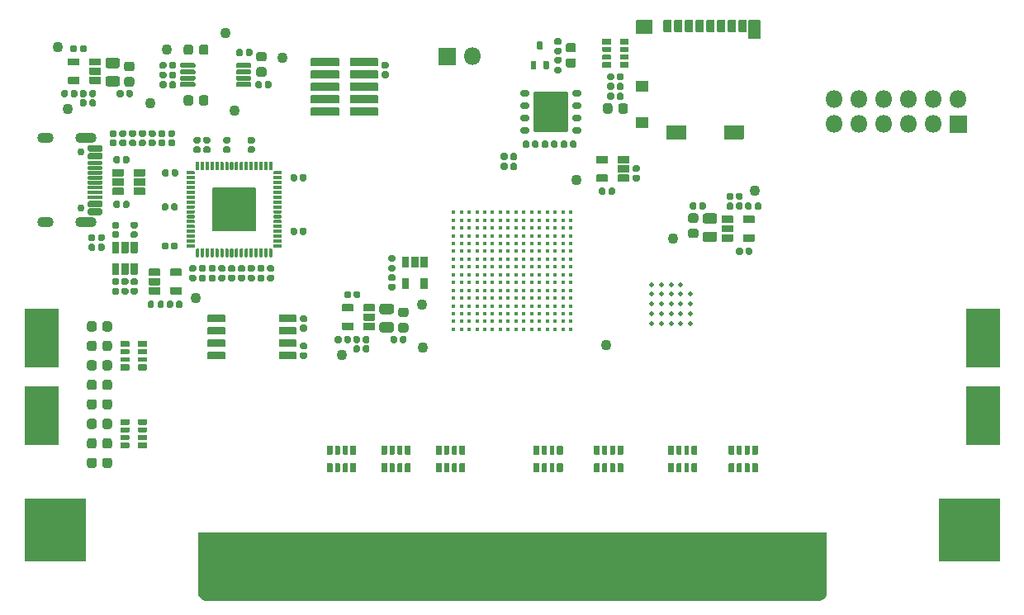
<source format=gts>
G04 #@! TF.GenerationSoftware,KiCad,Pcbnew,(5.1.9-0-10_14)*
G04 #@! TF.CreationDate,2021-01-29T21:37:42-08:00*
G04 #@! TF.ProjectId,cart-ecp5,63617274-2d65-4637-9035-2e6b69636164,rev?*
G04 #@! TF.SameCoordinates,Original*
G04 #@! TF.FileFunction,Soldermask,Top*
G04 #@! TF.FilePolarity,Negative*
%FSLAX46Y46*%
G04 Gerber Fmt 4.6, Leading zero omitted, Abs format (unit mm)*
G04 Created by KiCad (PCBNEW (5.1.9-0-10_14)) date 2021-01-29 21:37:42*
%MOMM*%
%LPD*%
G01*
G04 APERTURE LIST*
%ADD10O,1.800000X1.800000*%
%ADD11C,1.100000*%
%ADD12C,0.500000*%
%ADD13O,1.700000X1.100000*%
%ADD14C,0.750000*%
%ADD15O,2.200000X1.100000*%
%ADD16C,0.450000*%
%ADD17C,2.600000*%
%ADD18C,0.100000*%
G04 APERTURE END LIST*
D10*
X183025000Y-82610000D03*
X183025000Y-85150000D03*
X185565000Y-82610000D03*
X185565000Y-85150000D03*
X188105000Y-82610000D03*
X188105000Y-85150000D03*
X190645000Y-82610000D03*
X190645000Y-85150000D03*
X193185000Y-82610000D03*
X193185000Y-85150000D03*
X195725000Y-82610000D03*
G36*
G01*
X194875000Y-84250000D02*
X196575000Y-84250000D01*
G75*
G02*
X196625000Y-84300000I0J-50000D01*
G01*
X196625000Y-86000000D01*
G75*
G02*
X196575000Y-86050000I-50000J0D01*
G01*
X194875000Y-86050000D01*
G75*
G02*
X194825000Y-86000000I0J50000D01*
G01*
X194825000Y-84300000D01*
G75*
G02*
X194875000Y-84250000I50000J0D01*
G01*
G37*
G36*
G01*
X114955000Y-100680000D02*
X114955000Y-100030000D01*
G75*
G02*
X115005000Y-99980000I50000J0D01*
G01*
X116065000Y-99980000D01*
G75*
G02*
X116115000Y-100030000I0J-50000D01*
G01*
X116115000Y-100680000D01*
G75*
G02*
X116065000Y-100730000I-50000J0D01*
G01*
X115005000Y-100730000D01*
G75*
G02*
X114955000Y-100680000I0J50000D01*
G01*
G37*
G36*
G01*
X114955000Y-102580000D02*
X114955000Y-101930000D01*
G75*
G02*
X115005000Y-101880000I50000J0D01*
G01*
X116065000Y-101880000D01*
G75*
G02*
X116115000Y-101930000I0J-50000D01*
G01*
X116115000Y-102580000D01*
G75*
G02*
X116065000Y-102630000I-50000J0D01*
G01*
X115005000Y-102630000D01*
G75*
G02*
X114955000Y-102580000I0J50000D01*
G01*
G37*
G36*
G01*
X112755000Y-102580000D02*
X112755000Y-101930000D01*
G75*
G02*
X112805000Y-101880000I50000J0D01*
G01*
X113865000Y-101880000D01*
G75*
G02*
X113915000Y-101930000I0J-50000D01*
G01*
X113915000Y-102580000D01*
G75*
G02*
X113865000Y-102630000I-50000J0D01*
G01*
X112805000Y-102630000D01*
G75*
G02*
X112755000Y-102580000I0J50000D01*
G01*
G37*
G36*
G01*
X112755000Y-101630000D02*
X112755000Y-100980000D01*
G75*
G02*
X112805000Y-100930000I50000J0D01*
G01*
X113865000Y-100930000D01*
G75*
G02*
X113915000Y-100980000I0J-50000D01*
G01*
X113915000Y-101630000D01*
G75*
G02*
X113865000Y-101680000I-50000J0D01*
G01*
X112805000Y-101680000D01*
G75*
G02*
X112755000Y-101630000I0J50000D01*
G01*
G37*
G36*
G01*
X112755000Y-100680000D02*
X112755000Y-100030000D01*
G75*
G02*
X112805000Y-99980000I50000J0D01*
G01*
X113865000Y-99980000D01*
G75*
G02*
X113915000Y-100030000I0J-50000D01*
G01*
X113915000Y-100680000D01*
G75*
G02*
X113865000Y-100730000I-50000J0D01*
G01*
X112805000Y-100730000D01*
G75*
G02*
X112755000Y-100680000I0J50000D01*
G01*
G37*
G36*
G01*
X140645000Y-100940000D02*
X141295000Y-100940000D01*
G75*
G02*
X141345000Y-100990000I0J-50000D01*
G01*
X141345000Y-102050000D01*
G75*
G02*
X141295000Y-102100000I-50000J0D01*
G01*
X140645000Y-102100000D01*
G75*
G02*
X140595000Y-102050000I0J50000D01*
G01*
X140595000Y-100990000D01*
G75*
G02*
X140645000Y-100940000I50000J0D01*
G01*
G37*
G36*
G01*
X138745000Y-100940000D02*
X139395000Y-100940000D01*
G75*
G02*
X139445000Y-100990000I0J-50000D01*
G01*
X139445000Y-102050000D01*
G75*
G02*
X139395000Y-102100000I-50000J0D01*
G01*
X138745000Y-102100000D01*
G75*
G02*
X138695000Y-102050000I0J50000D01*
G01*
X138695000Y-100990000D01*
G75*
G02*
X138745000Y-100940000I50000J0D01*
G01*
G37*
G36*
G01*
X138745000Y-98740000D02*
X139395000Y-98740000D01*
G75*
G02*
X139445000Y-98790000I0J-50000D01*
G01*
X139445000Y-99850000D01*
G75*
G02*
X139395000Y-99900000I-50000J0D01*
G01*
X138745000Y-99900000D01*
G75*
G02*
X138695000Y-99850000I0J50000D01*
G01*
X138695000Y-98790000D01*
G75*
G02*
X138745000Y-98740000I50000J0D01*
G01*
G37*
G36*
G01*
X139695000Y-98740000D02*
X140345000Y-98740000D01*
G75*
G02*
X140395000Y-98790000I0J-50000D01*
G01*
X140395000Y-99850000D01*
G75*
G02*
X140345000Y-99900000I-50000J0D01*
G01*
X139695000Y-99900000D01*
G75*
G02*
X139645000Y-99850000I0J50000D01*
G01*
X139645000Y-98790000D01*
G75*
G02*
X139695000Y-98740000I50000J0D01*
G01*
G37*
G36*
G01*
X140645000Y-98740000D02*
X141295000Y-98740000D01*
G75*
G02*
X141345000Y-98790000I0J-50000D01*
G01*
X141345000Y-99850000D01*
G75*
G02*
X141295000Y-99900000I-50000J0D01*
G01*
X140645000Y-99900000D01*
G75*
G02*
X140595000Y-99850000I0J50000D01*
G01*
X140595000Y-98790000D01*
G75*
G02*
X140645000Y-98740000I50000J0D01*
G01*
G37*
G36*
G01*
X113285000Y-103440000D02*
X113285000Y-103860000D01*
G75*
G02*
X113125000Y-104020000I-160000J0D01*
G01*
X112805000Y-104020000D01*
G75*
G02*
X112645000Y-103860000I0J160000D01*
G01*
X112645000Y-103440000D01*
G75*
G02*
X112805000Y-103280000I160000J0D01*
G01*
X113125000Y-103280000D01*
G75*
G02*
X113285000Y-103440000I0J-160000D01*
G01*
G37*
G36*
G01*
X114305000Y-103440000D02*
X114305000Y-103860000D01*
G75*
G02*
X114145000Y-104020000I-160000J0D01*
G01*
X113825000Y-104020000D01*
G75*
G02*
X113665000Y-103860000I0J160000D01*
G01*
X113665000Y-103440000D01*
G75*
G02*
X113825000Y-103280000I160000J0D01*
G01*
X114145000Y-103280000D01*
G75*
G02*
X114305000Y-103440000I0J-160000D01*
G01*
G37*
G36*
G01*
X137885000Y-99260000D02*
X137465000Y-99260000D01*
G75*
G02*
X137305000Y-99100000I0J160000D01*
G01*
X137305000Y-98780000D01*
G75*
G02*
X137465000Y-98620000I160000J0D01*
G01*
X137885000Y-98620000D01*
G75*
G02*
X138045000Y-98780000I0J-160000D01*
G01*
X138045000Y-99100000D01*
G75*
G02*
X137885000Y-99260000I-160000J0D01*
G01*
G37*
G36*
G01*
X137885000Y-100280000D02*
X137465000Y-100280000D01*
G75*
G02*
X137305000Y-100120000I0J160000D01*
G01*
X137305000Y-99800000D01*
G75*
G02*
X137465000Y-99640000I160000J0D01*
G01*
X137885000Y-99640000D01*
G75*
G02*
X138045000Y-99800000I0J-160000D01*
G01*
X138045000Y-100120000D01*
G75*
G02*
X137885000Y-100280000I-160000J0D01*
G01*
G37*
D11*
X159675000Y-107850000D03*
G36*
G01*
X154910000Y-78910000D02*
X154490000Y-78910000D01*
G75*
G02*
X154330000Y-78750000I0J160000D01*
G01*
X154330000Y-78430000D01*
G75*
G02*
X154490000Y-78270000I160000J0D01*
G01*
X154910000Y-78270000D01*
G75*
G02*
X155070000Y-78430000I0J-160000D01*
G01*
X155070000Y-78750000D01*
G75*
G02*
X154910000Y-78910000I-160000J0D01*
G01*
G37*
G36*
G01*
X154910000Y-79930000D02*
X154490000Y-79930000D01*
G75*
G02*
X154330000Y-79770000I0J160000D01*
G01*
X154330000Y-79450000D01*
G75*
G02*
X154490000Y-79290000I160000J0D01*
G01*
X154910000Y-79290000D01*
G75*
G02*
X155070000Y-79450000I0J-160000D01*
G01*
X155070000Y-79770000D01*
G75*
G02*
X154910000Y-79930000I-160000J0D01*
G01*
G37*
D10*
X145890000Y-78225000D03*
G36*
G01*
X144200000Y-79125000D02*
X142500000Y-79125000D01*
G75*
G02*
X142450000Y-79075000I0J50000D01*
G01*
X142450000Y-77375000D01*
G75*
G02*
X142500000Y-77325000I50000J0D01*
G01*
X144200000Y-77325000D01*
G75*
G02*
X144250000Y-77375000I0J-50000D01*
G01*
X144250000Y-79075000D01*
G75*
G02*
X144200000Y-79125000I-50000J0D01*
G01*
G37*
G36*
G01*
X149535000Y-88302500D02*
X149535000Y-88697500D01*
G75*
G02*
X149362500Y-88870000I-172500J0D01*
G01*
X149017500Y-88870000D01*
G75*
G02*
X148845000Y-88697500I0J172500D01*
G01*
X148845000Y-88302500D01*
G75*
G02*
X149017500Y-88130000I172500J0D01*
G01*
X149362500Y-88130000D01*
G75*
G02*
X149535000Y-88302500I0J-172500D01*
G01*
G37*
G36*
G01*
X150505000Y-88302500D02*
X150505000Y-88697500D01*
G75*
G02*
X150332500Y-88870000I-172500J0D01*
G01*
X149987500Y-88870000D01*
G75*
G02*
X149815000Y-88697500I0J172500D01*
G01*
X149815000Y-88302500D01*
G75*
G02*
X149987500Y-88130000I172500J0D01*
G01*
X150332500Y-88130000D01*
G75*
G02*
X150505000Y-88302500I0J-172500D01*
G01*
G37*
G36*
G01*
X149815000Y-89697500D02*
X149815000Y-89302500D01*
G75*
G02*
X149987500Y-89130000I172500J0D01*
G01*
X150332500Y-89130000D01*
G75*
G02*
X150505000Y-89302500I0J-172500D01*
G01*
X150505000Y-89697500D01*
G75*
G02*
X150332500Y-89870000I-172500J0D01*
G01*
X149987500Y-89870000D01*
G75*
G02*
X149815000Y-89697500I0J172500D01*
G01*
G37*
G36*
G01*
X148845000Y-89697500D02*
X148845000Y-89302500D01*
G75*
G02*
X149017500Y-89130000I172500J0D01*
G01*
X149362500Y-89130000D01*
G75*
G02*
X149535000Y-89302500I0J-172500D01*
G01*
X149535000Y-89697500D01*
G75*
G02*
X149362500Y-89870000I-172500J0D01*
G01*
X149017500Y-89870000D01*
G75*
G02*
X148845000Y-89697500I0J172500D01*
G01*
G37*
D11*
X117575000Y-103000000D03*
X174850000Y-91975000D03*
X166475000Y-96900000D03*
X132550000Y-108825000D03*
X156600000Y-90900000D03*
X140825000Y-108075000D03*
X104475000Y-83575000D03*
X114625000Y-77525000D03*
X112875000Y-83025000D03*
X103450000Y-77250000D03*
X126475000Y-78375000D03*
X121525000Y-83750000D03*
X120650000Y-75800000D03*
X140775000Y-103700000D03*
G36*
G01*
X123052500Y-100590000D02*
X123447500Y-100590000D01*
G75*
G02*
X123620000Y-100762500I0J-172500D01*
G01*
X123620000Y-101107500D01*
G75*
G02*
X123447500Y-101280000I-172500J0D01*
G01*
X123052500Y-101280000D01*
G75*
G02*
X122880000Y-101107500I0J172500D01*
G01*
X122880000Y-100762500D01*
G75*
G02*
X123052500Y-100590000I172500J0D01*
G01*
G37*
G36*
G01*
X123052500Y-99620000D02*
X123447500Y-99620000D01*
G75*
G02*
X123620000Y-99792500I0J-172500D01*
G01*
X123620000Y-100137500D01*
G75*
G02*
X123447500Y-100310000I-172500J0D01*
G01*
X123052500Y-100310000D01*
G75*
G02*
X122880000Y-100137500I0J172500D01*
G01*
X122880000Y-99792500D01*
G75*
G02*
X123052500Y-99620000I172500J0D01*
G01*
G37*
G36*
G01*
X118052500Y-100590000D02*
X118447500Y-100590000D01*
G75*
G02*
X118620000Y-100762500I0J-172500D01*
G01*
X118620000Y-101107500D01*
G75*
G02*
X118447500Y-101280000I-172500J0D01*
G01*
X118052500Y-101280000D01*
G75*
G02*
X117880000Y-101107500I0J172500D01*
G01*
X117880000Y-100762500D01*
G75*
G02*
X118052500Y-100590000I172500J0D01*
G01*
G37*
G36*
G01*
X118052500Y-99620000D02*
X118447500Y-99620000D01*
G75*
G02*
X118620000Y-99792500I0J-172500D01*
G01*
X118620000Y-100137500D01*
G75*
G02*
X118447500Y-100310000I-172500J0D01*
G01*
X118052500Y-100310000D01*
G75*
G02*
X117880000Y-100137500I0J172500D01*
G01*
X117880000Y-99792500D01*
G75*
G02*
X118052500Y-99620000I172500J0D01*
G01*
G37*
G36*
G01*
X118897500Y-87160000D02*
X118502500Y-87160000D01*
G75*
G02*
X118330000Y-86987500I0J172500D01*
G01*
X118330000Y-86642500D01*
G75*
G02*
X118502500Y-86470000I172500J0D01*
G01*
X118897500Y-86470000D01*
G75*
G02*
X119070000Y-86642500I0J-172500D01*
G01*
X119070000Y-86987500D01*
G75*
G02*
X118897500Y-87160000I-172500J0D01*
G01*
G37*
G36*
G01*
X118897500Y-88130000D02*
X118502500Y-88130000D01*
G75*
G02*
X118330000Y-87957500I0J172500D01*
G01*
X118330000Y-87612500D01*
G75*
G02*
X118502500Y-87440000I172500J0D01*
G01*
X118897500Y-87440000D01*
G75*
G02*
X119070000Y-87612500I0J-172500D01*
G01*
X119070000Y-87957500D01*
G75*
G02*
X118897500Y-88130000I-172500J0D01*
G01*
G37*
G36*
G01*
X111297500Y-86460000D02*
X110902500Y-86460000D01*
G75*
G02*
X110730000Y-86287500I0J172500D01*
G01*
X110730000Y-85942500D01*
G75*
G02*
X110902500Y-85770000I172500J0D01*
G01*
X111297500Y-85770000D01*
G75*
G02*
X111470000Y-85942500I0J-172500D01*
G01*
X111470000Y-86287500D01*
G75*
G02*
X111297500Y-86460000I-172500J0D01*
G01*
G37*
G36*
G01*
X111297500Y-87430000D02*
X110902500Y-87430000D01*
G75*
G02*
X110730000Y-87257500I0J172500D01*
G01*
X110730000Y-86912500D01*
G75*
G02*
X110902500Y-86740000I172500J0D01*
G01*
X111297500Y-86740000D01*
G75*
G02*
X111470000Y-86912500I0J-172500D01*
G01*
X111470000Y-87257500D01*
G75*
G02*
X111297500Y-87430000I-172500J0D01*
G01*
G37*
G36*
G01*
X154502500Y-77315000D02*
X154897500Y-77315000D01*
G75*
G02*
X155070000Y-77487500I0J-172500D01*
G01*
X155070000Y-77832500D01*
G75*
G02*
X154897500Y-78005000I-172500J0D01*
G01*
X154502500Y-78005000D01*
G75*
G02*
X154330000Y-77832500I0J172500D01*
G01*
X154330000Y-77487500D01*
G75*
G02*
X154502500Y-77315000I172500J0D01*
G01*
G37*
G36*
G01*
X154502500Y-76345000D02*
X154897500Y-76345000D01*
G75*
G02*
X155070000Y-76517500I0J-172500D01*
G01*
X155070000Y-76862500D01*
G75*
G02*
X154897500Y-77035000I-172500J0D01*
G01*
X154502500Y-77035000D01*
G75*
G02*
X154330000Y-76862500I0J172500D01*
G01*
X154330000Y-76517500D01*
G75*
G02*
X154502500Y-76345000I172500J0D01*
G01*
G37*
G36*
G01*
X152575000Y-77450000D02*
X152575000Y-76750000D01*
G75*
G02*
X152625000Y-76700000I50000J0D01*
G01*
X153075000Y-76700000D01*
G75*
G02*
X153125000Y-76750000I0J-50000D01*
G01*
X153125000Y-77450000D01*
G75*
G02*
X153075000Y-77500000I-50000J0D01*
G01*
X152625000Y-77500000D01*
G75*
G02*
X152575000Y-77450000I0J50000D01*
G01*
G37*
G36*
G01*
X153225000Y-79450000D02*
X153225000Y-78750000D01*
G75*
G02*
X153275000Y-78700000I50000J0D01*
G01*
X153725000Y-78700000D01*
G75*
G02*
X153775000Y-78750000I0J-50000D01*
G01*
X153775000Y-79450000D01*
G75*
G02*
X153725000Y-79500000I-50000J0D01*
G01*
X153275000Y-79500000D01*
G75*
G02*
X153225000Y-79450000I0J50000D01*
G01*
G37*
G36*
G01*
X151925000Y-79450000D02*
X151925000Y-78750000D01*
G75*
G02*
X151975000Y-78700000I50000J0D01*
G01*
X152425000Y-78700000D01*
G75*
G02*
X152475000Y-78750000I0J-50000D01*
G01*
X152475000Y-79450000D01*
G75*
G02*
X152425000Y-79500000I-50000J0D01*
G01*
X151975000Y-79500000D01*
G75*
G02*
X151925000Y-79450000I0J50000D01*
G01*
G37*
G36*
G01*
X155743750Y-78400000D02*
X156306250Y-78400000D01*
G75*
G02*
X156550000Y-78643750I0J-243750D01*
G01*
X156550000Y-79131250D01*
G75*
G02*
X156306250Y-79375000I-243750J0D01*
G01*
X155743750Y-79375000D01*
G75*
G02*
X155500000Y-79131250I0J243750D01*
G01*
X155500000Y-78643750D01*
G75*
G02*
X155743750Y-78400000I243750J0D01*
G01*
G37*
G36*
G01*
X155743750Y-76825000D02*
X156306250Y-76825000D01*
G75*
G02*
X156550000Y-77068750I0J-243750D01*
G01*
X156550000Y-77556250D01*
G75*
G02*
X156306250Y-77800000I-243750J0D01*
G01*
X155743750Y-77800000D01*
G75*
G02*
X155500000Y-77556250I0J243750D01*
G01*
X155500000Y-77068750D01*
G75*
G02*
X155743750Y-76825000I243750J0D01*
G01*
G37*
G36*
G01*
X155725000Y-81900000D02*
X155725000Y-85900000D01*
G75*
G02*
X155675000Y-85950000I-50000J0D01*
G01*
X152275000Y-85950000D01*
G75*
G02*
X152225000Y-85900000I0J50000D01*
G01*
X152225000Y-81900000D01*
G75*
G02*
X152275000Y-81850000I50000J0D01*
G01*
X155675000Y-81850000D01*
G75*
G02*
X155725000Y-81900000I0J-50000D01*
G01*
G37*
G36*
G01*
X151750000Y-85655000D02*
X151750000Y-85955000D01*
G75*
G02*
X151600000Y-86105000I-150000J0D01*
G01*
X151025000Y-86105000D01*
G75*
G02*
X150875000Y-85955000I0J150000D01*
G01*
X150875000Y-85655000D01*
G75*
G02*
X151025000Y-85505000I150000J0D01*
G01*
X151600000Y-85505000D01*
G75*
G02*
X151750000Y-85655000I0J-150000D01*
G01*
G37*
G36*
G01*
X151750000Y-84385000D02*
X151750000Y-84685000D01*
G75*
G02*
X151600000Y-84835000I-150000J0D01*
G01*
X151025000Y-84835000D01*
G75*
G02*
X150875000Y-84685000I0J150000D01*
G01*
X150875000Y-84385000D01*
G75*
G02*
X151025000Y-84235000I150000J0D01*
G01*
X151600000Y-84235000D01*
G75*
G02*
X151750000Y-84385000I0J-150000D01*
G01*
G37*
G36*
G01*
X151750000Y-83115000D02*
X151750000Y-83415000D01*
G75*
G02*
X151600000Y-83565000I-150000J0D01*
G01*
X151025000Y-83565000D01*
G75*
G02*
X150875000Y-83415000I0J150000D01*
G01*
X150875000Y-83115000D01*
G75*
G02*
X151025000Y-82965000I150000J0D01*
G01*
X151600000Y-82965000D01*
G75*
G02*
X151750000Y-83115000I0J-150000D01*
G01*
G37*
G36*
G01*
X151750000Y-81845000D02*
X151750000Y-82145000D01*
G75*
G02*
X151600000Y-82295000I-150000J0D01*
G01*
X151025000Y-82295000D01*
G75*
G02*
X150875000Y-82145000I0J150000D01*
G01*
X150875000Y-81845000D01*
G75*
G02*
X151025000Y-81695000I150000J0D01*
G01*
X151600000Y-81695000D01*
G75*
G02*
X151750000Y-81845000I0J-150000D01*
G01*
G37*
G36*
G01*
X157075000Y-81845000D02*
X157075000Y-82145000D01*
G75*
G02*
X156925000Y-82295000I-150000J0D01*
G01*
X156350000Y-82295000D01*
G75*
G02*
X156200000Y-82145000I0J150000D01*
G01*
X156200000Y-81845000D01*
G75*
G02*
X156350000Y-81695000I150000J0D01*
G01*
X156925000Y-81695000D01*
G75*
G02*
X157075000Y-81845000I0J-150000D01*
G01*
G37*
G36*
G01*
X157075000Y-83115000D02*
X157075000Y-83415000D01*
G75*
G02*
X156925000Y-83565000I-150000J0D01*
G01*
X156350000Y-83565000D01*
G75*
G02*
X156200000Y-83415000I0J150000D01*
G01*
X156200000Y-83115000D01*
G75*
G02*
X156350000Y-82965000I150000J0D01*
G01*
X156925000Y-82965000D01*
G75*
G02*
X157075000Y-83115000I0J-150000D01*
G01*
G37*
G36*
G01*
X157075000Y-84385000D02*
X157075000Y-84685000D01*
G75*
G02*
X156925000Y-84835000I-150000J0D01*
G01*
X156350000Y-84835000D01*
G75*
G02*
X156200000Y-84685000I0J150000D01*
G01*
X156200000Y-84385000D01*
G75*
G02*
X156350000Y-84235000I150000J0D01*
G01*
X156925000Y-84235000D01*
G75*
G02*
X157075000Y-84385000I0J-150000D01*
G01*
G37*
G36*
G01*
X157075000Y-85655000D02*
X157075000Y-85955000D01*
G75*
G02*
X156925000Y-86105000I-150000J0D01*
G01*
X156350000Y-86105000D01*
G75*
G02*
X156200000Y-85955000I0J150000D01*
G01*
X156200000Y-85655000D01*
G75*
G02*
X156350000Y-85505000I150000J0D01*
G01*
X156925000Y-85505000D01*
G75*
G02*
X157075000Y-85655000I0J-150000D01*
G01*
G37*
G36*
G01*
X110750000Y-115450000D02*
X110750000Y-115950000D01*
G75*
G02*
X110700000Y-116000000I-50000J0D01*
G01*
X109900000Y-116000000D01*
G75*
G02*
X109850000Y-115950000I0J50000D01*
G01*
X109850000Y-115450000D01*
G75*
G02*
X109900000Y-115400000I50000J0D01*
G01*
X110700000Y-115400000D01*
G75*
G02*
X110750000Y-115450000I0J-50000D01*
G01*
G37*
G36*
G01*
X110750000Y-116300000D02*
X110750000Y-116700000D01*
G75*
G02*
X110700000Y-116750000I-50000J0D01*
G01*
X109900000Y-116750000D01*
G75*
G02*
X109850000Y-116700000I0J50000D01*
G01*
X109850000Y-116300000D01*
G75*
G02*
X109900000Y-116250000I50000J0D01*
G01*
X110700000Y-116250000D01*
G75*
G02*
X110750000Y-116300000I0J-50000D01*
G01*
G37*
G36*
G01*
X110750000Y-117850000D02*
X110750000Y-118350000D01*
G75*
G02*
X110700000Y-118400000I-50000J0D01*
G01*
X109900000Y-118400000D01*
G75*
G02*
X109850000Y-118350000I0J50000D01*
G01*
X109850000Y-117850000D01*
G75*
G02*
X109900000Y-117800000I50000J0D01*
G01*
X110700000Y-117800000D01*
G75*
G02*
X110750000Y-117850000I0J-50000D01*
G01*
G37*
G36*
G01*
X110750000Y-117100000D02*
X110750000Y-117500000D01*
G75*
G02*
X110700000Y-117550000I-50000J0D01*
G01*
X109900000Y-117550000D01*
G75*
G02*
X109850000Y-117500000I0J50000D01*
G01*
X109850000Y-117100000D01*
G75*
G02*
X109900000Y-117050000I50000J0D01*
G01*
X110700000Y-117050000D01*
G75*
G02*
X110750000Y-117100000I0J-50000D01*
G01*
G37*
G36*
G01*
X112550000Y-115450000D02*
X112550000Y-115950000D01*
G75*
G02*
X112500000Y-116000000I-50000J0D01*
G01*
X111700000Y-116000000D01*
G75*
G02*
X111650000Y-115950000I0J50000D01*
G01*
X111650000Y-115450000D01*
G75*
G02*
X111700000Y-115400000I50000J0D01*
G01*
X112500000Y-115400000D01*
G75*
G02*
X112550000Y-115450000I0J-50000D01*
G01*
G37*
G36*
G01*
X112550000Y-117100000D02*
X112550000Y-117500000D01*
G75*
G02*
X112500000Y-117550000I-50000J0D01*
G01*
X111700000Y-117550000D01*
G75*
G02*
X111650000Y-117500000I0J50000D01*
G01*
X111650000Y-117100000D01*
G75*
G02*
X111700000Y-117050000I50000J0D01*
G01*
X112500000Y-117050000D01*
G75*
G02*
X112550000Y-117100000I0J-50000D01*
G01*
G37*
G36*
G01*
X112550000Y-116300000D02*
X112550000Y-116700000D01*
G75*
G02*
X112500000Y-116750000I-50000J0D01*
G01*
X111700000Y-116750000D01*
G75*
G02*
X111650000Y-116700000I0J50000D01*
G01*
X111650000Y-116300000D01*
G75*
G02*
X111700000Y-116250000I50000J0D01*
G01*
X112500000Y-116250000D01*
G75*
G02*
X112550000Y-116300000I0J-50000D01*
G01*
G37*
G36*
G01*
X112550000Y-117850000D02*
X112550000Y-118350000D01*
G75*
G02*
X112500000Y-118400000I-50000J0D01*
G01*
X111700000Y-118400000D01*
G75*
G02*
X111650000Y-118350000I0J50000D01*
G01*
X111650000Y-117850000D01*
G75*
G02*
X111700000Y-117800000I50000J0D01*
G01*
X112500000Y-117800000D01*
G75*
G02*
X112550000Y-117850000I0J-50000D01*
G01*
G37*
G36*
G01*
X110750000Y-107450000D02*
X110750000Y-107950000D01*
G75*
G02*
X110700000Y-108000000I-50000J0D01*
G01*
X109900000Y-108000000D01*
G75*
G02*
X109850000Y-107950000I0J50000D01*
G01*
X109850000Y-107450000D01*
G75*
G02*
X109900000Y-107400000I50000J0D01*
G01*
X110700000Y-107400000D01*
G75*
G02*
X110750000Y-107450000I0J-50000D01*
G01*
G37*
G36*
G01*
X110750000Y-108300000D02*
X110750000Y-108700000D01*
G75*
G02*
X110700000Y-108750000I-50000J0D01*
G01*
X109900000Y-108750000D01*
G75*
G02*
X109850000Y-108700000I0J50000D01*
G01*
X109850000Y-108300000D01*
G75*
G02*
X109900000Y-108250000I50000J0D01*
G01*
X110700000Y-108250000D01*
G75*
G02*
X110750000Y-108300000I0J-50000D01*
G01*
G37*
G36*
G01*
X110750000Y-109850000D02*
X110750000Y-110350000D01*
G75*
G02*
X110700000Y-110400000I-50000J0D01*
G01*
X109900000Y-110400000D01*
G75*
G02*
X109850000Y-110350000I0J50000D01*
G01*
X109850000Y-109850000D01*
G75*
G02*
X109900000Y-109800000I50000J0D01*
G01*
X110700000Y-109800000D01*
G75*
G02*
X110750000Y-109850000I0J-50000D01*
G01*
G37*
G36*
G01*
X110750000Y-109100000D02*
X110750000Y-109500000D01*
G75*
G02*
X110700000Y-109550000I-50000J0D01*
G01*
X109900000Y-109550000D01*
G75*
G02*
X109850000Y-109500000I0J50000D01*
G01*
X109850000Y-109100000D01*
G75*
G02*
X109900000Y-109050000I50000J0D01*
G01*
X110700000Y-109050000D01*
G75*
G02*
X110750000Y-109100000I0J-50000D01*
G01*
G37*
G36*
G01*
X112550000Y-107450000D02*
X112550000Y-107950000D01*
G75*
G02*
X112500000Y-108000000I-50000J0D01*
G01*
X111700000Y-108000000D01*
G75*
G02*
X111650000Y-107950000I0J50000D01*
G01*
X111650000Y-107450000D01*
G75*
G02*
X111700000Y-107400000I50000J0D01*
G01*
X112500000Y-107400000D01*
G75*
G02*
X112550000Y-107450000I0J-50000D01*
G01*
G37*
G36*
G01*
X112550000Y-109100000D02*
X112550000Y-109500000D01*
G75*
G02*
X112500000Y-109550000I-50000J0D01*
G01*
X111700000Y-109550000D01*
G75*
G02*
X111650000Y-109500000I0J50000D01*
G01*
X111650000Y-109100000D01*
G75*
G02*
X111700000Y-109050000I50000J0D01*
G01*
X112500000Y-109050000D01*
G75*
G02*
X112550000Y-109100000I0J-50000D01*
G01*
G37*
G36*
G01*
X112550000Y-108300000D02*
X112550000Y-108700000D01*
G75*
G02*
X112500000Y-108750000I-50000J0D01*
G01*
X111700000Y-108750000D01*
G75*
G02*
X111650000Y-108700000I0J50000D01*
G01*
X111650000Y-108300000D01*
G75*
G02*
X111700000Y-108250000I50000J0D01*
G01*
X112500000Y-108250000D01*
G75*
G02*
X112550000Y-108300000I0J-50000D01*
G01*
G37*
G36*
G01*
X112550000Y-109850000D02*
X112550000Y-110350000D01*
G75*
G02*
X112500000Y-110400000I-50000J0D01*
G01*
X111700000Y-110400000D01*
G75*
G02*
X111650000Y-110350000I0J50000D01*
G01*
X111650000Y-109850000D01*
G75*
G02*
X111700000Y-109800000I50000J0D01*
G01*
X112500000Y-109800000D01*
G75*
G02*
X112550000Y-109850000I0J-50000D01*
G01*
G37*
G36*
G01*
X108000000Y-120181250D02*
X108000000Y-119618750D01*
G75*
G02*
X108243750Y-119375000I243750J0D01*
G01*
X108731250Y-119375000D01*
G75*
G02*
X108975000Y-119618750I0J-243750D01*
G01*
X108975000Y-120181250D01*
G75*
G02*
X108731250Y-120425000I-243750J0D01*
G01*
X108243750Y-120425000D01*
G75*
G02*
X108000000Y-120181250I0J243750D01*
G01*
G37*
G36*
G01*
X106425000Y-120181250D02*
X106425000Y-119618750D01*
G75*
G02*
X106668750Y-119375000I243750J0D01*
G01*
X107156250Y-119375000D01*
G75*
G02*
X107400000Y-119618750I0J-243750D01*
G01*
X107400000Y-120181250D01*
G75*
G02*
X107156250Y-120425000I-243750J0D01*
G01*
X106668750Y-120425000D01*
G75*
G02*
X106425000Y-120181250I0J243750D01*
G01*
G37*
G36*
G01*
X108000000Y-118181250D02*
X108000000Y-117618750D01*
G75*
G02*
X108243750Y-117375000I243750J0D01*
G01*
X108731250Y-117375000D01*
G75*
G02*
X108975000Y-117618750I0J-243750D01*
G01*
X108975000Y-118181250D01*
G75*
G02*
X108731250Y-118425000I-243750J0D01*
G01*
X108243750Y-118425000D01*
G75*
G02*
X108000000Y-118181250I0J243750D01*
G01*
G37*
G36*
G01*
X106425000Y-118181250D02*
X106425000Y-117618750D01*
G75*
G02*
X106668750Y-117375000I243750J0D01*
G01*
X107156250Y-117375000D01*
G75*
G02*
X107400000Y-117618750I0J-243750D01*
G01*
X107400000Y-118181250D01*
G75*
G02*
X107156250Y-118425000I-243750J0D01*
G01*
X106668750Y-118425000D01*
G75*
G02*
X106425000Y-118181250I0J243750D01*
G01*
G37*
G36*
G01*
X108000000Y-116181250D02*
X108000000Y-115618750D01*
G75*
G02*
X108243750Y-115375000I243750J0D01*
G01*
X108731250Y-115375000D01*
G75*
G02*
X108975000Y-115618750I0J-243750D01*
G01*
X108975000Y-116181250D01*
G75*
G02*
X108731250Y-116425000I-243750J0D01*
G01*
X108243750Y-116425000D01*
G75*
G02*
X108000000Y-116181250I0J243750D01*
G01*
G37*
G36*
G01*
X106425000Y-116181250D02*
X106425000Y-115618750D01*
G75*
G02*
X106668750Y-115375000I243750J0D01*
G01*
X107156250Y-115375000D01*
G75*
G02*
X107400000Y-115618750I0J-243750D01*
G01*
X107400000Y-116181250D01*
G75*
G02*
X107156250Y-116425000I-243750J0D01*
G01*
X106668750Y-116425000D01*
G75*
G02*
X106425000Y-116181250I0J243750D01*
G01*
G37*
G36*
G01*
X108000000Y-114181250D02*
X108000000Y-113618750D01*
G75*
G02*
X108243750Y-113375000I243750J0D01*
G01*
X108731250Y-113375000D01*
G75*
G02*
X108975000Y-113618750I0J-243750D01*
G01*
X108975000Y-114181250D01*
G75*
G02*
X108731250Y-114425000I-243750J0D01*
G01*
X108243750Y-114425000D01*
G75*
G02*
X108000000Y-114181250I0J243750D01*
G01*
G37*
G36*
G01*
X106425000Y-114181250D02*
X106425000Y-113618750D01*
G75*
G02*
X106668750Y-113375000I243750J0D01*
G01*
X107156250Y-113375000D01*
G75*
G02*
X107400000Y-113618750I0J-243750D01*
G01*
X107400000Y-114181250D01*
G75*
G02*
X107156250Y-114425000I-243750J0D01*
G01*
X106668750Y-114425000D01*
G75*
G02*
X106425000Y-114181250I0J243750D01*
G01*
G37*
G36*
G01*
X108000000Y-112181250D02*
X108000000Y-111618750D01*
G75*
G02*
X108243750Y-111375000I243750J0D01*
G01*
X108731250Y-111375000D01*
G75*
G02*
X108975000Y-111618750I0J-243750D01*
G01*
X108975000Y-112181250D01*
G75*
G02*
X108731250Y-112425000I-243750J0D01*
G01*
X108243750Y-112425000D01*
G75*
G02*
X108000000Y-112181250I0J243750D01*
G01*
G37*
G36*
G01*
X106425000Y-112181250D02*
X106425000Y-111618750D01*
G75*
G02*
X106668750Y-111375000I243750J0D01*
G01*
X107156250Y-111375000D01*
G75*
G02*
X107400000Y-111618750I0J-243750D01*
G01*
X107400000Y-112181250D01*
G75*
G02*
X107156250Y-112425000I-243750J0D01*
G01*
X106668750Y-112425000D01*
G75*
G02*
X106425000Y-112181250I0J243750D01*
G01*
G37*
G36*
G01*
X108000000Y-110181250D02*
X108000000Y-109618750D01*
G75*
G02*
X108243750Y-109375000I243750J0D01*
G01*
X108731250Y-109375000D01*
G75*
G02*
X108975000Y-109618750I0J-243750D01*
G01*
X108975000Y-110181250D01*
G75*
G02*
X108731250Y-110425000I-243750J0D01*
G01*
X108243750Y-110425000D01*
G75*
G02*
X108000000Y-110181250I0J243750D01*
G01*
G37*
G36*
G01*
X106425000Y-110181250D02*
X106425000Y-109618750D01*
G75*
G02*
X106668750Y-109375000I243750J0D01*
G01*
X107156250Y-109375000D01*
G75*
G02*
X107400000Y-109618750I0J-243750D01*
G01*
X107400000Y-110181250D01*
G75*
G02*
X107156250Y-110425000I-243750J0D01*
G01*
X106668750Y-110425000D01*
G75*
G02*
X106425000Y-110181250I0J243750D01*
G01*
G37*
G36*
G01*
X108000000Y-108181250D02*
X108000000Y-107618750D01*
G75*
G02*
X108243750Y-107375000I243750J0D01*
G01*
X108731250Y-107375000D01*
G75*
G02*
X108975000Y-107618750I0J-243750D01*
G01*
X108975000Y-108181250D01*
G75*
G02*
X108731250Y-108425000I-243750J0D01*
G01*
X108243750Y-108425000D01*
G75*
G02*
X108000000Y-108181250I0J243750D01*
G01*
G37*
G36*
G01*
X106425000Y-108181250D02*
X106425000Y-107618750D01*
G75*
G02*
X106668750Y-107375000I243750J0D01*
G01*
X107156250Y-107375000D01*
G75*
G02*
X107400000Y-107618750I0J-243750D01*
G01*
X107400000Y-108181250D01*
G75*
G02*
X107156250Y-108425000I-243750J0D01*
G01*
X106668750Y-108425000D01*
G75*
G02*
X106425000Y-108181250I0J243750D01*
G01*
G37*
G36*
G01*
X108000000Y-106181250D02*
X108000000Y-105618750D01*
G75*
G02*
X108243750Y-105375000I243750J0D01*
G01*
X108731250Y-105375000D01*
G75*
G02*
X108975000Y-105618750I0J-243750D01*
G01*
X108975000Y-106181250D01*
G75*
G02*
X108731250Y-106425000I-243750J0D01*
G01*
X108243750Y-106425000D01*
G75*
G02*
X108000000Y-106181250I0J243750D01*
G01*
G37*
G36*
G01*
X106425000Y-106181250D02*
X106425000Y-105618750D01*
G75*
G02*
X106668750Y-105375000I243750J0D01*
G01*
X107156250Y-105375000D01*
G75*
G02*
X107400000Y-105618750I0J-243750D01*
G01*
X107400000Y-106181250D01*
G75*
G02*
X107156250Y-106425000I-243750J0D01*
G01*
X106668750Y-106425000D01*
G75*
G02*
X106425000Y-106181250I0J243750D01*
G01*
G37*
G36*
G01*
X139550000Y-119050000D02*
X139050000Y-119050000D01*
G75*
G02*
X139000000Y-119000000I0J50000D01*
G01*
X139000000Y-118200000D01*
G75*
G02*
X139050000Y-118150000I50000J0D01*
G01*
X139550000Y-118150000D01*
G75*
G02*
X139600000Y-118200000I0J-50000D01*
G01*
X139600000Y-119000000D01*
G75*
G02*
X139550000Y-119050000I-50000J0D01*
G01*
G37*
G36*
G01*
X138700000Y-119050000D02*
X138300000Y-119050000D01*
G75*
G02*
X138250000Y-119000000I0J50000D01*
G01*
X138250000Y-118200000D01*
G75*
G02*
X138300000Y-118150000I50000J0D01*
G01*
X138700000Y-118150000D01*
G75*
G02*
X138750000Y-118200000I0J-50000D01*
G01*
X138750000Y-119000000D01*
G75*
G02*
X138700000Y-119050000I-50000J0D01*
G01*
G37*
G36*
G01*
X137150000Y-119050000D02*
X136650000Y-119050000D01*
G75*
G02*
X136600000Y-119000000I0J50000D01*
G01*
X136600000Y-118200000D01*
G75*
G02*
X136650000Y-118150000I50000J0D01*
G01*
X137150000Y-118150000D01*
G75*
G02*
X137200000Y-118200000I0J-50000D01*
G01*
X137200000Y-119000000D01*
G75*
G02*
X137150000Y-119050000I-50000J0D01*
G01*
G37*
G36*
G01*
X137900000Y-119050000D02*
X137500000Y-119050000D01*
G75*
G02*
X137450000Y-119000000I0J50000D01*
G01*
X137450000Y-118200000D01*
G75*
G02*
X137500000Y-118150000I50000J0D01*
G01*
X137900000Y-118150000D01*
G75*
G02*
X137950000Y-118200000I0J-50000D01*
G01*
X137950000Y-119000000D01*
G75*
G02*
X137900000Y-119050000I-50000J0D01*
G01*
G37*
G36*
G01*
X139550000Y-120850000D02*
X139050000Y-120850000D01*
G75*
G02*
X139000000Y-120800000I0J50000D01*
G01*
X139000000Y-120000000D01*
G75*
G02*
X139050000Y-119950000I50000J0D01*
G01*
X139550000Y-119950000D01*
G75*
G02*
X139600000Y-120000000I0J-50000D01*
G01*
X139600000Y-120800000D01*
G75*
G02*
X139550000Y-120850000I-50000J0D01*
G01*
G37*
G36*
G01*
X137900000Y-120850000D02*
X137500000Y-120850000D01*
G75*
G02*
X137450000Y-120800000I0J50000D01*
G01*
X137450000Y-120000000D01*
G75*
G02*
X137500000Y-119950000I50000J0D01*
G01*
X137900000Y-119950000D01*
G75*
G02*
X137950000Y-120000000I0J-50000D01*
G01*
X137950000Y-120800000D01*
G75*
G02*
X137900000Y-120850000I-50000J0D01*
G01*
G37*
G36*
G01*
X138700000Y-120850000D02*
X138300000Y-120850000D01*
G75*
G02*
X138250000Y-120800000I0J50000D01*
G01*
X138250000Y-120000000D01*
G75*
G02*
X138300000Y-119950000I50000J0D01*
G01*
X138700000Y-119950000D01*
G75*
G02*
X138750000Y-120000000I0J-50000D01*
G01*
X138750000Y-120800000D01*
G75*
G02*
X138700000Y-120850000I-50000J0D01*
G01*
G37*
G36*
G01*
X137150000Y-120850000D02*
X136650000Y-120850000D01*
G75*
G02*
X136600000Y-120800000I0J50000D01*
G01*
X136600000Y-120000000D01*
G75*
G02*
X136650000Y-119950000I50000J0D01*
G01*
X137150000Y-119950000D01*
G75*
G02*
X137200000Y-120000000I0J-50000D01*
G01*
X137200000Y-120800000D01*
G75*
G02*
X137150000Y-120850000I-50000J0D01*
G01*
G37*
G36*
G01*
X173695000Y-95250000D02*
X173695000Y-94600000D01*
G75*
G02*
X173745000Y-94550000I50000J0D01*
G01*
X174805000Y-94550000D01*
G75*
G02*
X174855000Y-94600000I0J-50000D01*
G01*
X174855000Y-95250000D01*
G75*
G02*
X174805000Y-95300000I-50000J0D01*
G01*
X173745000Y-95300000D01*
G75*
G02*
X173695000Y-95250000I0J50000D01*
G01*
G37*
G36*
G01*
X173695000Y-97150000D02*
X173695000Y-96500000D01*
G75*
G02*
X173745000Y-96450000I50000J0D01*
G01*
X174805000Y-96450000D01*
G75*
G02*
X174855000Y-96500000I0J-50000D01*
G01*
X174855000Y-97150000D01*
G75*
G02*
X174805000Y-97200000I-50000J0D01*
G01*
X173745000Y-97200000D01*
G75*
G02*
X173695000Y-97150000I0J50000D01*
G01*
G37*
G36*
G01*
X171495000Y-97150000D02*
X171495000Y-96500000D01*
G75*
G02*
X171545000Y-96450000I50000J0D01*
G01*
X172605000Y-96450000D01*
G75*
G02*
X172655000Y-96500000I0J-50000D01*
G01*
X172655000Y-97150000D01*
G75*
G02*
X172605000Y-97200000I-50000J0D01*
G01*
X171545000Y-97200000D01*
G75*
G02*
X171495000Y-97150000I0J50000D01*
G01*
G37*
G36*
G01*
X171495000Y-96200000D02*
X171495000Y-95550000D01*
G75*
G02*
X171545000Y-95500000I50000J0D01*
G01*
X172605000Y-95500000D01*
G75*
G02*
X172655000Y-95550000I0J-50000D01*
G01*
X172655000Y-96200000D01*
G75*
G02*
X172605000Y-96250000I-50000J0D01*
G01*
X171545000Y-96250000D01*
G75*
G02*
X171495000Y-96200000I0J50000D01*
G01*
G37*
G36*
G01*
X171495000Y-95250000D02*
X171495000Y-94600000D01*
G75*
G02*
X171545000Y-94550000I50000J0D01*
G01*
X172605000Y-94550000D01*
G75*
G02*
X172655000Y-94600000I0J-50000D01*
G01*
X172655000Y-95250000D01*
G75*
G02*
X172605000Y-95300000I-50000J0D01*
G01*
X171545000Y-95300000D01*
G75*
G02*
X171495000Y-95250000I0J50000D01*
G01*
G37*
G36*
G01*
X174865000Y-93772500D02*
X174865000Y-93377500D01*
G75*
G02*
X175037500Y-93205000I172500J0D01*
G01*
X175382500Y-93205000D01*
G75*
G02*
X175555000Y-93377500I0J-172500D01*
G01*
X175555000Y-93772500D01*
G75*
G02*
X175382500Y-93945000I-172500J0D01*
G01*
X175037500Y-93945000D01*
G75*
G02*
X174865000Y-93772500I0J172500D01*
G01*
G37*
G36*
G01*
X173895000Y-93772500D02*
X173895000Y-93377500D01*
G75*
G02*
X174067500Y-93205000I172500J0D01*
G01*
X174412500Y-93205000D01*
G75*
G02*
X174585000Y-93377500I0J-172500D01*
G01*
X174585000Y-93772500D01*
G75*
G02*
X174412500Y-93945000I-172500J0D01*
G01*
X174067500Y-93945000D01*
G75*
G02*
X173895000Y-93772500I0J172500D01*
G01*
G37*
G36*
G01*
X172965000Y-93772500D02*
X172965000Y-93377500D01*
G75*
G02*
X173137500Y-93205000I172500J0D01*
G01*
X173482500Y-93205000D01*
G75*
G02*
X173655000Y-93377500I0J-172500D01*
G01*
X173655000Y-93772500D01*
G75*
G02*
X173482500Y-93945000I-172500J0D01*
G01*
X173137500Y-93945000D01*
G75*
G02*
X172965000Y-93772500I0J172500D01*
G01*
G37*
G36*
G01*
X171995000Y-93772500D02*
X171995000Y-93377500D01*
G75*
G02*
X172167500Y-93205000I172500J0D01*
G01*
X172512500Y-93205000D01*
G75*
G02*
X172685000Y-93377500I0J-172500D01*
G01*
X172685000Y-93772500D01*
G75*
G02*
X172512500Y-93945000I-172500J0D01*
G01*
X172167500Y-93945000D01*
G75*
G02*
X171995000Y-93772500I0J172500D01*
G01*
G37*
G36*
G01*
X170756250Y-95375000D02*
X169793750Y-95375000D01*
G75*
G02*
X169525000Y-95106250I0J268750D01*
G01*
X169525000Y-94568750D01*
G75*
G02*
X169793750Y-94300000I268750J0D01*
G01*
X170756250Y-94300000D01*
G75*
G02*
X171025000Y-94568750I0J-268750D01*
G01*
X171025000Y-95106250D01*
G75*
G02*
X170756250Y-95375000I-268750J0D01*
G01*
G37*
G36*
G01*
X170756250Y-97250000D02*
X169793750Y-97250000D01*
G75*
G02*
X169525000Y-96981250I0J268750D01*
G01*
X169525000Y-96443750D01*
G75*
G02*
X169793750Y-96175000I268750J0D01*
G01*
X170756250Y-96175000D01*
G75*
G02*
X171025000Y-96443750I0J-268750D01*
G01*
X171025000Y-96981250D01*
G75*
G02*
X170756250Y-97250000I-268750J0D01*
G01*
G37*
G36*
G01*
X169190000Y-93747500D02*
X169190000Y-93352500D01*
G75*
G02*
X169362500Y-93180000I172500J0D01*
G01*
X169707500Y-93180000D01*
G75*
G02*
X169880000Y-93352500I0J-172500D01*
G01*
X169880000Y-93747500D01*
G75*
G02*
X169707500Y-93920000I-172500J0D01*
G01*
X169362500Y-93920000D01*
G75*
G02*
X169190000Y-93747500I0J172500D01*
G01*
G37*
G36*
G01*
X168220000Y-93747500D02*
X168220000Y-93352500D01*
G75*
G02*
X168392500Y-93180000I172500J0D01*
G01*
X168737500Y-93180000D01*
G75*
G02*
X168910000Y-93352500I0J-172500D01*
G01*
X168910000Y-93747500D01*
G75*
G02*
X168737500Y-93920000I-172500J0D01*
G01*
X168392500Y-93920000D01*
G75*
G02*
X168220000Y-93747500I0J172500D01*
G01*
G37*
G36*
G01*
X168293750Y-95875000D02*
X168856250Y-95875000D01*
G75*
G02*
X169100000Y-96118750I0J-243750D01*
G01*
X169100000Y-96606250D01*
G75*
G02*
X168856250Y-96850000I-243750J0D01*
G01*
X168293750Y-96850000D01*
G75*
G02*
X168050000Y-96606250I0J243750D01*
G01*
X168050000Y-96118750D01*
G75*
G02*
X168293750Y-95875000I243750J0D01*
G01*
G37*
G36*
G01*
X168293750Y-94300000D02*
X168856250Y-94300000D01*
G75*
G02*
X169100000Y-94543750I0J-243750D01*
G01*
X169100000Y-95031250D01*
G75*
G02*
X168856250Y-95275000I-243750J0D01*
G01*
X168293750Y-95275000D01*
G75*
G02*
X168050000Y-95031250I0J243750D01*
G01*
X168050000Y-94543750D01*
G75*
G02*
X168293750Y-94300000I243750J0D01*
G01*
G37*
G36*
G01*
X172965000Y-92772500D02*
X172965000Y-92377500D01*
G75*
G02*
X173137500Y-92205000I172500J0D01*
G01*
X173482500Y-92205000D01*
G75*
G02*
X173655000Y-92377500I0J-172500D01*
G01*
X173655000Y-92772500D01*
G75*
G02*
X173482500Y-92945000I-172500J0D01*
G01*
X173137500Y-92945000D01*
G75*
G02*
X172965000Y-92772500I0J172500D01*
G01*
G37*
G36*
G01*
X171995000Y-92772500D02*
X171995000Y-92377500D01*
G75*
G02*
X172167500Y-92205000I172500J0D01*
G01*
X172512500Y-92205000D01*
G75*
G02*
X172685000Y-92377500I0J-172500D01*
G01*
X172685000Y-92772500D01*
G75*
G02*
X172512500Y-92945000I-172500J0D01*
G01*
X172167500Y-92945000D01*
G75*
G02*
X171995000Y-92772500I0J172500D01*
G01*
G37*
G36*
G01*
X173660000Y-98002500D02*
X173660000Y-98397500D01*
G75*
G02*
X173487500Y-98570000I-172500J0D01*
G01*
X173142500Y-98570000D01*
G75*
G02*
X172970000Y-98397500I0J172500D01*
G01*
X172970000Y-98002500D01*
G75*
G02*
X173142500Y-97830000I172500J0D01*
G01*
X173487500Y-97830000D01*
G75*
G02*
X173660000Y-98002500I0J-172500D01*
G01*
G37*
G36*
G01*
X174630000Y-98002500D02*
X174630000Y-98397500D01*
G75*
G02*
X174457500Y-98570000I-172500J0D01*
G01*
X174112500Y-98570000D01*
G75*
G02*
X173940000Y-98397500I0J172500D01*
G01*
X173940000Y-98002500D01*
G75*
G02*
X174112500Y-97830000I172500J0D01*
G01*
X174457500Y-97830000D01*
G75*
G02*
X174630000Y-98002500I0J-172500D01*
G01*
G37*
D12*
X167300000Y-101600000D03*
X166300000Y-101600000D03*
X165300000Y-101600000D03*
X164300000Y-101600000D03*
X168300000Y-102600000D03*
X167300000Y-102600000D03*
X166300000Y-102600000D03*
X165300000Y-102600000D03*
X164300000Y-102600000D03*
X168300000Y-103600000D03*
X167300000Y-103600000D03*
X166300000Y-103600000D03*
X165300000Y-103600000D03*
X164300000Y-103600000D03*
X168300000Y-104600000D03*
X167300000Y-104600000D03*
X166300000Y-104600000D03*
X165300000Y-104600000D03*
X164300000Y-104600000D03*
X168300000Y-105600000D03*
X167300000Y-105600000D03*
X166300000Y-105600000D03*
X165300000Y-105600000D03*
X164300000Y-105600000D03*
G36*
G01*
X117300000Y-82443750D02*
X117300000Y-83006250D01*
G75*
G02*
X117056250Y-83250000I-243750J0D01*
G01*
X116568750Y-83250000D01*
G75*
G02*
X116325000Y-83006250I0J243750D01*
G01*
X116325000Y-82443750D01*
G75*
G02*
X116568750Y-82200000I243750J0D01*
G01*
X117056250Y-82200000D01*
G75*
G02*
X117300000Y-82443750I0J-243750D01*
G01*
G37*
G36*
G01*
X118875000Y-82443750D02*
X118875000Y-83006250D01*
G75*
G02*
X118631250Y-83250000I-243750J0D01*
G01*
X118143750Y-83250000D01*
G75*
G02*
X117900000Y-83006250I0J243750D01*
G01*
X117900000Y-82443750D01*
G75*
G02*
X118143750Y-82200000I243750J0D01*
G01*
X118631250Y-82200000D01*
G75*
G02*
X118875000Y-82443750I0J-243750D01*
G01*
G37*
G36*
G01*
X117300000Y-77243750D02*
X117300000Y-77806250D01*
G75*
G02*
X117056250Y-78050000I-243750J0D01*
G01*
X116568750Y-78050000D01*
G75*
G02*
X116325000Y-77806250I0J243750D01*
G01*
X116325000Y-77243750D01*
G75*
G02*
X116568750Y-77000000I243750J0D01*
G01*
X117056250Y-77000000D01*
G75*
G02*
X117300000Y-77243750I0J-243750D01*
G01*
G37*
G36*
G01*
X118875000Y-77243750D02*
X118875000Y-77806250D01*
G75*
G02*
X118631250Y-78050000I-243750J0D01*
G01*
X118143750Y-78050000D01*
G75*
G02*
X117900000Y-77806250I0J243750D01*
G01*
X117900000Y-77243750D01*
G75*
G02*
X118143750Y-77000000I243750J0D01*
G01*
X118631250Y-77000000D01*
G75*
G02*
X118875000Y-77243750I0J-243750D01*
G01*
G37*
G36*
G01*
X138210000Y-107052500D02*
X138210000Y-107447500D01*
G75*
G02*
X138037500Y-107620000I-172500J0D01*
G01*
X137692500Y-107620000D01*
G75*
G02*
X137520000Y-107447500I0J172500D01*
G01*
X137520000Y-107052500D01*
G75*
G02*
X137692500Y-106880000I172500J0D01*
G01*
X138037500Y-106880000D01*
G75*
G02*
X138210000Y-107052500I0J-172500D01*
G01*
G37*
G36*
G01*
X139180000Y-107052500D02*
X139180000Y-107447500D01*
G75*
G02*
X139007500Y-107620000I-172500J0D01*
G01*
X138662500Y-107620000D01*
G75*
G02*
X138490000Y-107447500I0J172500D01*
G01*
X138490000Y-107052500D01*
G75*
G02*
X138662500Y-106880000I172500J0D01*
G01*
X139007500Y-106880000D01*
G75*
G02*
X139180000Y-107052500I0J-172500D01*
G01*
G37*
G36*
G01*
X110160000Y-81827500D02*
X110160000Y-82222500D01*
G75*
G02*
X109987500Y-82395000I-172500J0D01*
G01*
X109642500Y-82395000D01*
G75*
G02*
X109470000Y-82222500I0J172500D01*
G01*
X109470000Y-81827500D01*
G75*
G02*
X109642500Y-81655000I172500J0D01*
G01*
X109987500Y-81655000D01*
G75*
G02*
X110160000Y-81827500I0J-172500D01*
G01*
G37*
G36*
G01*
X111130000Y-81827500D02*
X111130000Y-82222500D01*
G75*
G02*
X110957500Y-82395000I-172500J0D01*
G01*
X110612500Y-82395000D01*
G75*
G02*
X110440000Y-82222500I0J172500D01*
G01*
X110440000Y-81827500D01*
G75*
G02*
X110612500Y-81655000I172500J0D01*
G01*
X110957500Y-81655000D01*
G75*
G02*
X111130000Y-81827500I0J-172500D01*
G01*
G37*
G36*
G01*
X139131250Y-104950000D02*
X138568750Y-104950000D01*
G75*
G02*
X138325000Y-104706250I0J243750D01*
G01*
X138325000Y-104218750D01*
G75*
G02*
X138568750Y-103975000I243750J0D01*
G01*
X139131250Y-103975000D01*
G75*
G02*
X139375000Y-104218750I0J-243750D01*
G01*
X139375000Y-104706250D01*
G75*
G02*
X139131250Y-104950000I-243750J0D01*
G01*
G37*
G36*
G01*
X139131250Y-106525000D02*
X138568750Y-106525000D01*
G75*
G02*
X138325000Y-106281250I0J243750D01*
G01*
X138325000Y-105793750D01*
G75*
G02*
X138568750Y-105550000I243750J0D01*
G01*
X139131250Y-105550000D01*
G75*
G02*
X139375000Y-105793750I0J-243750D01*
G01*
X139375000Y-106281250D01*
G75*
G02*
X139131250Y-106525000I-243750J0D01*
G01*
G37*
G36*
G01*
X111031250Y-79725000D02*
X110468750Y-79725000D01*
G75*
G02*
X110225000Y-79481250I0J243750D01*
G01*
X110225000Y-78993750D01*
G75*
G02*
X110468750Y-78750000I243750J0D01*
G01*
X111031250Y-78750000D01*
G75*
G02*
X111275000Y-78993750I0J-243750D01*
G01*
X111275000Y-79481250D01*
G75*
G02*
X111031250Y-79725000I-243750J0D01*
G01*
G37*
G36*
G01*
X111031250Y-81300000D02*
X110468750Y-81300000D01*
G75*
G02*
X110225000Y-81056250I0J243750D01*
G01*
X110225000Y-80568750D01*
G75*
G02*
X110468750Y-80325000I243750J0D01*
G01*
X111031250Y-80325000D01*
G75*
G02*
X111275000Y-80568750I0J-243750D01*
G01*
X111275000Y-81056250D01*
G75*
G02*
X111031250Y-81300000I-243750J0D01*
G01*
G37*
G36*
G01*
X159865000Y-92247500D02*
X159865000Y-91852500D01*
G75*
G02*
X160037500Y-91680000I172500J0D01*
G01*
X160382500Y-91680000D01*
G75*
G02*
X160555000Y-91852500I0J-172500D01*
G01*
X160555000Y-92247500D01*
G75*
G02*
X160382500Y-92420000I-172500J0D01*
G01*
X160037500Y-92420000D01*
G75*
G02*
X159865000Y-92247500I0J172500D01*
G01*
G37*
G36*
G01*
X158895000Y-92247500D02*
X158895000Y-91852500D01*
G75*
G02*
X159067500Y-91680000I172500J0D01*
G01*
X159412500Y-91680000D01*
G75*
G02*
X159585000Y-91852500I0J-172500D01*
G01*
X159585000Y-92247500D01*
G75*
G02*
X159412500Y-92420000I-172500J0D01*
G01*
X159067500Y-92420000D01*
G75*
G02*
X158895000Y-92247500I0J172500D01*
G01*
G37*
G36*
G01*
X162922500Y-90060000D02*
X162527500Y-90060000D01*
G75*
G02*
X162355000Y-89887500I0J172500D01*
G01*
X162355000Y-89542500D01*
G75*
G02*
X162527500Y-89370000I172500J0D01*
G01*
X162922500Y-89370000D01*
G75*
G02*
X163095000Y-89542500I0J-172500D01*
G01*
X163095000Y-89887500D01*
G75*
G02*
X162922500Y-90060000I-172500J0D01*
G01*
G37*
G36*
G01*
X162922500Y-91030000D02*
X162527500Y-91030000D01*
G75*
G02*
X162355000Y-90857500I0J172500D01*
G01*
X162355000Y-90512500D01*
G75*
G02*
X162527500Y-90340000I172500J0D01*
G01*
X162922500Y-90340000D01*
G75*
G02*
X163095000Y-90512500I0J-172500D01*
G01*
X163095000Y-90857500D01*
G75*
G02*
X162922500Y-91030000I-172500J0D01*
G01*
G37*
G36*
G01*
X133765000Y-102847500D02*
X133765000Y-102452500D01*
G75*
G02*
X133937500Y-102280000I172500J0D01*
G01*
X134282500Y-102280000D01*
G75*
G02*
X134455000Y-102452500I0J-172500D01*
G01*
X134455000Y-102847500D01*
G75*
G02*
X134282500Y-103020000I-172500J0D01*
G01*
X133937500Y-103020000D01*
G75*
G02*
X133765000Y-102847500I0J172500D01*
G01*
G37*
G36*
G01*
X132795000Y-102847500D02*
X132795000Y-102452500D01*
G75*
G02*
X132967500Y-102280000I172500J0D01*
G01*
X133312500Y-102280000D01*
G75*
G02*
X133485000Y-102452500I0J-172500D01*
G01*
X133485000Y-102847500D01*
G75*
G02*
X133312500Y-103020000I-172500J0D01*
G01*
X132967500Y-103020000D01*
G75*
G02*
X132795000Y-102847500I0J172500D01*
G01*
G37*
G36*
G01*
X105690000Y-77622500D02*
X105690000Y-77227500D01*
G75*
G02*
X105862500Y-77055000I172500J0D01*
G01*
X106207500Y-77055000D01*
G75*
G02*
X106380000Y-77227500I0J-172500D01*
G01*
X106380000Y-77622500D01*
G75*
G02*
X106207500Y-77795000I-172500J0D01*
G01*
X105862500Y-77795000D01*
G75*
G02*
X105690000Y-77622500I0J172500D01*
G01*
G37*
G36*
G01*
X104720000Y-77622500D02*
X104720000Y-77227500D01*
G75*
G02*
X104892500Y-77055000I172500J0D01*
G01*
X105237500Y-77055000D01*
G75*
G02*
X105410000Y-77227500I0J-172500D01*
G01*
X105410000Y-77622500D01*
G75*
G02*
X105237500Y-77795000I-172500J0D01*
G01*
X104892500Y-77795000D01*
G75*
G02*
X104720000Y-77622500I0J172500D01*
G01*
G37*
G36*
G01*
X136668750Y-105450000D02*
X137631250Y-105450000D01*
G75*
G02*
X137900000Y-105718750I0J-268750D01*
G01*
X137900000Y-106256250D01*
G75*
G02*
X137631250Y-106525000I-268750J0D01*
G01*
X136668750Y-106525000D01*
G75*
G02*
X136400000Y-106256250I0J268750D01*
G01*
X136400000Y-105718750D01*
G75*
G02*
X136668750Y-105450000I268750J0D01*
G01*
G37*
G36*
G01*
X136668750Y-103575000D02*
X137631250Y-103575000D01*
G75*
G02*
X137900000Y-103843750I0J-268750D01*
G01*
X137900000Y-104381250D01*
G75*
G02*
X137631250Y-104650000I-268750J0D01*
G01*
X136668750Y-104650000D01*
G75*
G02*
X136400000Y-104381250I0J268750D01*
G01*
X136400000Y-103843750D01*
G75*
G02*
X136668750Y-103575000I268750J0D01*
G01*
G37*
G36*
G01*
X108568750Y-80225000D02*
X109531250Y-80225000D01*
G75*
G02*
X109800000Y-80493750I0J-268750D01*
G01*
X109800000Y-81031250D01*
G75*
G02*
X109531250Y-81300000I-268750J0D01*
G01*
X108568750Y-81300000D01*
G75*
G02*
X108300000Y-81031250I0J268750D01*
G01*
X108300000Y-80493750D01*
G75*
G02*
X108568750Y-80225000I268750J0D01*
G01*
G37*
G36*
G01*
X108568750Y-78350000D02*
X109531250Y-78350000D01*
G75*
G02*
X109800000Y-78618750I0J-268750D01*
G01*
X109800000Y-79156250D01*
G75*
G02*
X109531250Y-79425000I-268750J0D01*
G01*
X108568750Y-79425000D01*
G75*
G02*
X108300000Y-79156250I0J268750D01*
G01*
X108300000Y-78618750D01*
G75*
G02*
X108568750Y-78350000I268750J0D01*
G01*
G37*
G36*
G01*
X133425000Y-83470000D02*
X136225000Y-83470000D01*
G75*
G02*
X136275000Y-83520000I0J-50000D01*
G01*
X136275000Y-84260000D01*
G75*
G02*
X136225000Y-84310000I-50000J0D01*
G01*
X133425000Y-84310000D01*
G75*
G02*
X133375000Y-84260000I0J50000D01*
G01*
X133375000Y-83520000D01*
G75*
G02*
X133425000Y-83470000I50000J0D01*
G01*
G37*
G36*
G01*
X129425000Y-83470000D02*
X132225000Y-83470000D01*
G75*
G02*
X132275000Y-83520000I0J-50000D01*
G01*
X132275000Y-84260000D01*
G75*
G02*
X132225000Y-84310000I-50000J0D01*
G01*
X129425000Y-84310000D01*
G75*
G02*
X129375000Y-84260000I0J50000D01*
G01*
X129375000Y-83520000D01*
G75*
G02*
X129425000Y-83470000I50000J0D01*
G01*
G37*
G36*
G01*
X133425000Y-82200000D02*
X136225000Y-82200000D01*
G75*
G02*
X136275000Y-82250000I0J-50000D01*
G01*
X136275000Y-82990000D01*
G75*
G02*
X136225000Y-83040000I-50000J0D01*
G01*
X133425000Y-83040000D01*
G75*
G02*
X133375000Y-82990000I0J50000D01*
G01*
X133375000Y-82250000D01*
G75*
G02*
X133425000Y-82200000I50000J0D01*
G01*
G37*
G36*
G01*
X129425000Y-82200000D02*
X132225000Y-82200000D01*
G75*
G02*
X132275000Y-82250000I0J-50000D01*
G01*
X132275000Y-82990000D01*
G75*
G02*
X132225000Y-83040000I-50000J0D01*
G01*
X129425000Y-83040000D01*
G75*
G02*
X129375000Y-82990000I0J50000D01*
G01*
X129375000Y-82250000D01*
G75*
G02*
X129425000Y-82200000I50000J0D01*
G01*
G37*
G36*
G01*
X133425000Y-80930000D02*
X136225000Y-80930000D01*
G75*
G02*
X136275000Y-80980000I0J-50000D01*
G01*
X136275000Y-81720000D01*
G75*
G02*
X136225000Y-81770000I-50000J0D01*
G01*
X133425000Y-81770000D01*
G75*
G02*
X133375000Y-81720000I0J50000D01*
G01*
X133375000Y-80980000D01*
G75*
G02*
X133425000Y-80930000I50000J0D01*
G01*
G37*
G36*
G01*
X129425000Y-80930000D02*
X132225000Y-80930000D01*
G75*
G02*
X132275000Y-80980000I0J-50000D01*
G01*
X132275000Y-81720000D01*
G75*
G02*
X132225000Y-81770000I-50000J0D01*
G01*
X129425000Y-81770000D01*
G75*
G02*
X129375000Y-81720000I0J50000D01*
G01*
X129375000Y-80980000D01*
G75*
G02*
X129425000Y-80930000I50000J0D01*
G01*
G37*
G36*
G01*
X133425000Y-79660000D02*
X136225000Y-79660000D01*
G75*
G02*
X136275000Y-79710000I0J-50000D01*
G01*
X136275000Y-80450000D01*
G75*
G02*
X136225000Y-80500000I-50000J0D01*
G01*
X133425000Y-80500000D01*
G75*
G02*
X133375000Y-80450000I0J50000D01*
G01*
X133375000Y-79710000D01*
G75*
G02*
X133425000Y-79660000I50000J0D01*
G01*
G37*
G36*
G01*
X129425000Y-79660000D02*
X132225000Y-79660000D01*
G75*
G02*
X132275000Y-79710000I0J-50000D01*
G01*
X132275000Y-80450000D01*
G75*
G02*
X132225000Y-80500000I-50000J0D01*
G01*
X129425000Y-80500000D01*
G75*
G02*
X129375000Y-80450000I0J50000D01*
G01*
X129375000Y-79710000D01*
G75*
G02*
X129425000Y-79660000I50000J0D01*
G01*
G37*
G36*
G01*
X133425000Y-78390000D02*
X136225000Y-78390000D01*
G75*
G02*
X136275000Y-78440000I0J-50000D01*
G01*
X136275000Y-79180000D01*
G75*
G02*
X136225000Y-79230000I-50000J0D01*
G01*
X133425000Y-79230000D01*
G75*
G02*
X133375000Y-79180000I0J50000D01*
G01*
X133375000Y-78440000D01*
G75*
G02*
X133425000Y-78390000I50000J0D01*
G01*
G37*
G36*
G01*
X129425000Y-78390000D02*
X132225000Y-78390000D01*
G75*
G02*
X132275000Y-78440000I0J-50000D01*
G01*
X132275000Y-79180000D01*
G75*
G02*
X132225000Y-79230000I-50000J0D01*
G01*
X129425000Y-79230000D01*
G75*
G02*
X129375000Y-79180000I0J50000D01*
G01*
X129375000Y-78440000D01*
G75*
G02*
X129425000Y-78390000I50000J0D01*
G01*
G37*
G36*
G01*
X128427500Y-105740000D02*
X128822500Y-105740000D01*
G75*
G02*
X128995000Y-105912500I0J-172500D01*
G01*
X128995000Y-106257500D01*
G75*
G02*
X128822500Y-106430000I-172500J0D01*
G01*
X128427500Y-106430000D01*
G75*
G02*
X128255000Y-106257500I0J172500D01*
G01*
X128255000Y-105912500D01*
G75*
G02*
X128427500Y-105740000I172500J0D01*
G01*
G37*
G36*
G01*
X128427500Y-104770000D02*
X128822500Y-104770000D01*
G75*
G02*
X128995000Y-104942500I0J-172500D01*
G01*
X128995000Y-105287500D01*
G75*
G02*
X128822500Y-105460000I-172500J0D01*
G01*
X128427500Y-105460000D01*
G75*
G02*
X128255000Y-105287500I0J172500D01*
G01*
X128255000Y-104942500D01*
G75*
G02*
X128427500Y-104770000I172500J0D01*
G01*
G37*
G36*
G01*
X114810000Y-89952500D02*
X114810000Y-90347500D01*
G75*
G02*
X114637500Y-90520000I-172500J0D01*
G01*
X114292500Y-90520000D01*
G75*
G02*
X114120000Y-90347500I0J172500D01*
G01*
X114120000Y-89952500D01*
G75*
G02*
X114292500Y-89780000I172500J0D01*
G01*
X114637500Y-89780000D01*
G75*
G02*
X114810000Y-89952500I0J-172500D01*
G01*
G37*
G36*
G01*
X115780000Y-89952500D02*
X115780000Y-90347500D01*
G75*
G02*
X115607500Y-90520000I-172500J0D01*
G01*
X115262500Y-90520000D01*
G75*
G02*
X115090000Y-90347500I0J172500D01*
G01*
X115090000Y-89952500D01*
G75*
G02*
X115262500Y-89780000I172500J0D01*
G01*
X115607500Y-89780000D01*
G75*
G02*
X115780000Y-89952500I0J-172500D01*
G01*
G37*
G36*
G01*
X110497500Y-101660000D02*
X110102500Y-101660000D01*
G75*
G02*
X109930000Y-101487500I0J172500D01*
G01*
X109930000Y-101142500D01*
G75*
G02*
X110102500Y-100970000I172500J0D01*
G01*
X110497500Y-100970000D01*
G75*
G02*
X110670000Y-101142500I0J-172500D01*
G01*
X110670000Y-101487500D01*
G75*
G02*
X110497500Y-101660000I-172500J0D01*
G01*
G37*
G36*
G01*
X110497500Y-102630000D02*
X110102500Y-102630000D01*
G75*
G02*
X109930000Y-102457500I0J172500D01*
G01*
X109930000Y-102112500D01*
G75*
G02*
X110102500Y-101940000I172500J0D01*
G01*
X110497500Y-101940000D01*
G75*
G02*
X110670000Y-102112500I0J-172500D01*
G01*
X110670000Y-102457500D01*
G75*
G02*
X110497500Y-102630000I-172500J0D01*
G01*
G37*
G36*
G01*
X109547500Y-101660000D02*
X109152500Y-101660000D01*
G75*
G02*
X108980000Y-101487500I0J172500D01*
G01*
X108980000Y-101142500D01*
G75*
G02*
X109152500Y-100970000I172500J0D01*
G01*
X109547500Y-100970000D01*
G75*
G02*
X109720000Y-101142500I0J-172500D01*
G01*
X109720000Y-101487500D01*
G75*
G02*
X109547500Y-101660000I-172500J0D01*
G01*
G37*
G36*
G01*
X109547500Y-102630000D02*
X109152500Y-102630000D01*
G75*
G02*
X108980000Y-102457500I0J172500D01*
G01*
X108980000Y-102112500D01*
G75*
G02*
X109152500Y-101940000I172500J0D01*
G01*
X109547500Y-101940000D01*
G75*
G02*
X109720000Y-102112500I0J-172500D01*
G01*
X109720000Y-102457500D01*
G75*
G02*
X109547500Y-102630000I-172500J0D01*
G01*
G37*
G36*
G01*
X120052500Y-100590000D02*
X120447500Y-100590000D01*
G75*
G02*
X120620000Y-100762500I0J-172500D01*
G01*
X120620000Y-101107500D01*
G75*
G02*
X120447500Y-101280000I-172500J0D01*
G01*
X120052500Y-101280000D01*
G75*
G02*
X119880000Y-101107500I0J172500D01*
G01*
X119880000Y-100762500D01*
G75*
G02*
X120052500Y-100590000I172500J0D01*
G01*
G37*
G36*
G01*
X120052500Y-99620000D02*
X120447500Y-99620000D01*
G75*
G02*
X120620000Y-99792500I0J-172500D01*
G01*
X120620000Y-100137500D01*
G75*
G02*
X120447500Y-100310000I-172500J0D01*
G01*
X120052500Y-100310000D01*
G75*
G02*
X119880000Y-100137500I0J172500D01*
G01*
X119880000Y-99792500D01*
G75*
G02*
X120052500Y-99620000I172500J0D01*
G01*
G37*
G36*
G01*
X125052500Y-100590000D02*
X125447500Y-100590000D01*
G75*
G02*
X125620000Y-100762500I0J-172500D01*
G01*
X125620000Y-101107500D01*
G75*
G02*
X125447500Y-101280000I-172500J0D01*
G01*
X125052500Y-101280000D01*
G75*
G02*
X124880000Y-101107500I0J172500D01*
G01*
X124880000Y-100762500D01*
G75*
G02*
X125052500Y-100590000I172500J0D01*
G01*
G37*
G36*
G01*
X125052500Y-99620000D02*
X125447500Y-99620000D01*
G75*
G02*
X125620000Y-99792500I0J-172500D01*
G01*
X125620000Y-100137500D01*
G75*
G02*
X125447500Y-100310000I-172500J0D01*
G01*
X125052500Y-100310000D01*
G75*
G02*
X124880000Y-100137500I0J172500D01*
G01*
X124880000Y-99792500D01*
G75*
G02*
X125052500Y-99620000I172500J0D01*
G01*
G37*
G36*
G01*
X109547500Y-95860000D02*
X109152500Y-95860000D01*
G75*
G02*
X108980000Y-95687500I0J172500D01*
G01*
X108980000Y-95342500D01*
G75*
G02*
X109152500Y-95170000I172500J0D01*
G01*
X109547500Y-95170000D01*
G75*
G02*
X109720000Y-95342500I0J-172500D01*
G01*
X109720000Y-95687500D01*
G75*
G02*
X109547500Y-95860000I-172500J0D01*
G01*
G37*
G36*
G01*
X109547500Y-96830000D02*
X109152500Y-96830000D01*
G75*
G02*
X108980000Y-96657500I0J172500D01*
G01*
X108980000Y-96312500D01*
G75*
G02*
X109152500Y-96140000I172500J0D01*
G01*
X109547500Y-96140000D01*
G75*
G02*
X109720000Y-96312500I0J-172500D01*
G01*
X109720000Y-96657500D01*
G75*
G02*
X109547500Y-96830000I-172500J0D01*
G01*
G37*
G36*
G01*
X111052500Y-96140000D02*
X111447500Y-96140000D01*
G75*
G02*
X111620000Y-96312500I0J-172500D01*
G01*
X111620000Y-96657500D01*
G75*
G02*
X111447500Y-96830000I-172500J0D01*
G01*
X111052500Y-96830000D01*
G75*
G02*
X110880000Y-96657500I0J172500D01*
G01*
X110880000Y-96312500D01*
G75*
G02*
X111052500Y-96140000I172500J0D01*
G01*
G37*
G36*
G01*
X111052500Y-95170000D02*
X111447500Y-95170000D01*
G75*
G02*
X111620000Y-95342500I0J-172500D01*
G01*
X111620000Y-95687500D01*
G75*
G02*
X111447500Y-95860000I-172500J0D01*
G01*
X111052500Y-95860000D01*
G75*
G02*
X110880000Y-95687500I0J172500D01*
G01*
X110880000Y-95342500D01*
G75*
G02*
X111052500Y-95170000I172500J0D01*
G01*
G37*
G36*
G01*
X110090000Y-88997500D02*
X110090000Y-88602500D01*
G75*
G02*
X110262500Y-88430000I172500J0D01*
G01*
X110607500Y-88430000D01*
G75*
G02*
X110780000Y-88602500I0J-172500D01*
G01*
X110780000Y-88997500D01*
G75*
G02*
X110607500Y-89170000I-172500J0D01*
G01*
X110262500Y-89170000D01*
G75*
G02*
X110090000Y-88997500I0J172500D01*
G01*
G37*
G36*
G01*
X109120000Y-88997500D02*
X109120000Y-88602500D01*
G75*
G02*
X109292500Y-88430000I172500J0D01*
G01*
X109637500Y-88430000D01*
G75*
G02*
X109810000Y-88602500I0J-172500D01*
G01*
X109810000Y-88997500D01*
G75*
G02*
X109637500Y-89170000I-172500J0D01*
G01*
X109292500Y-89170000D01*
G75*
G02*
X109120000Y-88997500I0J172500D01*
G01*
G37*
G36*
G01*
X110090000Y-93597500D02*
X110090000Y-93202500D01*
G75*
G02*
X110262500Y-93030000I172500J0D01*
G01*
X110607500Y-93030000D01*
G75*
G02*
X110780000Y-93202500I0J-172500D01*
G01*
X110780000Y-93597500D01*
G75*
G02*
X110607500Y-93770000I-172500J0D01*
G01*
X110262500Y-93770000D01*
G75*
G02*
X110090000Y-93597500I0J172500D01*
G01*
G37*
G36*
G01*
X109120000Y-93597500D02*
X109120000Y-93202500D01*
G75*
G02*
X109292500Y-93030000I172500J0D01*
G01*
X109637500Y-93030000D01*
G75*
G02*
X109810000Y-93202500I0J-172500D01*
G01*
X109810000Y-93597500D01*
G75*
G02*
X109637500Y-93770000I-172500J0D01*
G01*
X109292500Y-93770000D01*
G75*
G02*
X109120000Y-93597500I0J172500D01*
G01*
G37*
G36*
G01*
X113902500Y-86740000D02*
X114297500Y-86740000D01*
G75*
G02*
X114470000Y-86912500I0J-172500D01*
G01*
X114470000Y-87257500D01*
G75*
G02*
X114297500Y-87430000I-172500J0D01*
G01*
X113902500Y-87430000D01*
G75*
G02*
X113730000Y-87257500I0J172500D01*
G01*
X113730000Y-86912500D01*
G75*
G02*
X113902500Y-86740000I172500J0D01*
G01*
G37*
G36*
G01*
X113902500Y-85770000D02*
X114297500Y-85770000D01*
G75*
G02*
X114470000Y-85942500I0J-172500D01*
G01*
X114470000Y-86287500D01*
G75*
G02*
X114297500Y-86460000I-172500J0D01*
G01*
X113902500Y-86460000D01*
G75*
G02*
X113730000Y-86287500I0J172500D01*
G01*
X113730000Y-85942500D01*
G75*
G02*
X113902500Y-85770000I172500J0D01*
G01*
G37*
G36*
G01*
X113297500Y-86460000D02*
X112902500Y-86460000D01*
G75*
G02*
X112730000Y-86287500I0J172500D01*
G01*
X112730000Y-85942500D01*
G75*
G02*
X112902500Y-85770000I172500J0D01*
G01*
X113297500Y-85770000D01*
G75*
G02*
X113470000Y-85942500I0J-172500D01*
G01*
X113470000Y-86287500D01*
G75*
G02*
X113297500Y-86460000I-172500J0D01*
G01*
G37*
G36*
G01*
X113297500Y-87430000D02*
X112902500Y-87430000D01*
G75*
G02*
X112730000Y-87257500I0J172500D01*
G01*
X112730000Y-86912500D01*
G75*
G02*
X112902500Y-86740000I172500J0D01*
G01*
X113297500Y-86740000D01*
G75*
G02*
X113470000Y-86912500I0J-172500D01*
G01*
X113470000Y-87257500D01*
G75*
G02*
X113297500Y-87430000I-172500J0D01*
G01*
G37*
G36*
G01*
X107540000Y-97997500D02*
X107540000Y-97602500D01*
G75*
G02*
X107712500Y-97430000I172500J0D01*
G01*
X108057500Y-97430000D01*
G75*
G02*
X108230000Y-97602500I0J-172500D01*
G01*
X108230000Y-97997500D01*
G75*
G02*
X108057500Y-98170000I-172500J0D01*
G01*
X107712500Y-98170000D01*
G75*
G02*
X107540000Y-97997500I0J172500D01*
G01*
G37*
G36*
G01*
X106570000Y-97997500D02*
X106570000Y-97602500D01*
G75*
G02*
X106742500Y-97430000I172500J0D01*
G01*
X107087500Y-97430000D01*
G75*
G02*
X107260000Y-97602500I0J-172500D01*
G01*
X107260000Y-97997500D01*
G75*
G02*
X107087500Y-98170000I-172500J0D01*
G01*
X106742500Y-98170000D01*
G75*
G02*
X106570000Y-97997500I0J172500D01*
G01*
G37*
G36*
G01*
X109902500Y-86740000D02*
X110297500Y-86740000D01*
G75*
G02*
X110470000Y-86912500I0J-172500D01*
G01*
X110470000Y-87257500D01*
G75*
G02*
X110297500Y-87430000I-172500J0D01*
G01*
X109902500Y-87430000D01*
G75*
G02*
X109730000Y-87257500I0J172500D01*
G01*
X109730000Y-86912500D01*
G75*
G02*
X109902500Y-86740000I172500J0D01*
G01*
G37*
G36*
G01*
X109902500Y-85770000D02*
X110297500Y-85770000D01*
G75*
G02*
X110470000Y-85942500I0J-172500D01*
G01*
X110470000Y-86287500D01*
G75*
G02*
X110297500Y-86460000I-172500J0D01*
G01*
X109902500Y-86460000D01*
G75*
G02*
X109730000Y-86287500I0J172500D01*
G01*
X109730000Y-85942500D01*
G75*
G02*
X109902500Y-85770000I172500J0D01*
G01*
G37*
G36*
G01*
X121052500Y-100590000D02*
X121447500Y-100590000D01*
G75*
G02*
X121620000Y-100762500I0J-172500D01*
G01*
X121620000Y-101107500D01*
G75*
G02*
X121447500Y-101280000I-172500J0D01*
G01*
X121052500Y-101280000D01*
G75*
G02*
X120880000Y-101107500I0J172500D01*
G01*
X120880000Y-100762500D01*
G75*
G02*
X121052500Y-100590000I172500J0D01*
G01*
G37*
G36*
G01*
X121052500Y-99620000D02*
X121447500Y-99620000D01*
G75*
G02*
X121620000Y-99792500I0J-172500D01*
G01*
X121620000Y-100137500D01*
G75*
G02*
X121447500Y-100310000I-172500J0D01*
G01*
X121052500Y-100310000D01*
G75*
G02*
X120880000Y-100137500I0J172500D01*
G01*
X120880000Y-99792500D01*
G75*
G02*
X121052500Y-99620000I172500J0D01*
G01*
G37*
G36*
G01*
X117052500Y-100590000D02*
X117447500Y-100590000D01*
G75*
G02*
X117620000Y-100762500I0J-172500D01*
G01*
X117620000Y-101107500D01*
G75*
G02*
X117447500Y-101280000I-172500J0D01*
G01*
X117052500Y-101280000D01*
G75*
G02*
X116880000Y-101107500I0J172500D01*
G01*
X116880000Y-100762500D01*
G75*
G02*
X117052500Y-100590000I172500J0D01*
G01*
G37*
G36*
G01*
X117052500Y-99620000D02*
X117447500Y-99620000D01*
G75*
G02*
X117620000Y-99792500I0J-172500D01*
G01*
X117620000Y-100137500D01*
G75*
G02*
X117447500Y-100310000I-172500J0D01*
G01*
X117052500Y-100310000D01*
G75*
G02*
X116880000Y-100137500I0J172500D01*
G01*
X116880000Y-99792500D01*
G75*
G02*
X117052500Y-99620000I172500J0D01*
G01*
G37*
G36*
G01*
X117897500Y-87160000D02*
X117502500Y-87160000D01*
G75*
G02*
X117330000Y-86987500I0J172500D01*
G01*
X117330000Y-86642500D01*
G75*
G02*
X117502500Y-86470000I172500J0D01*
G01*
X117897500Y-86470000D01*
G75*
G02*
X118070000Y-86642500I0J-172500D01*
G01*
X118070000Y-86987500D01*
G75*
G02*
X117897500Y-87160000I-172500J0D01*
G01*
G37*
G36*
G01*
X117897500Y-88130000D02*
X117502500Y-88130000D01*
G75*
G02*
X117330000Y-87957500I0J172500D01*
G01*
X117330000Y-87612500D01*
G75*
G02*
X117502500Y-87440000I172500J0D01*
G01*
X117897500Y-87440000D01*
G75*
G02*
X118070000Y-87612500I0J-172500D01*
G01*
X118070000Y-87957500D01*
G75*
G02*
X117897500Y-88130000I-172500J0D01*
G01*
G37*
G36*
G01*
X115540000Y-103847500D02*
X115540000Y-103452500D01*
G75*
G02*
X115712500Y-103280000I172500J0D01*
G01*
X116057500Y-103280000D01*
G75*
G02*
X116230000Y-103452500I0J-172500D01*
G01*
X116230000Y-103847500D01*
G75*
G02*
X116057500Y-104020000I-172500J0D01*
G01*
X115712500Y-104020000D01*
G75*
G02*
X115540000Y-103847500I0J172500D01*
G01*
G37*
G36*
G01*
X114570000Y-103847500D02*
X114570000Y-103452500D01*
G75*
G02*
X114742500Y-103280000I172500J0D01*
G01*
X115087500Y-103280000D01*
G75*
G02*
X115260000Y-103452500I0J-172500D01*
G01*
X115260000Y-103847500D01*
G75*
G02*
X115087500Y-104020000I-172500J0D01*
G01*
X114742500Y-104020000D01*
G75*
G02*
X114570000Y-103847500I0J172500D01*
G01*
G37*
G36*
G01*
X111052500Y-101940000D02*
X111447500Y-101940000D01*
G75*
G02*
X111620000Y-102112500I0J-172500D01*
G01*
X111620000Y-102457500D01*
G75*
G02*
X111447500Y-102630000I-172500J0D01*
G01*
X111052500Y-102630000D01*
G75*
G02*
X110880000Y-102457500I0J172500D01*
G01*
X110880000Y-102112500D01*
G75*
G02*
X111052500Y-101940000I172500J0D01*
G01*
G37*
G36*
G01*
X111052500Y-100970000D02*
X111447500Y-100970000D01*
G75*
G02*
X111620000Y-101142500I0J-172500D01*
G01*
X111620000Y-101487500D01*
G75*
G02*
X111447500Y-101660000I-172500J0D01*
G01*
X111052500Y-101660000D01*
G75*
G02*
X110880000Y-101487500I0J172500D01*
G01*
X110880000Y-101142500D01*
G75*
G02*
X111052500Y-100970000I172500J0D01*
G01*
G37*
G36*
G01*
X114760000Y-93452500D02*
X114760000Y-93847500D01*
G75*
G02*
X114587500Y-94020000I-172500J0D01*
G01*
X114242500Y-94020000D01*
G75*
G02*
X114070000Y-93847500I0J172500D01*
G01*
X114070000Y-93452500D01*
G75*
G02*
X114242500Y-93280000I172500J0D01*
G01*
X114587500Y-93280000D01*
G75*
G02*
X114760000Y-93452500I0J-172500D01*
G01*
G37*
G36*
G01*
X115730000Y-93452500D02*
X115730000Y-93847500D01*
G75*
G02*
X115557500Y-94020000I-172500J0D01*
G01*
X115212500Y-94020000D01*
G75*
G02*
X115040000Y-93847500I0J172500D01*
G01*
X115040000Y-93452500D01*
G75*
G02*
X115212500Y-93280000I172500J0D01*
G01*
X115557500Y-93280000D01*
G75*
G02*
X115730000Y-93452500I0J-172500D01*
G01*
G37*
G36*
G01*
X112297500Y-86460000D02*
X111902500Y-86460000D01*
G75*
G02*
X111730000Y-86287500I0J172500D01*
G01*
X111730000Y-85942500D01*
G75*
G02*
X111902500Y-85770000I172500J0D01*
G01*
X112297500Y-85770000D01*
G75*
G02*
X112470000Y-85942500I0J-172500D01*
G01*
X112470000Y-86287500D01*
G75*
G02*
X112297500Y-86460000I-172500J0D01*
G01*
G37*
G36*
G01*
X112297500Y-87430000D02*
X111902500Y-87430000D01*
G75*
G02*
X111730000Y-87257500I0J172500D01*
G01*
X111730000Y-86912500D01*
G75*
G02*
X111902500Y-86740000I172500J0D01*
G01*
X112297500Y-86740000D01*
G75*
G02*
X112470000Y-86912500I0J-172500D01*
G01*
X112470000Y-87257500D01*
G75*
G02*
X112297500Y-87430000I-172500J0D01*
G01*
G37*
G36*
G01*
X120947500Y-87160000D02*
X120552500Y-87160000D01*
G75*
G02*
X120380000Y-86987500I0J172500D01*
G01*
X120380000Y-86642500D01*
G75*
G02*
X120552500Y-86470000I172500J0D01*
G01*
X120947500Y-86470000D01*
G75*
G02*
X121120000Y-86642500I0J-172500D01*
G01*
X121120000Y-86987500D01*
G75*
G02*
X120947500Y-87160000I-172500J0D01*
G01*
G37*
G36*
G01*
X120947500Y-88130000D02*
X120552500Y-88130000D01*
G75*
G02*
X120380000Y-87957500I0J172500D01*
G01*
X120380000Y-87612500D01*
G75*
G02*
X120552500Y-87440000I172500J0D01*
G01*
X120947500Y-87440000D01*
G75*
G02*
X121120000Y-87612500I0J-172500D01*
G01*
X121120000Y-87957500D01*
G75*
G02*
X120947500Y-88130000I-172500J0D01*
G01*
G37*
G36*
G01*
X114760000Y-97452500D02*
X114760000Y-97847500D01*
G75*
G02*
X114587500Y-98020000I-172500J0D01*
G01*
X114242500Y-98020000D01*
G75*
G02*
X114070000Y-97847500I0J172500D01*
G01*
X114070000Y-97452500D01*
G75*
G02*
X114242500Y-97280000I172500J0D01*
G01*
X114587500Y-97280000D01*
G75*
G02*
X114760000Y-97452500I0J-172500D01*
G01*
G37*
G36*
G01*
X115730000Y-97452500D02*
X115730000Y-97847500D01*
G75*
G02*
X115557500Y-98020000I-172500J0D01*
G01*
X115212500Y-98020000D01*
G75*
G02*
X115040000Y-97847500I0J172500D01*
G01*
X115040000Y-97452500D01*
G75*
G02*
X115212500Y-97280000I172500J0D01*
G01*
X115557500Y-97280000D01*
G75*
G02*
X115730000Y-97452500I0J-172500D01*
G01*
G37*
G36*
G01*
X128240000Y-90847500D02*
X128240000Y-90452500D01*
G75*
G02*
X128412500Y-90280000I172500J0D01*
G01*
X128757500Y-90280000D01*
G75*
G02*
X128930000Y-90452500I0J-172500D01*
G01*
X128930000Y-90847500D01*
G75*
G02*
X128757500Y-91020000I-172500J0D01*
G01*
X128412500Y-91020000D01*
G75*
G02*
X128240000Y-90847500I0J172500D01*
G01*
G37*
G36*
G01*
X127270000Y-90847500D02*
X127270000Y-90452500D01*
G75*
G02*
X127442500Y-90280000I172500J0D01*
G01*
X127787500Y-90280000D01*
G75*
G02*
X127960000Y-90452500I0J-172500D01*
G01*
X127960000Y-90847500D01*
G75*
G02*
X127787500Y-91020000I-172500J0D01*
G01*
X127442500Y-91020000D01*
G75*
G02*
X127270000Y-90847500I0J172500D01*
G01*
G37*
G36*
G01*
X123447500Y-87160000D02*
X123052500Y-87160000D01*
G75*
G02*
X122880000Y-86987500I0J172500D01*
G01*
X122880000Y-86642500D01*
G75*
G02*
X123052500Y-86470000I172500J0D01*
G01*
X123447500Y-86470000D01*
G75*
G02*
X123620000Y-86642500I0J-172500D01*
G01*
X123620000Y-86987500D01*
G75*
G02*
X123447500Y-87160000I-172500J0D01*
G01*
G37*
G36*
G01*
X123447500Y-88130000D02*
X123052500Y-88130000D01*
G75*
G02*
X122880000Y-87957500I0J172500D01*
G01*
X122880000Y-87612500D01*
G75*
G02*
X123052500Y-87440000I172500J0D01*
G01*
X123447500Y-87440000D01*
G75*
G02*
X123620000Y-87612500I0J-172500D01*
G01*
X123620000Y-87957500D01*
G75*
G02*
X123447500Y-88130000I-172500J0D01*
G01*
G37*
G36*
G01*
X109297500Y-86460000D02*
X108902500Y-86460000D01*
G75*
G02*
X108730000Y-86287500I0J172500D01*
G01*
X108730000Y-85942500D01*
G75*
G02*
X108902500Y-85770000I172500J0D01*
G01*
X109297500Y-85770000D01*
G75*
G02*
X109470000Y-85942500I0J-172500D01*
G01*
X109470000Y-86287500D01*
G75*
G02*
X109297500Y-86460000I-172500J0D01*
G01*
G37*
G36*
G01*
X109297500Y-87430000D02*
X108902500Y-87430000D01*
G75*
G02*
X108730000Y-87257500I0J172500D01*
G01*
X108730000Y-86912500D01*
G75*
G02*
X108902500Y-86740000I172500J0D01*
G01*
X109297500Y-86740000D01*
G75*
G02*
X109470000Y-86912500I0J-172500D01*
G01*
X109470000Y-87257500D01*
G75*
G02*
X109297500Y-87430000I-172500J0D01*
G01*
G37*
G36*
G01*
X128240000Y-96347500D02*
X128240000Y-95952500D01*
G75*
G02*
X128412500Y-95780000I172500J0D01*
G01*
X128757500Y-95780000D01*
G75*
G02*
X128930000Y-95952500I0J-172500D01*
G01*
X128930000Y-96347500D01*
G75*
G02*
X128757500Y-96520000I-172500J0D01*
G01*
X128412500Y-96520000D01*
G75*
G02*
X128240000Y-96347500I0J172500D01*
G01*
G37*
G36*
G01*
X127270000Y-96347500D02*
X127270000Y-95952500D01*
G75*
G02*
X127442500Y-95780000I172500J0D01*
G01*
X127787500Y-95780000D01*
G75*
G02*
X127960000Y-95952500I0J-172500D01*
G01*
X127960000Y-96347500D01*
G75*
G02*
X127787500Y-96520000I-172500J0D01*
G01*
X127442500Y-96520000D01*
G75*
G02*
X127270000Y-96347500I0J172500D01*
G01*
G37*
G36*
G01*
X124052500Y-100590000D02*
X124447500Y-100590000D01*
G75*
G02*
X124620000Y-100762500I0J-172500D01*
G01*
X124620000Y-101107500D01*
G75*
G02*
X124447500Y-101280000I-172500J0D01*
G01*
X124052500Y-101280000D01*
G75*
G02*
X123880000Y-101107500I0J172500D01*
G01*
X123880000Y-100762500D01*
G75*
G02*
X124052500Y-100590000I172500J0D01*
G01*
G37*
G36*
G01*
X124052500Y-99620000D02*
X124447500Y-99620000D01*
G75*
G02*
X124620000Y-99792500I0J-172500D01*
G01*
X124620000Y-100137500D01*
G75*
G02*
X124447500Y-100310000I-172500J0D01*
G01*
X124052500Y-100310000D01*
G75*
G02*
X123880000Y-100137500I0J172500D01*
G01*
X123880000Y-99792500D01*
G75*
G02*
X124052500Y-99620000I172500J0D01*
G01*
G37*
G36*
G01*
X114902500Y-86740000D02*
X115297500Y-86740000D01*
G75*
G02*
X115470000Y-86912500I0J-172500D01*
G01*
X115470000Y-87257500D01*
G75*
G02*
X115297500Y-87430000I-172500J0D01*
G01*
X114902500Y-87430000D01*
G75*
G02*
X114730000Y-87257500I0J172500D01*
G01*
X114730000Y-86912500D01*
G75*
G02*
X114902500Y-86740000I172500J0D01*
G01*
G37*
G36*
G01*
X114902500Y-85770000D02*
X115297500Y-85770000D01*
G75*
G02*
X115470000Y-85942500I0J-172500D01*
G01*
X115470000Y-86287500D01*
G75*
G02*
X115297500Y-86460000I-172500J0D01*
G01*
X114902500Y-86460000D01*
G75*
G02*
X114730000Y-86287500I0J172500D01*
G01*
X114730000Y-85942500D01*
G75*
G02*
X114902500Y-85770000I172500J0D01*
G01*
G37*
G36*
G01*
X122052500Y-100590000D02*
X122447500Y-100590000D01*
G75*
G02*
X122620000Y-100762500I0J-172500D01*
G01*
X122620000Y-101107500D01*
G75*
G02*
X122447500Y-101280000I-172500J0D01*
G01*
X122052500Y-101280000D01*
G75*
G02*
X121880000Y-101107500I0J172500D01*
G01*
X121880000Y-100762500D01*
G75*
G02*
X122052500Y-100590000I172500J0D01*
G01*
G37*
G36*
G01*
X122052500Y-99620000D02*
X122447500Y-99620000D01*
G75*
G02*
X122620000Y-99792500I0J-172500D01*
G01*
X122620000Y-100137500D01*
G75*
G02*
X122447500Y-100310000I-172500J0D01*
G01*
X122052500Y-100310000D01*
G75*
G02*
X121880000Y-100137500I0J172500D01*
G01*
X121880000Y-99792500D01*
G75*
G02*
X122052500Y-99620000I172500J0D01*
G01*
G37*
G36*
G01*
X119052500Y-100590000D02*
X119447500Y-100590000D01*
G75*
G02*
X119620000Y-100762500I0J-172500D01*
G01*
X119620000Y-101107500D01*
G75*
G02*
X119447500Y-101280000I-172500J0D01*
G01*
X119052500Y-101280000D01*
G75*
G02*
X118880000Y-101107500I0J172500D01*
G01*
X118880000Y-100762500D01*
G75*
G02*
X119052500Y-100590000I172500J0D01*
G01*
G37*
G36*
G01*
X119052500Y-99620000D02*
X119447500Y-99620000D01*
G75*
G02*
X119620000Y-99792500I0J-172500D01*
G01*
X119620000Y-100137500D01*
G75*
G02*
X119447500Y-100310000I-172500J0D01*
G01*
X119052500Y-100310000D01*
G75*
G02*
X118880000Y-100137500I0J172500D01*
G01*
X118880000Y-99792500D01*
G75*
G02*
X119052500Y-99620000I172500J0D01*
G01*
G37*
G36*
G01*
X107540000Y-96997500D02*
X107540000Y-96602500D01*
G75*
G02*
X107712500Y-96430000I172500J0D01*
G01*
X108057500Y-96430000D01*
G75*
G02*
X108230000Y-96602500I0J-172500D01*
G01*
X108230000Y-96997500D01*
G75*
G02*
X108057500Y-97170000I-172500J0D01*
G01*
X107712500Y-97170000D01*
G75*
G02*
X107540000Y-96997500I0J172500D01*
G01*
G37*
G36*
G01*
X106570000Y-96997500D02*
X106570000Y-96602500D01*
G75*
G02*
X106742500Y-96430000I172500J0D01*
G01*
X107087500Y-96430000D01*
G75*
G02*
X107260000Y-96602500I0J-172500D01*
G01*
X107260000Y-96997500D01*
G75*
G02*
X107087500Y-97170000I-172500J0D01*
G01*
X106742500Y-97170000D01*
G75*
G02*
X106570000Y-96997500I0J172500D01*
G01*
G37*
G36*
G01*
X160740000Y-80497500D02*
X160740000Y-80102500D01*
G75*
G02*
X160912500Y-79930000I172500J0D01*
G01*
X161257500Y-79930000D01*
G75*
G02*
X161430000Y-80102500I0J-172500D01*
G01*
X161430000Y-80497500D01*
G75*
G02*
X161257500Y-80670000I-172500J0D01*
G01*
X160912500Y-80670000D01*
G75*
G02*
X160740000Y-80497500I0J172500D01*
G01*
G37*
G36*
G01*
X159770000Y-80497500D02*
X159770000Y-80102500D01*
G75*
G02*
X159942500Y-79930000I172500J0D01*
G01*
X160287500Y-79930000D01*
G75*
G02*
X160460000Y-80102500I0J-172500D01*
G01*
X160460000Y-80497500D01*
G75*
G02*
X160287500Y-80670000I-172500J0D01*
G01*
X159942500Y-80670000D01*
G75*
G02*
X159770000Y-80497500I0J172500D01*
G01*
G37*
G36*
G01*
X160740000Y-81497500D02*
X160740000Y-81102500D01*
G75*
G02*
X160912500Y-80930000I172500J0D01*
G01*
X161257500Y-80930000D01*
G75*
G02*
X161430000Y-81102500I0J-172500D01*
G01*
X161430000Y-81497500D01*
G75*
G02*
X161257500Y-81670000I-172500J0D01*
G01*
X160912500Y-81670000D01*
G75*
G02*
X160740000Y-81497500I0J172500D01*
G01*
G37*
G36*
G01*
X159770000Y-81497500D02*
X159770000Y-81102500D01*
G75*
G02*
X159942500Y-80930000I172500J0D01*
G01*
X160287500Y-80930000D01*
G75*
G02*
X160460000Y-81102500I0J-172500D01*
G01*
X160460000Y-81497500D01*
G75*
G02*
X160287500Y-81670000I-172500J0D01*
G01*
X159942500Y-81670000D01*
G75*
G02*
X159770000Y-81497500I0J172500D01*
G01*
G37*
G36*
G01*
X160460000Y-82102500D02*
X160460000Y-82497500D01*
G75*
G02*
X160287500Y-82670000I-172500J0D01*
G01*
X159942500Y-82670000D01*
G75*
G02*
X159770000Y-82497500I0J172500D01*
G01*
X159770000Y-82102500D01*
G75*
G02*
X159942500Y-81930000I172500J0D01*
G01*
X160287500Y-81930000D01*
G75*
G02*
X160460000Y-82102500I0J-172500D01*
G01*
G37*
G36*
G01*
X161430000Y-82102500D02*
X161430000Y-82497500D01*
G75*
G02*
X161257500Y-82670000I-172500J0D01*
G01*
X160912500Y-82670000D01*
G75*
G02*
X160740000Y-82497500I0J172500D01*
G01*
X160740000Y-82102500D01*
G75*
G02*
X160912500Y-81930000I172500J0D01*
G01*
X161257500Y-81930000D01*
G75*
G02*
X161430000Y-82102500I0J-172500D01*
G01*
G37*
G36*
G01*
X160300000Y-83268750D02*
X160300000Y-83831250D01*
G75*
G02*
X160056250Y-84075000I-243750J0D01*
G01*
X159568750Y-84075000D01*
G75*
G02*
X159325000Y-83831250I0J243750D01*
G01*
X159325000Y-83268750D01*
G75*
G02*
X159568750Y-83025000I243750J0D01*
G01*
X160056250Y-83025000D01*
G75*
G02*
X160300000Y-83268750I0J-243750D01*
G01*
G37*
G36*
G01*
X161875000Y-83268750D02*
X161875000Y-83831250D01*
G75*
G02*
X161631250Y-84075000I-243750J0D01*
G01*
X161143750Y-84075000D01*
G75*
G02*
X160900000Y-83831250I0J243750D01*
G01*
X160900000Y-83268750D01*
G75*
G02*
X161143750Y-83025000I243750J0D01*
G01*
X161631250Y-83025000D01*
G75*
G02*
X161875000Y-83268750I0J-243750D01*
G01*
G37*
G36*
G01*
X128427500Y-108540000D02*
X128822500Y-108540000D01*
G75*
G02*
X128995000Y-108712500I0J-172500D01*
G01*
X128995000Y-109057500D01*
G75*
G02*
X128822500Y-109230000I-172500J0D01*
G01*
X128427500Y-109230000D01*
G75*
G02*
X128255000Y-109057500I0J172500D01*
G01*
X128255000Y-108712500D01*
G75*
G02*
X128427500Y-108540000I172500J0D01*
G01*
G37*
G36*
G01*
X128427500Y-107570000D02*
X128822500Y-107570000D01*
G75*
G02*
X128995000Y-107742500I0J-172500D01*
G01*
X128995000Y-108087500D01*
G75*
G02*
X128822500Y-108260000I-172500J0D01*
G01*
X128427500Y-108260000D01*
G75*
G02*
X128255000Y-108087500I0J172500D01*
G01*
X128255000Y-107742500D01*
G75*
G02*
X128427500Y-107570000I172500J0D01*
G01*
G37*
G36*
G01*
X136777500Y-79740000D02*
X137172500Y-79740000D01*
G75*
G02*
X137345000Y-79912500I0J-172500D01*
G01*
X137345000Y-80257500D01*
G75*
G02*
X137172500Y-80430000I-172500J0D01*
G01*
X136777500Y-80430000D01*
G75*
G02*
X136605000Y-80257500I0J172500D01*
G01*
X136605000Y-79912500D01*
G75*
G02*
X136777500Y-79740000I172500J0D01*
G01*
G37*
G36*
G01*
X136777500Y-78770000D02*
X137172500Y-78770000D01*
G75*
G02*
X137345000Y-78942500I0J-172500D01*
G01*
X137345000Y-79287500D01*
G75*
G02*
X137172500Y-79460000I-172500J0D01*
G01*
X136777500Y-79460000D01*
G75*
G02*
X136605000Y-79287500I0J172500D01*
G01*
X136605000Y-78942500D01*
G75*
G02*
X136777500Y-78770000I172500J0D01*
G01*
G37*
G36*
G01*
X155940000Y-87422500D02*
X155940000Y-87027500D01*
G75*
G02*
X156112500Y-86855000I172500J0D01*
G01*
X156457500Y-86855000D01*
G75*
G02*
X156630000Y-87027500I0J-172500D01*
G01*
X156630000Y-87422500D01*
G75*
G02*
X156457500Y-87595000I-172500J0D01*
G01*
X156112500Y-87595000D01*
G75*
G02*
X155940000Y-87422500I0J172500D01*
G01*
G37*
G36*
G01*
X154970000Y-87422500D02*
X154970000Y-87027500D01*
G75*
G02*
X155142500Y-86855000I172500J0D01*
G01*
X155487500Y-86855000D01*
G75*
G02*
X155660000Y-87027500I0J-172500D01*
G01*
X155660000Y-87422500D01*
G75*
G02*
X155487500Y-87595000I-172500J0D01*
G01*
X155142500Y-87595000D01*
G75*
G02*
X154970000Y-87422500I0J172500D01*
G01*
G37*
G36*
G01*
X153710000Y-87027500D02*
X153710000Y-87422500D01*
G75*
G02*
X153537500Y-87595000I-172500J0D01*
G01*
X153192500Y-87595000D01*
G75*
G02*
X153020000Y-87422500I0J172500D01*
G01*
X153020000Y-87027500D01*
G75*
G02*
X153192500Y-86855000I172500J0D01*
G01*
X153537500Y-86855000D01*
G75*
G02*
X153710000Y-87027500I0J-172500D01*
G01*
G37*
G36*
G01*
X154680000Y-87027500D02*
X154680000Y-87422500D01*
G75*
G02*
X154507500Y-87595000I-172500J0D01*
G01*
X154162500Y-87595000D01*
G75*
G02*
X153990000Y-87422500I0J172500D01*
G01*
X153990000Y-87027500D01*
G75*
G02*
X154162500Y-86855000I172500J0D01*
G01*
X154507500Y-86855000D01*
G75*
G02*
X154680000Y-87027500I0J-172500D01*
G01*
G37*
G36*
G01*
X137477500Y-101515000D02*
X137872500Y-101515000D01*
G75*
G02*
X138045000Y-101687500I0J-172500D01*
G01*
X138045000Y-102032500D01*
G75*
G02*
X137872500Y-102205000I-172500J0D01*
G01*
X137477500Y-102205000D01*
G75*
G02*
X137305000Y-102032500I0J172500D01*
G01*
X137305000Y-101687500D01*
G75*
G02*
X137477500Y-101515000I172500J0D01*
G01*
G37*
G36*
G01*
X137477500Y-100545000D02*
X137872500Y-100545000D01*
G75*
G02*
X138045000Y-100717500I0J-172500D01*
G01*
X138045000Y-101062500D01*
G75*
G02*
X137872500Y-101235000I-172500J0D01*
G01*
X137477500Y-101235000D01*
G75*
G02*
X137305000Y-101062500I0J172500D01*
G01*
X137305000Y-100717500D01*
G75*
G02*
X137477500Y-100545000I172500J0D01*
G01*
G37*
G36*
G01*
X152040000Y-87422500D02*
X152040000Y-87027500D01*
G75*
G02*
X152212500Y-86855000I172500J0D01*
G01*
X152557500Y-86855000D01*
G75*
G02*
X152730000Y-87027500I0J-172500D01*
G01*
X152730000Y-87422500D01*
G75*
G02*
X152557500Y-87595000I-172500J0D01*
G01*
X152212500Y-87595000D01*
G75*
G02*
X152040000Y-87422500I0J172500D01*
G01*
G37*
G36*
G01*
X151070000Y-87422500D02*
X151070000Y-87027500D01*
G75*
G02*
X151242500Y-86855000I172500J0D01*
G01*
X151587500Y-86855000D01*
G75*
G02*
X151760000Y-87027500I0J-172500D01*
G01*
X151760000Y-87422500D01*
G75*
G02*
X151587500Y-87595000I-172500J0D01*
G01*
X151242500Y-87595000D01*
G75*
G02*
X151070000Y-87422500I0J172500D01*
G01*
G37*
G36*
G01*
X132510000Y-107052500D02*
X132510000Y-107447500D01*
G75*
G02*
X132337500Y-107620000I-172500J0D01*
G01*
X131992500Y-107620000D01*
G75*
G02*
X131820000Y-107447500I0J172500D01*
G01*
X131820000Y-107052500D01*
G75*
G02*
X131992500Y-106880000I172500J0D01*
G01*
X132337500Y-106880000D01*
G75*
G02*
X132510000Y-107052500I0J-172500D01*
G01*
G37*
G36*
G01*
X133480000Y-107052500D02*
X133480000Y-107447500D01*
G75*
G02*
X133307500Y-107620000I-172500J0D01*
G01*
X132962500Y-107620000D01*
G75*
G02*
X132790000Y-107447500I0J172500D01*
G01*
X132790000Y-107052500D01*
G75*
G02*
X132962500Y-106880000I172500J0D01*
G01*
X133307500Y-106880000D01*
G75*
G02*
X133480000Y-107052500I0J-172500D01*
G01*
G37*
G36*
G01*
X134410000Y-107052500D02*
X134410000Y-107447500D01*
G75*
G02*
X134237500Y-107620000I-172500J0D01*
G01*
X133892500Y-107620000D01*
G75*
G02*
X133720000Y-107447500I0J172500D01*
G01*
X133720000Y-107052500D01*
G75*
G02*
X133892500Y-106880000I172500J0D01*
G01*
X134237500Y-106880000D01*
G75*
G02*
X134410000Y-107052500I0J-172500D01*
G01*
G37*
G36*
G01*
X135380000Y-107052500D02*
X135380000Y-107447500D01*
G75*
G02*
X135207500Y-107620000I-172500J0D01*
G01*
X134862500Y-107620000D01*
G75*
G02*
X134690000Y-107447500I0J172500D01*
G01*
X134690000Y-107052500D01*
G75*
G02*
X134862500Y-106880000I172500J0D01*
G01*
X135207500Y-106880000D01*
G75*
G02*
X135380000Y-107052500I0J-172500D01*
G01*
G37*
G36*
G01*
X104460000Y-81827500D02*
X104460000Y-82222500D01*
G75*
G02*
X104287500Y-82395000I-172500J0D01*
G01*
X103942500Y-82395000D01*
G75*
G02*
X103770000Y-82222500I0J172500D01*
G01*
X103770000Y-81827500D01*
G75*
G02*
X103942500Y-81655000I172500J0D01*
G01*
X104287500Y-81655000D01*
G75*
G02*
X104460000Y-81827500I0J-172500D01*
G01*
G37*
G36*
G01*
X105430000Y-81827500D02*
X105430000Y-82222500D01*
G75*
G02*
X105257500Y-82395000I-172500J0D01*
G01*
X104912500Y-82395000D01*
G75*
G02*
X104740000Y-82222500I0J172500D01*
G01*
X104740000Y-81827500D01*
G75*
G02*
X104912500Y-81655000I172500J0D01*
G01*
X105257500Y-81655000D01*
G75*
G02*
X105430000Y-81827500I0J-172500D01*
G01*
G37*
G36*
G01*
X106360000Y-81827500D02*
X106360000Y-82222500D01*
G75*
G02*
X106187500Y-82395000I-172500J0D01*
G01*
X105842500Y-82395000D01*
G75*
G02*
X105670000Y-82222500I0J172500D01*
G01*
X105670000Y-81827500D01*
G75*
G02*
X105842500Y-81655000I172500J0D01*
G01*
X106187500Y-81655000D01*
G75*
G02*
X106360000Y-81827500I0J-172500D01*
G01*
G37*
G36*
G01*
X107330000Y-81827500D02*
X107330000Y-82222500D01*
G75*
G02*
X107157500Y-82395000I-172500J0D01*
G01*
X106812500Y-82395000D01*
G75*
G02*
X106640000Y-82222500I0J172500D01*
G01*
X106640000Y-81827500D01*
G75*
G02*
X106812500Y-81655000I172500J0D01*
G01*
X107157500Y-81655000D01*
G75*
G02*
X107330000Y-81827500I0J-172500D01*
G01*
G37*
G36*
G01*
X134410000Y-108002500D02*
X134410000Y-108397500D01*
G75*
G02*
X134237500Y-108570000I-172500J0D01*
G01*
X133892500Y-108570000D01*
G75*
G02*
X133720000Y-108397500I0J172500D01*
G01*
X133720000Y-108002500D01*
G75*
G02*
X133892500Y-107830000I172500J0D01*
G01*
X134237500Y-107830000D01*
G75*
G02*
X134410000Y-108002500I0J-172500D01*
G01*
G37*
G36*
G01*
X135380000Y-108002500D02*
X135380000Y-108397500D01*
G75*
G02*
X135207500Y-108570000I-172500J0D01*
G01*
X134862500Y-108570000D01*
G75*
G02*
X134690000Y-108397500I0J172500D01*
G01*
X134690000Y-108002500D01*
G75*
G02*
X134862500Y-107830000I172500J0D01*
G01*
X135207500Y-107830000D01*
G75*
G02*
X135380000Y-108002500I0J-172500D01*
G01*
G37*
G36*
G01*
X106360000Y-82777500D02*
X106360000Y-83172500D01*
G75*
G02*
X106187500Y-83345000I-172500J0D01*
G01*
X105842500Y-83345000D01*
G75*
G02*
X105670000Y-83172500I0J172500D01*
G01*
X105670000Y-82777500D01*
G75*
G02*
X105842500Y-82605000I172500J0D01*
G01*
X106187500Y-82605000D01*
G75*
G02*
X106360000Y-82777500I0J-172500D01*
G01*
G37*
G36*
G01*
X107330000Y-82777500D02*
X107330000Y-83172500D01*
G75*
G02*
X107157500Y-83345000I-172500J0D01*
G01*
X106812500Y-83345000D01*
G75*
G02*
X106640000Y-83172500I0J172500D01*
G01*
X106640000Y-82777500D01*
G75*
G02*
X106812500Y-82605000I172500J0D01*
G01*
X107157500Y-82605000D01*
G75*
G02*
X107330000Y-82777500I0J-172500D01*
G01*
G37*
G36*
G01*
X114560000Y-80927500D02*
X114560000Y-81322500D01*
G75*
G02*
X114387500Y-81495000I-172500J0D01*
G01*
X114042500Y-81495000D01*
G75*
G02*
X113870000Y-81322500I0J172500D01*
G01*
X113870000Y-80927500D01*
G75*
G02*
X114042500Y-80755000I172500J0D01*
G01*
X114387500Y-80755000D01*
G75*
G02*
X114560000Y-80927500I0J-172500D01*
G01*
G37*
G36*
G01*
X115530000Y-80927500D02*
X115530000Y-81322500D01*
G75*
G02*
X115357500Y-81495000I-172500J0D01*
G01*
X115012500Y-81495000D01*
G75*
G02*
X114840000Y-81322500I0J172500D01*
G01*
X114840000Y-80927500D01*
G75*
G02*
X115012500Y-80755000I172500J0D01*
G01*
X115357500Y-80755000D01*
G75*
G02*
X115530000Y-80927500I0J-172500D01*
G01*
G37*
G36*
G01*
X114560000Y-79927500D02*
X114560000Y-80322500D01*
G75*
G02*
X114387500Y-80495000I-172500J0D01*
G01*
X114042500Y-80495000D01*
G75*
G02*
X113870000Y-80322500I0J172500D01*
G01*
X113870000Y-79927500D01*
G75*
G02*
X114042500Y-79755000I172500J0D01*
G01*
X114387500Y-79755000D01*
G75*
G02*
X114560000Y-79927500I0J-172500D01*
G01*
G37*
G36*
G01*
X115530000Y-79927500D02*
X115530000Y-80322500D01*
G75*
G02*
X115357500Y-80495000I-172500J0D01*
G01*
X115012500Y-80495000D01*
G75*
G02*
X114840000Y-80322500I0J172500D01*
G01*
X114840000Y-79927500D01*
G75*
G02*
X115012500Y-79755000I172500J0D01*
G01*
X115357500Y-79755000D01*
G75*
G02*
X115530000Y-79927500I0J-172500D01*
G01*
G37*
G36*
G01*
X114840000Y-79322500D02*
X114840000Y-78927500D01*
G75*
G02*
X115012500Y-78755000I172500J0D01*
G01*
X115357500Y-78755000D01*
G75*
G02*
X115530000Y-78927500I0J-172500D01*
G01*
X115530000Y-79322500D01*
G75*
G02*
X115357500Y-79495000I-172500J0D01*
G01*
X115012500Y-79495000D01*
G75*
G02*
X114840000Y-79322500I0J172500D01*
G01*
G37*
G36*
G01*
X113870000Y-79322500D02*
X113870000Y-78927500D01*
G75*
G02*
X114042500Y-78755000I172500J0D01*
G01*
X114387500Y-78755000D01*
G75*
G02*
X114560000Y-78927500I0J-172500D01*
G01*
X114560000Y-79322500D01*
G75*
G02*
X114387500Y-79495000I-172500J0D01*
G01*
X114042500Y-79495000D01*
G75*
G02*
X113870000Y-79322500I0J172500D01*
G01*
G37*
G36*
G01*
X124581250Y-78725000D02*
X124018750Y-78725000D01*
G75*
G02*
X123775000Y-78481250I0J243750D01*
G01*
X123775000Y-77993750D01*
G75*
G02*
X124018750Y-77750000I243750J0D01*
G01*
X124581250Y-77750000D01*
G75*
G02*
X124825000Y-77993750I0J-243750D01*
G01*
X124825000Y-78481250D01*
G75*
G02*
X124581250Y-78725000I-243750J0D01*
G01*
G37*
G36*
G01*
X124581250Y-80300000D02*
X124018750Y-80300000D01*
G75*
G02*
X123775000Y-80056250I0J243750D01*
G01*
X123775000Y-79568750D01*
G75*
G02*
X124018750Y-79325000I243750J0D01*
G01*
X124581250Y-79325000D01*
G75*
G02*
X124825000Y-79568750I0J-243750D01*
G01*
X124825000Y-80056250D01*
G75*
G02*
X124581250Y-80300000I-243750J0D01*
G01*
G37*
G36*
G01*
X124640000Y-81322500D02*
X124640000Y-80927500D01*
G75*
G02*
X124812500Y-80755000I172500J0D01*
G01*
X125157500Y-80755000D01*
G75*
G02*
X125330000Y-80927500I0J-172500D01*
G01*
X125330000Y-81322500D01*
G75*
G02*
X125157500Y-81495000I-172500J0D01*
G01*
X124812500Y-81495000D01*
G75*
G02*
X124640000Y-81322500I0J172500D01*
G01*
G37*
G36*
G01*
X123670000Y-81322500D02*
X123670000Y-80927500D01*
G75*
G02*
X123842500Y-80755000I172500J0D01*
G01*
X124187500Y-80755000D01*
G75*
G02*
X124360000Y-80927500I0J-172500D01*
G01*
X124360000Y-81322500D01*
G75*
G02*
X124187500Y-81495000I-172500J0D01*
G01*
X123842500Y-81495000D01*
G75*
G02*
X123670000Y-81322500I0J172500D01*
G01*
G37*
G36*
G01*
X122690000Y-78022500D02*
X122690000Y-77627500D01*
G75*
G02*
X122862500Y-77455000I172500J0D01*
G01*
X123207500Y-77455000D01*
G75*
G02*
X123380000Y-77627500I0J-172500D01*
G01*
X123380000Y-78022500D01*
G75*
G02*
X123207500Y-78195000I-172500J0D01*
G01*
X122862500Y-78195000D01*
G75*
G02*
X122690000Y-78022500I0J172500D01*
G01*
G37*
G36*
G01*
X121720000Y-78022500D02*
X121720000Y-77627500D01*
G75*
G02*
X121892500Y-77455000I172500J0D01*
G01*
X122237500Y-77455000D01*
G75*
G02*
X122410000Y-77627500I0J-172500D01*
G01*
X122410000Y-78022500D01*
G75*
G02*
X122237500Y-78195000I-172500J0D01*
G01*
X121892500Y-78195000D01*
G75*
G02*
X121720000Y-78022500I0J172500D01*
G01*
G37*
G36*
G01*
X133950000Y-119050000D02*
X133450000Y-119050000D01*
G75*
G02*
X133400000Y-119000000I0J50000D01*
G01*
X133400000Y-118200000D01*
G75*
G02*
X133450000Y-118150000I50000J0D01*
G01*
X133950000Y-118150000D01*
G75*
G02*
X134000000Y-118200000I0J-50000D01*
G01*
X134000000Y-119000000D01*
G75*
G02*
X133950000Y-119050000I-50000J0D01*
G01*
G37*
G36*
G01*
X133100000Y-119050000D02*
X132700000Y-119050000D01*
G75*
G02*
X132650000Y-119000000I0J50000D01*
G01*
X132650000Y-118200000D01*
G75*
G02*
X132700000Y-118150000I50000J0D01*
G01*
X133100000Y-118150000D01*
G75*
G02*
X133150000Y-118200000I0J-50000D01*
G01*
X133150000Y-119000000D01*
G75*
G02*
X133100000Y-119050000I-50000J0D01*
G01*
G37*
G36*
G01*
X131550000Y-119050000D02*
X131050000Y-119050000D01*
G75*
G02*
X131000000Y-119000000I0J50000D01*
G01*
X131000000Y-118200000D01*
G75*
G02*
X131050000Y-118150000I50000J0D01*
G01*
X131550000Y-118150000D01*
G75*
G02*
X131600000Y-118200000I0J-50000D01*
G01*
X131600000Y-119000000D01*
G75*
G02*
X131550000Y-119050000I-50000J0D01*
G01*
G37*
G36*
G01*
X132300000Y-119050000D02*
X131900000Y-119050000D01*
G75*
G02*
X131850000Y-119000000I0J50000D01*
G01*
X131850000Y-118200000D01*
G75*
G02*
X131900000Y-118150000I50000J0D01*
G01*
X132300000Y-118150000D01*
G75*
G02*
X132350000Y-118200000I0J-50000D01*
G01*
X132350000Y-119000000D01*
G75*
G02*
X132300000Y-119050000I-50000J0D01*
G01*
G37*
G36*
G01*
X133950000Y-120850000D02*
X133450000Y-120850000D01*
G75*
G02*
X133400000Y-120800000I0J50000D01*
G01*
X133400000Y-120000000D01*
G75*
G02*
X133450000Y-119950000I50000J0D01*
G01*
X133950000Y-119950000D01*
G75*
G02*
X134000000Y-120000000I0J-50000D01*
G01*
X134000000Y-120800000D01*
G75*
G02*
X133950000Y-120850000I-50000J0D01*
G01*
G37*
G36*
G01*
X132300000Y-120850000D02*
X131900000Y-120850000D01*
G75*
G02*
X131850000Y-120800000I0J50000D01*
G01*
X131850000Y-120000000D01*
G75*
G02*
X131900000Y-119950000I50000J0D01*
G01*
X132300000Y-119950000D01*
G75*
G02*
X132350000Y-120000000I0J-50000D01*
G01*
X132350000Y-120800000D01*
G75*
G02*
X132300000Y-120850000I-50000J0D01*
G01*
G37*
G36*
G01*
X133100000Y-120850000D02*
X132700000Y-120850000D01*
G75*
G02*
X132650000Y-120800000I0J50000D01*
G01*
X132650000Y-120000000D01*
G75*
G02*
X132700000Y-119950000I50000J0D01*
G01*
X133100000Y-119950000D01*
G75*
G02*
X133150000Y-120000000I0J-50000D01*
G01*
X133150000Y-120800000D01*
G75*
G02*
X133100000Y-120850000I-50000J0D01*
G01*
G37*
G36*
G01*
X131550000Y-120850000D02*
X131050000Y-120850000D01*
G75*
G02*
X131000000Y-120800000I0J50000D01*
G01*
X131000000Y-120000000D01*
G75*
G02*
X131050000Y-119950000I50000J0D01*
G01*
X131550000Y-119950000D01*
G75*
G02*
X131600000Y-120000000I0J-50000D01*
G01*
X131600000Y-120800000D01*
G75*
G02*
X131550000Y-120850000I-50000J0D01*
G01*
G37*
G36*
G01*
X123675000Y-96125000D02*
X119325000Y-96125000D01*
G75*
G02*
X119275000Y-96075000I0J50000D01*
G01*
X119275000Y-91725000D01*
G75*
G02*
X119325000Y-91675000I50000J0D01*
G01*
X123675000Y-91675000D01*
G75*
G02*
X123725000Y-91725000I0J-50000D01*
G01*
X123725000Y-96075000D01*
G75*
G02*
X123675000Y-96125000I-50000J0D01*
G01*
G37*
G36*
G01*
X117412500Y-97825000D02*
X116687500Y-97825000D01*
G75*
G02*
X116600000Y-97737500I0J87500D01*
G01*
X116600000Y-97562500D01*
G75*
G02*
X116687500Y-97475000I87500J0D01*
G01*
X117412500Y-97475000D01*
G75*
G02*
X117500000Y-97562500I0J-87500D01*
G01*
X117500000Y-97737500D01*
G75*
G02*
X117412500Y-97825000I-87500J0D01*
G01*
G37*
G36*
G01*
X117412500Y-97325000D02*
X116687500Y-97325000D01*
G75*
G02*
X116600000Y-97237500I0J87500D01*
G01*
X116600000Y-97062500D01*
G75*
G02*
X116687500Y-96975000I87500J0D01*
G01*
X117412500Y-96975000D01*
G75*
G02*
X117500000Y-97062500I0J-87500D01*
G01*
X117500000Y-97237500D01*
G75*
G02*
X117412500Y-97325000I-87500J0D01*
G01*
G37*
G36*
G01*
X117412500Y-96825000D02*
X116687500Y-96825000D01*
G75*
G02*
X116600000Y-96737500I0J87500D01*
G01*
X116600000Y-96562500D01*
G75*
G02*
X116687500Y-96475000I87500J0D01*
G01*
X117412500Y-96475000D01*
G75*
G02*
X117500000Y-96562500I0J-87500D01*
G01*
X117500000Y-96737500D01*
G75*
G02*
X117412500Y-96825000I-87500J0D01*
G01*
G37*
G36*
G01*
X117412500Y-96325000D02*
X116687500Y-96325000D01*
G75*
G02*
X116600000Y-96237500I0J87500D01*
G01*
X116600000Y-96062500D01*
G75*
G02*
X116687500Y-95975000I87500J0D01*
G01*
X117412500Y-95975000D01*
G75*
G02*
X117500000Y-96062500I0J-87500D01*
G01*
X117500000Y-96237500D01*
G75*
G02*
X117412500Y-96325000I-87500J0D01*
G01*
G37*
G36*
G01*
X117412500Y-95825000D02*
X116687500Y-95825000D01*
G75*
G02*
X116600000Y-95737500I0J87500D01*
G01*
X116600000Y-95562500D01*
G75*
G02*
X116687500Y-95475000I87500J0D01*
G01*
X117412500Y-95475000D01*
G75*
G02*
X117500000Y-95562500I0J-87500D01*
G01*
X117500000Y-95737500D01*
G75*
G02*
X117412500Y-95825000I-87500J0D01*
G01*
G37*
G36*
G01*
X117412500Y-95325000D02*
X116687500Y-95325000D01*
G75*
G02*
X116600000Y-95237500I0J87500D01*
G01*
X116600000Y-95062500D01*
G75*
G02*
X116687500Y-94975000I87500J0D01*
G01*
X117412500Y-94975000D01*
G75*
G02*
X117500000Y-95062500I0J-87500D01*
G01*
X117500000Y-95237500D01*
G75*
G02*
X117412500Y-95325000I-87500J0D01*
G01*
G37*
G36*
G01*
X117412500Y-94825000D02*
X116687500Y-94825000D01*
G75*
G02*
X116600000Y-94737500I0J87500D01*
G01*
X116600000Y-94562500D01*
G75*
G02*
X116687500Y-94475000I87500J0D01*
G01*
X117412500Y-94475000D01*
G75*
G02*
X117500000Y-94562500I0J-87500D01*
G01*
X117500000Y-94737500D01*
G75*
G02*
X117412500Y-94825000I-87500J0D01*
G01*
G37*
G36*
G01*
X117412500Y-94325000D02*
X116687500Y-94325000D01*
G75*
G02*
X116600000Y-94237500I0J87500D01*
G01*
X116600000Y-94062500D01*
G75*
G02*
X116687500Y-93975000I87500J0D01*
G01*
X117412500Y-93975000D01*
G75*
G02*
X117500000Y-94062500I0J-87500D01*
G01*
X117500000Y-94237500D01*
G75*
G02*
X117412500Y-94325000I-87500J0D01*
G01*
G37*
G36*
G01*
X117412500Y-93825000D02*
X116687500Y-93825000D01*
G75*
G02*
X116600000Y-93737500I0J87500D01*
G01*
X116600000Y-93562500D01*
G75*
G02*
X116687500Y-93475000I87500J0D01*
G01*
X117412500Y-93475000D01*
G75*
G02*
X117500000Y-93562500I0J-87500D01*
G01*
X117500000Y-93737500D01*
G75*
G02*
X117412500Y-93825000I-87500J0D01*
G01*
G37*
G36*
G01*
X117412500Y-93325000D02*
X116687500Y-93325000D01*
G75*
G02*
X116600000Y-93237500I0J87500D01*
G01*
X116600000Y-93062500D01*
G75*
G02*
X116687500Y-92975000I87500J0D01*
G01*
X117412500Y-92975000D01*
G75*
G02*
X117500000Y-93062500I0J-87500D01*
G01*
X117500000Y-93237500D01*
G75*
G02*
X117412500Y-93325000I-87500J0D01*
G01*
G37*
G36*
G01*
X117412500Y-92825000D02*
X116687500Y-92825000D01*
G75*
G02*
X116600000Y-92737500I0J87500D01*
G01*
X116600000Y-92562500D01*
G75*
G02*
X116687500Y-92475000I87500J0D01*
G01*
X117412500Y-92475000D01*
G75*
G02*
X117500000Y-92562500I0J-87500D01*
G01*
X117500000Y-92737500D01*
G75*
G02*
X117412500Y-92825000I-87500J0D01*
G01*
G37*
G36*
G01*
X117412500Y-92325000D02*
X116687500Y-92325000D01*
G75*
G02*
X116600000Y-92237500I0J87500D01*
G01*
X116600000Y-92062500D01*
G75*
G02*
X116687500Y-91975000I87500J0D01*
G01*
X117412500Y-91975000D01*
G75*
G02*
X117500000Y-92062500I0J-87500D01*
G01*
X117500000Y-92237500D01*
G75*
G02*
X117412500Y-92325000I-87500J0D01*
G01*
G37*
G36*
G01*
X117412500Y-91825000D02*
X116687500Y-91825000D01*
G75*
G02*
X116600000Y-91737500I0J87500D01*
G01*
X116600000Y-91562500D01*
G75*
G02*
X116687500Y-91475000I87500J0D01*
G01*
X117412500Y-91475000D01*
G75*
G02*
X117500000Y-91562500I0J-87500D01*
G01*
X117500000Y-91737500D01*
G75*
G02*
X117412500Y-91825000I-87500J0D01*
G01*
G37*
G36*
G01*
X117412500Y-91325000D02*
X116687500Y-91325000D01*
G75*
G02*
X116600000Y-91237500I0J87500D01*
G01*
X116600000Y-91062500D01*
G75*
G02*
X116687500Y-90975000I87500J0D01*
G01*
X117412500Y-90975000D01*
G75*
G02*
X117500000Y-91062500I0J-87500D01*
G01*
X117500000Y-91237500D01*
G75*
G02*
X117412500Y-91325000I-87500J0D01*
G01*
G37*
G36*
G01*
X117412500Y-90825000D02*
X116687500Y-90825000D01*
G75*
G02*
X116600000Y-90737500I0J87500D01*
G01*
X116600000Y-90562500D01*
G75*
G02*
X116687500Y-90475000I87500J0D01*
G01*
X117412500Y-90475000D01*
G75*
G02*
X117500000Y-90562500I0J-87500D01*
G01*
X117500000Y-90737500D01*
G75*
G02*
X117412500Y-90825000I-87500J0D01*
G01*
G37*
G36*
G01*
X117412500Y-90325000D02*
X116687500Y-90325000D01*
G75*
G02*
X116600000Y-90237500I0J87500D01*
G01*
X116600000Y-90062500D01*
G75*
G02*
X116687500Y-89975000I87500J0D01*
G01*
X117412500Y-89975000D01*
G75*
G02*
X117500000Y-90062500I0J-87500D01*
G01*
X117500000Y-90237500D01*
G75*
G02*
X117412500Y-90325000I-87500J0D01*
G01*
G37*
G36*
G01*
X117837500Y-89900000D02*
X117662500Y-89900000D01*
G75*
G02*
X117575000Y-89812500I0J87500D01*
G01*
X117575000Y-89087500D01*
G75*
G02*
X117662500Y-89000000I87500J0D01*
G01*
X117837500Y-89000000D01*
G75*
G02*
X117925000Y-89087500I0J-87500D01*
G01*
X117925000Y-89812500D01*
G75*
G02*
X117837500Y-89900000I-87500J0D01*
G01*
G37*
G36*
G01*
X118337500Y-89900000D02*
X118162500Y-89900000D01*
G75*
G02*
X118075000Y-89812500I0J87500D01*
G01*
X118075000Y-89087500D01*
G75*
G02*
X118162500Y-89000000I87500J0D01*
G01*
X118337500Y-89000000D01*
G75*
G02*
X118425000Y-89087500I0J-87500D01*
G01*
X118425000Y-89812500D01*
G75*
G02*
X118337500Y-89900000I-87500J0D01*
G01*
G37*
G36*
G01*
X118837500Y-89900000D02*
X118662500Y-89900000D01*
G75*
G02*
X118575000Y-89812500I0J87500D01*
G01*
X118575000Y-89087500D01*
G75*
G02*
X118662500Y-89000000I87500J0D01*
G01*
X118837500Y-89000000D01*
G75*
G02*
X118925000Y-89087500I0J-87500D01*
G01*
X118925000Y-89812500D01*
G75*
G02*
X118837500Y-89900000I-87500J0D01*
G01*
G37*
G36*
G01*
X119337500Y-89900000D02*
X119162500Y-89900000D01*
G75*
G02*
X119075000Y-89812500I0J87500D01*
G01*
X119075000Y-89087500D01*
G75*
G02*
X119162500Y-89000000I87500J0D01*
G01*
X119337500Y-89000000D01*
G75*
G02*
X119425000Y-89087500I0J-87500D01*
G01*
X119425000Y-89812500D01*
G75*
G02*
X119337500Y-89900000I-87500J0D01*
G01*
G37*
G36*
G01*
X119837500Y-89900000D02*
X119662500Y-89900000D01*
G75*
G02*
X119575000Y-89812500I0J87500D01*
G01*
X119575000Y-89087500D01*
G75*
G02*
X119662500Y-89000000I87500J0D01*
G01*
X119837500Y-89000000D01*
G75*
G02*
X119925000Y-89087500I0J-87500D01*
G01*
X119925000Y-89812500D01*
G75*
G02*
X119837500Y-89900000I-87500J0D01*
G01*
G37*
G36*
G01*
X120337500Y-89900000D02*
X120162500Y-89900000D01*
G75*
G02*
X120075000Y-89812500I0J87500D01*
G01*
X120075000Y-89087500D01*
G75*
G02*
X120162500Y-89000000I87500J0D01*
G01*
X120337500Y-89000000D01*
G75*
G02*
X120425000Y-89087500I0J-87500D01*
G01*
X120425000Y-89812500D01*
G75*
G02*
X120337500Y-89900000I-87500J0D01*
G01*
G37*
G36*
G01*
X120837500Y-89900000D02*
X120662500Y-89900000D01*
G75*
G02*
X120575000Y-89812500I0J87500D01*
G01*
X120575000Y-89087500D01*
G75*
G02*
X120662500Y-89000000I87500J0D01*
G01*
X120837500Y-89000000D01*
G75*
G02*
X120925000Y-89087500I0J-87500D01*
G01*
X120925000Y-89812500D01*
G75*
G02*
X120837500Y-89900000I-87500J0D01*
G01*
G37*
G36*
G01*
X121337500Y-89900000D02*
X121162500Y-89900000D01*
G75*
G02*
X121075000Y-89812500I0J87500D01*
G01*
X121075000Y-89087500D01*
G75*
G02*
X121162500Y-89000000I87500J0D01*
G01*
X121337500Y-89000000D01*
G75*
G02*
X121425000Y-89087500I0J-87500D01*
G01*
X121425000Y-89812500D01*
G75*
G02*
X121337500Y-89900000I-87500J0D01*
G01*
G37*
G36*
G01*
X121837500Y-89900000D02*
X121662500Y-89900000D01*
G75*
G02*
X121575000Y-89812500I0J87500D01*
G01*
X121575000Y-89087500D01*
G75*
G02*
X121662500Y-89000000I87500J0D01*
G01*
X121837500Y-89000000D01*
G75*
G02*
X121925000Y-89087500I0J-87500D01*
G01*
X121925000Y-89812500D01*
G75*
G02*
X121837500Y-89900000I-87500J0D01*
G01*
G37*
G36*
G01*
X122337500Y-89900000D02*
X122162500Y-89900000D01*
G75*
G02*
X122075000Y-89812500I0J87500D01*
G01*
X122075000Y-89087500D01*
G75*
G02*
X122162500Y-89000000I87500J0D01*
G01*
X122337500Y-89000000D01*
G75*
G02*
X122425000Y-89087500I0J-87500D01*
G01*
X122425000Y-89812500D01*
G75*
G02*
X122337500Y-89900000I-87500J0D01*
G01*
G37*
G36*
G01*
X122837500Y-89900000D02*
X122662500Y-89900000D01*
G75*
G02*
X122575000Y-89812500I0J87500D01*
G01*
X122575000Y-89087500D01*
G75*
G02*
X122662500Y-89000000I87500J0D01*
G01*
X122837500Y-89000000D01*
G75*
G02*
X122925000Y-89087500I0J-87500D01*
G01*
X122925000Y-89812500D01*
G75*
G02*
X122837500Y-89900000I-87500J0D01*
G01*
G37*
G36*
G01*
X123337500Y-89900000D02*
X123162500Y-89900000D01*
G75*
G02*
X123075000Y-89812500I0J87500D01*
G01*
X123075000Y-89087500D01*
G75*
G02*
X123162500Y-89000000I87500J0D01*
G01*
X123337500Y-89000000D01*
G75*
G02*
X123425000Y-89087500I0J-87500D01*
G01*
X123425000Y-89812500D01*
G75*
G02*
X123337500Y-89900000I-87500J0D01*
G01*
G37*
G36*
G01*
X123837500Y-89900000D02*
X123662500Y-89900000D01*
G75*
G02*
X123575000Y-89812500I0J87500D01*
G01*
X123575000Y-89087500D01*
G75*
G02*
X123662500Y-89000000I87500J0D01*
G01*
X123837500Y-89000000D01*
G75*
G02*
X123925000Y-89087500I0J-87500D01*
G01*
X123925000Y-89812500D01*
G75*
G02*
X123837500Y-89900000I-87500J0D01*
G01*
G37*
G36*
G01*
X124337500Y-89900000D02*
X124162500Y-89900000D01*
G75*
G02*
X124075000Y-89812500I0J87500D01*
G01*
X124075000Y-89087500D01*
G75*
G02*
X124162500Y-89000000I87500J0D01*
G01*
X124337500Y-89000000D01*
G75*
G02*
X124425000Y-89087500I0J-87500D01*
G01*
X124425000Y-89812500D01*
G75*
G02*
X124337500Y-89900000I-87500J0D01*
G01*
G37*
G36*
G01*
X124837500Y-89900000D02*
X124662500Y-89900000D01*
G75*
G02*
X124575000Y-89812500I0J87500D01*
G01*
X124575000Y-89087500D01*
G75*
G02*
X124662500Y-89000000I87500J0D01*
G01*
X124837500Y-89000000D01*
G75*
G02*
X124925000Y-89087500I0J-87500D01*
G01*
X124925000Y-89812500D01*
G75*
G02*
X124837500Y-89900000I-87500J0D01*
G01*
G37*
G36*
G01*
X125337500Y-89900000D02*
X125162500Y-89900000D01*
G75*
G02*
X125075000Y-89812500I0J87500D01*
G01*
X125075000Y-89087500D01*
G75*
G02*
X125162500Y-89000000I87500J0D01*
G01*
X125337500Y-89000000D01*
G75*
G02*
X125425000Y-89087500I0J-87500D01*
G01*
X125425000Y-89812500D01*
G75*
G02*
X125337500Y-89900000I-87500J0D01*
G01*
G37*
G36*
G01*
X126312500Y-90325000D02*
X125587500Y-90325000D01*
G75*
G02*
X125500000Y-90237500I0J87500D01*
G01*
X125500000Y-90062500D01*
G75*
G02*
X125587500Y-89975000I87500J0D01*
G01*
X126312500Y-89975000D01*
G75*
G02*
X126400000Y-90062500I0J-87500D01*
G01*
X126400000Y-90237500D01*
G75*
G02*
X126312500Y-90325000I-87500J0D01*
G01*
G37*
G36*
G01*
X126312500Y-90825000D02*
X125587500Y-90825000D01*
G75*
G02*
X125500000Y-90737500I0J87500D01*
G01*
X125500000Y-90562500D01*
G75*
G02*
X125587500Y-90475000I87500J0D01*
G01*
X126312500Y-90475000D01*
G75*
G02*
X126400000Y-90562500I0J-87500D01*
G01*
X126400000Y-90737500D01*
G75*
G02*
X126312500Y-90825000I-87500J0D01*
G01*
G37*
G36*
G01*
X126312500Y-91325000D02*
X125587500Y-91325000D01*
G75*
G02*
X125500000Y-91237500I0J87500D01*
G01*
X125500000Y-91062500D01*
G75*
G02*
X125587500Y-90975000I87500J0D01*
G01*
X126312500Y-90975000D01*
G75*
G02*
X126400000Y-91062500I0J-87500D01*
G01*
X126400000Y-91237500D01*
G75*
G02*
X126312500Y-91325000I-87500J0D01*
G01*
G37*
G36*
G01*
X126312500Y-91825000D02*
X125587500Y-91825000D01*
G75*
G02*
X125500000Y-91737500I0J87500D01*
G01*
X125500000Y-91562500D01*
G75*
G02*
X125587500Y-91475000I87500J0D01*
G01*
X126312500Y-91475000D01*
G75*
G02*
X126400000Y-91562500I0J-87500D01*
G01*
X126400000Y-91737500D01*
G75*
G02*
X126312500Y-91825000I-87500J0D01*
G01*
G37*
G36*
G01*
X126312500Y-92325000D02*
X125587500Y-92325000D01*
G75*
G02*
X125500000Y-92237500I0J87500D01*
G01*
X125500000Y-92062500D01*
G75*
G02*
X125587500Y-91975000I87500J0D01*
G01*
X126312500Y-91975000D01*
G75*
G02*
X126400000Y-92062500I0J-87500D01*
G01*
X126400000Y-92237500D01*
G75*
G02*
X126312500Y-92325000I-87500J0D01*
G01*
G37*
G36*
G01*
X126312500Y-92825000D02*
X125587500Y-92825000D01*
G75*
G02*
X125500000Y-92737500I0J87500D01*
G01*
X125500000Y-92562500D01*
G75*
G02*
X125587500Y-92475000I87500J0D01*
G01*
X126312500Y-92475000D01*
G75*
G02*
X126400000Y-92562500I0J-87500D01*
G01*
X126400000Y-92737500D01*
G75*
G02*
X126312500Y-92825000I-87500J0D01*
G01*
G37*
G36*
G01*
X126312500Y-93325000D02*
X125587500Y-93325000D01*
G75*
G02*
X125500000Y-93237500I0J87500D01*
G01*
X125500000Y-93062500D01*
G75*
G02*
X125587500Y-92975000I87500J0D01*
G01*
X126312500Y-92975000D01*
G75*
G02*
X126400000Y-93062500I0J-87500D01*
G01*
X126400000Y-93237500D01*
G75*
G02*
X126312500Y-93325000I-87500J0D01*
G01*
G37*
G36*
G01*
X126312500Y-93825000D02*
X125587500Y-93825000D01*
G75*
G02*
X125500000Y-93737500I0J87500D01*
G01*
X125500000Y-93562500D01*
G75*
G02*
X125587500Y-93475000I87500J0D01*
G01*
X126312500Y-93475000D01*
G75*
G02*
X126400000Y-93562500I0J-87500D01*
G01*
X126400000Y-93737500D01*
G75*
G02*
X126312500Y-93825000I-87500J0D01*
G01*
G37*
G36*
G01*
X126312500Y-94325000D02*
X125587500Y-94325000D01*
G75*
G02*
X125500000Y-94237500I0J87500D01*
G01*
X125500000Y-94062500D01*
G75*
G02*
X125587500Y-93975000I87500J0D01*
G01*
X126312500Y-93975000D01*
G75*
G02*
X126400000Y-94062500I0J-87500D01*
G01*
X126400000Y-94237500D01*
G75*
G02*
X126312500Y-94325000I-87500J0D01*
G01*
G37*
G36*
G01*
X126312500Y-94825000D02*
X125587500Y-94825000D01*
G75*
G02*
X125500000Y-94737500I0J87500D01*
G01*
X125500000Y-94562500D01*
G75*
G02*
X125587500Y-94475000I87500J0D01*
G01*
X126312500Y-94475000D01*
G75*
G02*
X126400000Y-94562500I0J-87500D01*
G01*
X126400000Y-94737500D01*
G75*
G02*
X126312500Y-94825000I-87500J0D01*
G01*
G37*
G36*
G01*
X126312500Y-95325000D02*
X125587500Y-95325000D01*
G75*
G02*
X125500000Y-95237500I0J87500D01*
G01*
X125500000Y-95062500D01*
G75*
G02*
X125587500Y-94975000I87500J0D01*
G01*
X126312500Y-94975000D01*
G75*
G02*
X126400000Y-95062500I0J-87500D01*
G01*
X126400000Y-95237500D01*
G75*
G02*
X126312500Y-95325000I-87500J0D01*
G01*
G37*
G36*
G01*
X126312500Y-95825000D02*
X125587500Y-95825000D01*
G75*
G02*
X125500000Y-95737500I0J87500D01*
G01*
X125500000Y-95562500D01*
G75*
G02*
X125587500Y-95475000I87500J0D01*
G01*
X126312500Y-95475000D01*
G75*
G02*
X126400000Y-95562500I0J-87500D01*
G01*
X126400000Y-95737500D01*
G75*
G02*
X126312500Y-95825000I-87500J0D01*
G01*
G37*
G36*
G01*
X126312500Y-96325000D02*
X125587500Y-96325000D01*
G75*
G02*
X125500000Y-96237500I0J87500D01*
G01*
X125500000Y-96062500D01*
G75*
G02*
X125587500Y-95975000I87500J0D01*
G01*
X126312500Y-95975000D01*
G75*
G02*
X126400000Y-96062500I0J-87500D01*
G01*
X126400000Y-96237500D01*
G75*
G02*
X126312500Y-96325000I-87500J0D01*
G01*
G37*
G36*
G01*
X126312500Y-96825000D02*
X125587500Y-96825000D01*
G75*
G02*
X125500000Y-96737500I0J87500D01*
G01*
X125500000Y-96562500D01*
G75*
G02*
X125587500Y-96475000I87500J0D01*
G01*
X126312500Y-96475000D01*
G75*
G02*
X126400000Y-96562500I0J-87500D01*
G01*
X126400000Y-96737500D01*
G75*
G02*
X126312500Y-96825000I-87500J0D01*
G01*
G37*
G36*
G01*
X126312500Y-97325000D02*
X125587500Y-97325000D01*
G75*
G02*
X125500000Y-97237500I0J87500D01*
G01*
X125500000Y-97062500D01*
G75*
G02*
X125587500Y-96975000I87500J0D01*
G01*
X126312500Y-96975000D01*
G75*
G02*
X126400000Y-97062500I0J-87500D01*
G01*
X126400000Y-97237500D01*
G75*
G02*
X126312500Y-97325000I-87500J0D01*
G01*
G37*
G36*
G01*
X126312500Y-97825000D02*
X125587500Y-97825000D01*
G75*
G02*
X125500000Y-97737500I0J87500D01*
G01*
X125500000Y-97562500D01*
G75*
G02*
X125587500Y-97475000I87500J0D01*
G01*
X126312500Y-97475000D01*
G75*
G02*
X126400000Y-97562500I0J-87500D01*
G01*
X126400000Y-97737500D01*
G75*
G02*
X126312500Y-97825000I-87500J0D01*
G01*
G37*
G36*
G01*
X125337500Y-98800000D02*
X125162500Y-98800000D01*
G75*
G02*
X125075000Y-98712500I0J87500D01*
G01*
X125075000Y-97987500D01*
G75*
G02*
X125162500Y-97900000I87500J0D01*
G01*
X125337500Y-97900000D01*
G75*
G02*
X125425000Y-97987500I0J-87500D01*
G01*
X125425000Y-98712500D01*
G75*
G02*
X125337500Y-98800000I-87500J0D01*
G01*
G37*
G36*
G01*
X124837500Y-98800000D02*
X124662500Y-98800000D01*
G75*
G02*
X124575000Y-98712500I0J87500D01*
G01*
X124575000Y-97987500D01*
G75*
G02*
X124662500Y-97900000I87500J0D01*
G01*
X124837500Y-97900000D01*
G75*
G02*
X124925000Y-97987500I0J-87500D01*
G01*
X124925000Y-98712500D01*
G75*
G02*
X124837500Y-98800000I-87500J0D01*
G01*
G37*
G36*
G01*
X124337500Y-98800000D02*
X124162500Y-98800000D01*
G75*
G02*
X124075000Y-98712500I0J87500D01*
G01*
X124075000Y-97987500D01*
G75*
G02*
X124162500Y-97900000I87500J0D01*
G01*
X124337500Y-97900000D01*
G75*
G02*
X124425000Y-97987500I0J-87500D01*
G01*
X124425000Y-98712500D01*
G75*
G02*
X124337500Y-98800000I-87500J0D01*
G01*
G37*
G36*
G01*
X123837500Y-98800000D02*
X123662500Y-98800000D01*
G75*
G02*
X123575000Y-98712500I0J87500D01*
G01*
X123575000Y-97987500D01*
G75*
G02*
X123662500Y-97900000I87500J0D01*
G01*
X123837500Y-97900000D01*
G75*
G02*
X123925000Y-97987500I0J-87500D01*
G01*
X123925000Y-98712500D01*
G75*
G02*
X123837500Y-98800000I-87500J0D01*
G01*
G37*
G36*
G01*
X123337500Y-98800000D02*
X123162500Y-98800000D01*
G75*
G02*
X123075000Y-98712500I0J87500D01*
G01*
X123075000Y-97987500D01*
G75*
G02*
X123162500Y-97900000I87500J0D01*
G01*
X123337500Y-97900000D01*
G75*
G02*
X123425000Y-97987500I0J-87500D01*
G01*
X123425000Y-98712500D01*
G75*
G02*
X123337500Y-98800000I-87500J0D01*
G01*
G37*
G36*
G01*
X122837500Y-98800000D02*
X122662500Y-98800000D01*
G75*
G02*
X122575000Y-98712500I0J87500D01*
G01*
X122575000Y-97987500D01*
G75*
G02*
X122662500Y-97900000I87500J0D01*
G01*
X122837500Y-97900000D01*
G75*
G02*
X122925000Y-97987500I0J-87500D01*
G01*
X122925000Y-98712500D01*
G75*
G02*
X122837500Y-98800000I-87500J0D01*
G01*
G37*
G36*
G01*
X122337500Y-98800000D02*
X122162500Y-98800000D01*
G75*
G02*
X122075000Y-98712500I0J87500D01*
G01*
X122075000Y-97987500D01*
G75*
G02*
X122162500Y-97900000I87500J0D01*
G01*
X122337500Y-97900000D01*
G75*
G02*
X122425000Y-97987500I0J-87500D01*
G01*
X122425000Y-98712500D01*
G75*
G02*
X122337500Y-98800000I-87500J0D01*
G01*
G37*
G36*
G01*
X121837500Y-98800000D02*
X121662500Y-98800000D01*
G75*
G02*
X121575000Y-98712500I0J87500D01*
G01*
X121575000Y-97987500D01*
G75*
G02*
X121662500Y-97900000I87500J0D01*
G01*
X121837500Y-97900000D01*
G75*
G02*
X121925000Y-97987500I0J-87500D01*
G01*
X121925000Y-98712500D01*
G75*
G02*
X121837500Y-98800000I-87500J0D01*
G01*
G37*
G36*
G01*
X121337500Y-98800000D02*
X121162500Y-98800000D01*
G75*
G02*
X121075000Y-98712500I0J87500D01*
G01*
X121075000Y-97987500D01*
G75*
G02*
X121162500Y-97900000I87500J0D01*
G01*
X121337500Y-97900000D01*
G75*
G02*
X121425000Y-97987500I0J-87500D01*
G01*
X121425000Y-98712500D01*
G75*
G02*
X121337500Y-98800000I-87500J0D01*
G01*
G37*
G36*
G01*
X120837500Y-98800000D02*
X120662500Y-98800000D01*
G75*
G02*
X120575000Y-98712500I0J87500D01*
G01*
X120575000Y-97987500D01*
G75*
G02*
X120662500Y-97900000I87500J0D01*
G01*
X120837500Y-97900000D01*
G75*
G02*
X120925000Y-97987500I0J-87500D01*
G01*
X120925000Y-98712500D01*
G75*
G02*
X120837500Y-98800000I-87500J0D01*
G01*
G37*
G36*
G01*
X120337500Y-98800000D02*
X120162500Y-98800000D01*
G75*
G02*
X120075000Y-98712500I0J87500D01*
G01*
X120075000Y-97987500D01*
G75*
G02*
X120162500Y-97900000I87500J0D01*
G01*
X120337500Y-97900000D01*
G75*
G02*
X120425000Y-97987500I0J-87500D01*
G01*
X120425000Y-98712500D01*
G75*
G02*
X120337500Y-98800000I-87500J0D01*
G01*
G37*
G36*
G01*
X119837500Y-98800000D02*
X119662500Y-98800000D01*
G75*
G02*
X119575000Y-98712500I0J87500D01*
G01*
X119575000Y-97987500D01*
G75*
G02*
X119662500Y-97900000I87500J0D01*
G01*
X119837500Y-97900000D01*
G75*
G02*
X119925000Y-97987500I0J-87500D01*
G01*
X119925000Y-98712500D01*
G75*
G02*
X119837500Y-98800000I-87500J0D01*
G01*
G37*
G36*
G01*
X119337500Y-98800000D02*
X119162500Y-98800000D01*
G75*
G02*
X119075000Y-98712500I0J87500D01*
G01*
X119075000Y-97987500D01*
G75*
G02*
X119162500Y-97900000I87500J0D01*
G01*
X119337500Y-97900000D01*
G75*
G02*
X119425000Y-97987500I0J-87500D01*
G01*
X119425000Y-98712500D01*
G75*
G02*
X119337500Y-98800000I-87500J0D01*
G01*
G37*
G36*
G01*
X118837500Y-98800000D02*
X118662500Y-98800000D01*
G75*
G02*
X118575000Y-98712500I0J87500D01*
G01*
X118575000Y-97987500D01*
G75*
G02*
X118662500Y-97900000I87500J0D01*
G01*
X118837500Y-97900000D01*
G75*
G02*
X118925000Y-97987500I0J-87500D01*
G01*
X118925000Y-98712500D01*
G75*
G02*
X118837500Y-98800000I-87500J0D01*
G01*
G37*
G36*
G01*
X118337500Y-98800000D02*
X118162500Y-98800000D01*
G75*
G02*
X118075000Y-98712500I0J87500D01*
G01*
X118075000Y-97987500D01*
G75*
G02*
X118162500Y-97900000I87500J0D01*
G01*
X118337500Y-97900000D01*
G75*
G02*
X118425000Y-97987500I0J-87500D01*
G01*
X118425000Y-98712500D01*
G75*
G02*
X118337500Y-98800000I-87500J0D01*
G01*
G37*
G36*
G01*
X117837500Y-98800000D02*
X117662500Y-98800000D01*
G75*
G02*
X117575000Y-98712500I0J87500D01*
G01*
X117575000Y-97987500D01*
G75*
G02*
X117662500Y-97900000I87500J0D01*
G01*
X117837500Y-97900000D01*
G75*
G02*
X117925000Y-97987500I0J-87500D01*
G01*
X117925000Y-98712500D01*
G75*
G02*
X117837500Y-98800000I-87500J0D01*
G01*
G37*
G36*
G01*
X109975000Y-99420000D02*
X110625000Y-99420000D01*
G75*
G02*
X110675000Y-99470000I0J-50000D01*
G01*
X110675000Y-100530000D01*
G75*
G02*
X110625000Y-100580000I-50000J0D01*
G01*
X109975000Y-100580000D01*
G75*
G02*
X109925000Y-100530000I0J50000D01*
G01*
X109925000Y-99470000D01*
G75*
G02*
X109975000Y-99420000I50000J0D01*
G01*
G37*
G36*
G01*
X110925000Y-99420000D02*
X111575000Y-99420000D01*
G75*
G02*
X111625000Y-99470000I0J-50000D01*
G01*
X111625000Y-100530000D01*
G75*
G02*
X111575000Y-100580000I-50000J0D01*
G01*
X110925000Y-100580000D01*
G75*
G02*
X110875000Y-100530000I0J50000D01*
G01*
X110875000Y-99470000D01*
G75*
G02*
X110925000Y-99420000I50000J0D01*
G01*
G37*
G36*
G01*
X109025000Y-99420000D02*
X109675000Y-99420000D01*
G75*
G02*
X109725000Y-99470000I0J-50000D01*
G01*
X109725000Y-100530000D01*
G75*
G02*
X109675000Y-100580000I-50000J0D01*
G01*
X109025000Y-100580000D01*
G75*
G02*
X108975000Y-100530000I0J50000D01*
G01*
X108975000Y-99470000D01*
G75*
G02*
X109025000Y-99420000I50000J0D01*
G01*
G37*
G36*
G01*
X109025000Y-97220000D02*
X109675000Y-97220000D01*
G75*
G02*
X109725000Y-97270000I0J-50000D01*
G01*
X109725000Y-98330000D01*
G75*
G02*
X109675000Y-98380000I-50000J0D01*
G01*
X109025000Y-98380000D01*
G75*
G02*
X108975000Y-98330000I0J50000D01*
G01*
X108975000Y-97270000D01*
G75*
G02*
X109025000Y-97220000I50000J0D01*
G01*
G37*
G36*
G01*
X109975000Y-97220000D02*
X110625000Y-97220000D01*
G75*
G02*
X110675000Y-97270000I0J-50000D01*
G01*
X110675000Y-98330000D01*
G75*
G02*
X110625000Y-98380000I-50000J0D01*
G01*
X109975000Y-98380000D01*
G75*
G02*
X109925000Y-98330000I0J50000D01*
G01*
X109925000Y-97270000D01*
G75*
G02*
X109975000Y-97220000I50000J0D01*
G01*
G37*
G36*
G01*
X110925000Y-97220000D02*
X111575000Y-97220000D01*
G75*
G02*
X111625000Y-97270000I0J-50000D01*
G01*
X111625000Y-98330000D01*
G75*
G02*
X111575000Y-98380000I-50000J0D01*
G01*
X110925000Y-98380000D01*
G75*
G02*
X110875000Y-98330000I0J50000D01*
G01*
X110875000Y-97270000D01*
G75*
G02*
X110925000Y-97220000I50000J0D01*
G01*
G37*
G36*
G01*
X111220000Y-91425000D02*
X111220000Y-90775000D01*
G75*
G02*
X111270000Y-90725000I50000J0D01*
G01*
X112330000Y-90725000D01*
G75*
G02*
X112380000Y-90775000I0J-50000D01*
G01*
X112380000Y-91425000D01*
G75*
G02*
X112330000Y-91475000I-50000J0D01*
G01*
X111270000Y-91475000D01*
G75*
G02*
X111220000Y-91425000I0J50000D01*
G01*
G37*
G36*
G01*
X111220000Y-90475000D02*
X111220000Y-89825000D01*
G75*
G02*
X111270000Y-89775000I50000J0D01*
G01*
X112330000Y-89775000D01*
G75*
G02*
X112380000Y-89825000I0J-50000D01*
G01*
X112380000Y-90475000D01*
G75*
G02*
X112330000Y-90525000I-50000J0D01*
G01*
X111270000Y-90525000D01*
G75*
G02*
X111220000Y-90475000I0J50000D01*
G01*
G37*
G36*
G01*
X111220000Y-92375000D02*
X111220000Y-91725000D01*
G75*
G02*
X111270000Y-91675000I50000J0D01*
G01*
X112330000Y-91675000D01*
G75*
G02*
X112380000Y-91725000I0J-50000D01*
G01*
X112380000Y-92375000D01*
G75*
G02*
X112330000Y-92425000I-50000J0D01*
G01*
X111270000Y-92425000D01*
G75*
G02*
X111220000Y-92375000I0J50000D01*
G01*
G37*
G36*
G01*
X109020000Y-92375000D02*
X109020000Y-91725000D01*
G75*
G02*
X109070000Y-91675000I50000J0D01*
G01*
X110130000Y-91675000D01*
G75*
G02*
X110180000Y-91725000I0J-50000D01*
G01*
X110180000Y-92375000D01*
G75*
G02*
X110130000Y-92425000I-50000J0D01*
G01*
X109070000Y-92425000D01*
G75*
G02*
X109020000Y-92375000I0J50000D01*
G01*
G37*
G36*
G01*
X109020000Y-91425000D02*
X109020000Y-90775000D01*
G75*
G02*
X109070000Y-90725000I50000J0D01*
G01*
X110130000Y-90725000D01*
G75*
G02*
X110180000Y-90775000I0J-50000D01*
G01*
X110180000Y-91425000D01*
G75*
G02*
X110130000Y-91475000I-50000J0D01*
G01*
X109070000Y-91475000D01*
G75*
G02*
X109020000Y-91425000I0J50000D01*
G01*
G37*
G36*
G01*
X109020000Y-90475000D02*
X109020000Y-89825000D01*
G75*
G02*
X109070000Y-89775000I50000J0D01*
G01*
X110130000Y-89775000D01*
G75*
G02*
X110180000Y-89825000I0J-50000D01*
G01*
X110180000Y-90475000D01*
G75*
G02*
X110130000Y-90525000I-50000J0D01*
G01*
X109070000Y-90525000D01*
G75*
G02*
X109020000Y-90475000I0J50000D01*
G01*
G37*
G36*
G01*
X159805000Y-90375000D02*
X159805000Y-91025000D01*
G75*
G02*
X159755000Y-91075000I-50000J0D01*
G01*
X158695000Y-91075000D01*
G75*
G02*
X158645000Y-91025000I0J50000D01*
G01*
X158645000Y-90375000D01*
G75*
G02*
X158695000Y-90325000I50000J0D01*
G01*
X159755000Y-90325000D01*
G75*
G02*
X159805000Y-90375000I0J-50000D01*
G01*
G37*
G36*
G01*
X159805000Y-88475000D02*
X159805000Y-89125000D01*
G75*
G02*
X159755000Y-89175000I-50000J0D01*
G01*
X158695000Y-89175000D01*
G75*
G02*
X158645000Y-89125000I0J50000D01*
G01*
X158645000Y-88475000D01*
G75*
G02*
X158695000Y-88425000I50000J0D01*
G01*
X159755000Y-88425000D01*
G75*
G02*
X159805000Y-88475000I0J-50000D01*
G01*
G37*
G36*
G01*
X162005000Y-88475000D02*
X162005000Y-89125000D01*
G75*
G02*
X161955000Y-89175000I-50000J0D01*
G01*
X160895000Y-89175000D01*
G75*
G02*
X160845000Y-89125000I0J50000D01*
G01*
X160845000Y-88475000D01*
G75*
G02*
X160895000Y-88425000I50000J0D01*
G01*
X161955000Y-88425000D01*
G75*
G02*
X162005000Y-88475000I0J-50000D01*
G01*
G37*
G36*
G01*
X162005000Y-89425000D02*
X162005000Y-90075000D01*
G75*
G02*
X161955000Y-90125000I-50000J0D01*
G01*
X160895000Y-90125000D01*
G75*
G02*
X160845000Y-90075000I0J50000D01*
G01*
X160845000Y-89425000D01*
G75*
G02*
X160895000Y-89375000I50000J0D01*
G01*
X161955000Y-89375000D01*
G75*
G02*
X162005000Y-89425000I0J-50000D01*
G01*
G37*
G36*
G01*
X162005000Y-90375000D02*
X162005000Y-91025000D01*
G75*
G02*
X161955000Y-91075000I-50000J0D01*
G01*
X160895000Y-91075000D01*
G75*
G02*
X160845000Y-91025000I0J50000D01*
G01*
X160845000Y-90375000D01*
G75*
G02*
X160895000Y-90325000I50000J0D01*
G01*
X161955000Y-90325000D01*
G75*
G02*
X162005000Y-90375000I0J-50000D01*
G01*
G37*
G36*
G01*
X133730000Y-105575000D02*
X133730000Y-106225000D01*
G75*
G02*
X133680000Y-106275000I-50000J0D01*
G01*
X132620000Y-106275000D01*
G75*
G02*
X132570000Y-106225000I0J50000D01*
G01*
X132570000Y-105575000D01*
G75*
G02*
X132620000Y-105525000I50000J0D01*
G01*
X133680000Y-105525000D01*
G75*
G02*
X133730000Y-105575000I0J-50000D01*
G01*
G37*
G36*
G01*
X133730000Y-103675000D02*
X133730000Y-104325000D01*
G75*
G02*
X133680000Y-104375000I-50000J0D01*
G01*
X132620000Y-104375000D01*
G75*
G02*
X132570000Y-104325000I0J50000D01*
G01*
X132570000Y-103675000D01*
G75*
G02*
X132620000Y-103625000I50000J0D01*
G01*
X133680000Y-103625000D01*
G75*
G02*
X133730000Y-103675000I0J-50000D01*
G01*
G37*
G36*
G01*
X135930000Y-103675000D02*
X135930000Y-104325000D01*
G75*
G02*
X135880000Y-104375000I-50000J0D01*
G01*
X134820000Y-104375000D01*
G75*
G02*
X134770000Y-104325000I0J50000D01*
G01*
X134770000Y-103675000D01*
G75*
G02*
X134820000Y-103625000I50000J0D01*
G01*
X135880000Y-103625000D01*
G75*
G02*
X135930000Y-103675000I0J-50000D01*
G01*
G37*
G36*
G01*
X135930000Y-104625000D02*
X135930000Y-105275000D01*
G75*
G02*
X135880000Y-105325000I-50000J0D01*
G01*
X134820000Y-105325000D01*
G75*
G02*
X134770000Y-105275000I0J50000D01*
G01*
X134770000Y-104625000D01*
G75*
G02*
X134820000Y-104575000I50000J0D01*
G01*
X135880000Y-104575000D01*
G75*
G02*
X135930000Y-104625000I0J-50000D01*
G01*
G37*
G36*
G01*
X135930000Y-105575000D02*
X135930000Y-106225000D01*
G75*
G02*
X135880000Y-106275000I-50000J0D01*
G01*
X134820000Y-106275000D01*
G75*
G02*
X134770000Y-106225000I0J50000D01*
G01*
X134770000Y-105575000D01*
G75*
G02*
X134820000Y-105525000I50000J0D01*
G01*
X135880000Y-105525000D01*
G75*
G02*
X135930000Y-105575000I0J-50000D01*
G01*
G37*
G36*
G01*
X105637107Y-80349999D02*
X105637107Y-80999999D01*
G75*
G02*
X105587107Y-81049999I-50000J0D01*
G01*
X104527107Y-81049999D01*
G75*
G02*
X104477107Y-80999999I0J50000D01*
G01*
X104477107Y-80349999D01*
G75*
G02*
X104527107Y-80299999I50000J0D01*
G01*
X105587107Y-80299999D01*
G75*
G02*
X105637107Y-80349999I0J-50000D01*
G01*
G37*
G36*
G01*
X105637107Y-78449999D02*
X105637107Y-79099999D01*
G75*
G02*
X105587107Y-79149999I-50000J0D01*
G01*
X104527107Y-79149999D01*
G75*
G02*
X104477107Y-79099999I0J50000D01*
G01*
X104477107Y-78449999D01*
G75*
G02*
X104527107Y-78399999I50000J0D01*
G01*
X105587107Y-78399999D01*
G75*
G02*
X105637107Y-78449999I0J-50000D01*
G01*
G37*
G36*
G01*
X107837107Y-78449999D02*
X107837107Y-79099999D01*
G75*
G02*
X107787107Y-79149999I-50000J0D01*
G01*
X106727107Y-79149999D01*
G75*
G02*
X106677107Y-79099999I0J50000D01*
G01*
X106677107Y-78449999D01*
G75*
G02*
X106727107Y-78399999I50000J0D01*
G01*
X107787107Y-78399999D01*
G75*
G02*
X107837107Y-78449999I0J-50000D01*
G01*
G37*
G36*
G01*
X107837107Y-79399999D02*
X107837107Y-80049999D01*
G75*
G02*
X107787107Y-80099999I-50000J0D01*
G01*
X106727107Y-80099999D01*
G75*
G02*
X106677107Y-80049999I0J50000D01*
G01*
X106677107Y-79399999D01*
G75*
G02*
X106727107Y-79349999I50000J0D01*
G01*
X107787107Y-79349999D01*
G75*
G02*
X107837107Y-79399999I0J-50000D01*
G01*
G37*
G36*
G01*
X107837107Y-80349999D02*
X107837107Y-80999999D01*
G75*
G02*
X107787107Y-81049999I-50000J0D01*
G01*
X106727107Y-81049999D01*
G75*
G02*
X106677107Y-80999999I0J50000D01*
G01*
X106677107Y-80349999D01*
G75*
G02*
X106727107Y-80299999I50000J0D01*
G01*
X107787107Y-80299999D01*
G75*
G02*
X107837107Y-80349999I0J-50000D01*
G01*
G37*
G36*
G01*
X121675000Y-79275000D02*
X121675000Y-79025000D01*
G75*
G02*
X121800000Y-78900000I125000J0D01*
G01*
X123125000Y-78900000D01*
G75*
G02*
X123250000Y-79025000I0J-125000D01*
G01*
X123250000Y-79275000D01*
G75*
G02*
X123125000Y-79400000I-125000J0D01*
G01*
X121800000Y-79400000D01*
G75*
G02*
X121675000Y-79275000I0J125000D01*
G01*
G37*
G36*
G01*
X121675000Y-79925000D02*
X121675000Y-79675000D01*
G75*
G02*
X121800000Y-79550000I125000J0D01*
G01*
X123125000Y-79550000D01*
G75*
G02*
X123250000Y-79675000I0J-125000D01*
G01*
X123250000Y-79925000D01*
G75*
G02*
X123125000Y-80050000I-125000J0D01*
G01*
X121800000Y-80050000D01*
G75*
G02*
X121675000Y-79925000I0J125000D01*
G01*
G37*
G36*
G01*
X121675000Y-80575000D02*
X121675000Y-80325000D01*
G75*
G02*
X121800000Y-80200000I125000J0D01*
G01*
X123125000Y-80200000D01*
G75*
G02*
X123250000Y-80325000I0J-125000D01*
G01*
X123250000Y-80575000D01*
G75*
G02*
X123125000Y-80700000I-125000J0D01*
G01*
X121800000Y-80700000D01*
G75*
G02*
X121675000Y-80575000I0J125000D01*
G01*
G37*
G36*
G01*
X121675000Y-81225000D02*
X121675000Y-80975000D01*
G75*
G02*
X121800000Y-80850000I125000J0D01*
G01*
X123125000Y-80850000D01*
G75*
G02*
X123250000Y-80975000I0J-125000D01*
G01*
X123250000Y-81225000D01*
G75*
G02*
X123125000Y-81350000I-125000J0D01*
G01*
X121800000Y-81350000D01*
G75*
G02*
X121675000Y-81225000I0J125000D01*
G01*
G37*
G36*
G01*
X115950000Y-81225000D02*
X115950000Y-80975000D01*
G75*
G02*
X116075000Y-80850000I125000J0D01*
G01*
X117400000Y-80850000D01*
G75*
G02*
X117525000Y-80975000I0J-125000D01*
G01*
X117525000Y-81225000D01*
G75*
G02*
X117400000Y-81350000I-125000J0D01*
G01*
X116075000Y-81350000D01*
G75*
G02*
X115950000Y-81225000I0J125000D01*
G01*
G37*
G36*
G01*
X115950000Y-80575000D02*
X115950000Y-80325000D01*
G75*
G02*
X116075000Y-80200000I125000J0D01*
G01*
X117400000Y-80200000D01*
G75*
G02*
X117525000Y-80325000I0J-125000D01*
G01*
X117525000Y-80575000D01*
G75*
G02*
X117400000Y-80700000I-125000J0D01*
G01*
X116075000Y-80700000D01*
G75*
G02*
X115950000Y-80575000I0J125000D01*
G01*
G37*
G36*
G01*
X115950000Y-79925000D02*
X115950000Y-79675000D01*
G75*
G02*
X116075000Y-79550000I125000J0D01*
G01*
X117400000Y-79550000D01*
G75*
G02*
X117525000Y-79675000I0J-125000D01*
G01*
X117525000Y-79925000D01*
G75*
G02*
X117400000Y-80050000I-125000J0D01*
G01*
X116075000Y-80050000D01*
G75*
G02*
X115950000Y-79925000I0J125000D01*
G01*
G37*
G36*
G01*
X115950000Y-79275000D02*
X115950000Y-79025000D01*
G75*
G02*
X116075000Y-78900000I125000J0D01*
G01*
X117400000Y-78900000D01*
G75*
G02*
X117525000Y-79025000I0J-125000D01*
G01*
X117525000Y-79275000D01*
G75*
G02*
X117400000Y-79400000I-125000J0D01*
G01*
X116075000Y-79400000D01*
G75*
G02*
X115950000Y-79275000I0J125000D01*
G01*
G37*
G36*
G01*
X126075000Y-105420000D02*
X126075000Y-104770000D01*
G75*
G02*
X126125000Y-104720000I50000J0D01*
G01*
X127825000Y-104720000D01*
G75*
G02*
X127875000Y-104770000I0J-50000D01*
G01*
X127875000Y-105420000D01*
G75*
G02*
X127825000Y-105470000I-50000J0D01*
G01*
X126125000Y-105470000D01*
G75*
G02*
X126075000Y-105420000I0J50000D01*
G01*
G37*
G36*
G01*
X126075000Y-106690000D02*
X126075000Y-106040000D01*
G75*
G02*
X126125000Y-105990000I50000J0D01*
G01*
X127825000Y-105990000D01*
G75*
G02*
X127875000Y-106040000I0J-50000D01*
G01*
X127875000Y-106690000D01*
G75*
G02*
X127825000Y-106740000I-50000J0D01*
G01*
X126125000Y-106740000D01*
G75*
G02*
X126075000Y-106690000I0J50000D01*
G01*
G37*
G36*
G01*
X126075000Y-107960000D02*
X126075000Y-107310000D01*
G75*
G02*
X126125000Y-107260000I50000J0D01*
G01*
X127825000Y-107260000D01*
G75*
G02*
X127875000Y-107310000I0J-50000D01*
G01*
X127875000Y-107960000D01*
G75*
G02*
X127825000Y-108010000I-50000J0D01*
G01*
X126125000Y-108010000D01*
G75*
G02*
X126075000Y-107960000I0J50000D01*
G01*
G37*
G36*
G01*
X126075000Y-109230000D02*
X126075000Y-108580000D01*
G75*
G02*
X126125000Y-108530000I50000J0D01*
G01*
X127825000Y-108530000D01*
G75*
G02*
X127875000Y-108580000I0J-50000D01*
G01*
X127875000Y-109230000D01*
G75*
G02*
X127825000Y-109280000I-50000J0D01*
G01*
X126125000Y-109280000D01*
G75*
G02*
X126075000Y-109230000I0J50000D01*
G01*
G37*
G36*
G01*
X118775000Y-109230000D02*
X118775000Y-108580000D01*
G75*
G02*
X118825000Y-108530000I50000J0D01*
G01*
X120525000Y-108530000D01*
G75*
G02*
X120575000Y-108580000I0J-50000D01*
G01*
X120575000Y-109230000D01*
G75*
G02*
X120525000Y-109280000I-50000J0D01*
G01*
X118825000Y-109280000D01*
G75*
G02*
X118775000Y-109230000I0J50000D01*
G01*
G37*
G36*
G01*
X118775000Y-107960000D02*
X118775000Y-107310000D01*
G75*
G02*
X118825000Y-107260000I50000J0D01*
G01*
X120525000Y-107260000D01*
G75*
G02*
X120575000Y-107310000I0J-50000D01*
G01*
X120575000Y-107960000D01*
G75*
G02*
X120525000Y-108010000I-50000J0D01*
G01*
X118825000Y-108010000D01*
G75*
G02*
X118775000Y-107960000I0J50000D01*
G01*
G37*
G36*
G01*
X118775000Y-106690000D02*
X118775000Y-106040000D01*
G75*
G02*
X118825000Y-105990000I50000J0D01*
G01*
X120525000Y-105990000D01*
G75*
G02*
X120575000Y-106040000I0J-50000D01*
G01*
X120575000Y-106690000D01*
G75*
G02*
X120525000Y-106740000I-50000J0D01*
G01*
X118825000Y-106740000D01*
G75*
G02*
X118775000Y-106690000I0J50000D01*
G01*
G37*
G36*
G01*
X118775000Y-105420000D02*
X118775000Y-104770000D01*
G75*
G02*
X118825000Y-104720000I50000J0D01*
G01*
X120525000Y-104720000D01*
G75*
G02*
X120575000Y-104770000I0J-50000D01*
G01*
X120575000Y-105420000D01*
G75*
G02*
X120525000Y-105470000I-50000J0D01*
G01*
X118825000Y-105470000D01*
G75*
G02*
X118775000Y-105420000I0J50000D01*
G01*
G37*
G36*
G01*
X161350000Y-119050000D02*
X160850000Y-119050000D01*
G75*
G02*
X160800000Y-119000000I0J50000D01*
G01*
X160800000Y-118200000D01*
G75*
G02*
X160850000Y-118150000I50000J0D01*
G01*
X161350000Y-118150000D01*
G75*
G02*
X161400000Y-118200000I0J-50000D01*
G01*
X161400000Y-119000000D01*
G75*
G02*
X161350000Y-119050000I-50000J0D01*
G01*
G37*
G36*
G01*
X160500000Y-119050000D02*
X160100000Y-119050000D01*
G75*
G02*
X160050000Y-119000000I0J50000D01*
G01*
X160050000Y-118200000D01*
G75*
G02*
X160100000Y-118150000I50000J0D01*
G01*
X160500000Y-118150000D01*
G75*
G02*
X160550000Y-118200000I0J-50000D01*
G01*
X160550000Y-119000000D01*
G75*
G02*
X160500000Y-119050000I-50000J0D01*
G01*
G37*
G36*
G01*
X158950000Y-119050000D02*
X158450000Y-119050000D01*
G75*
G02*
X158400000Y-119000000I0J50000D01*
G01*
X158400000Y-118200000D01*
G75*
G02*
X158450000Y-118150000I50000J0D01*
G01*
X158950000Y-118150000D01*
G75*
G02*
X159000000Y-118200000I0J-50000D01*
G01*
X159000000Y-119000000D01*
G75*
G02*
X158950000Y-119050000I-50000J0D01*
G01*
G37*
G36*
G01*
X159700000Y-119050000D02*
X159300000Y-119050000D01*
G75*
G02*
X159250000Y-119000000I0J50000D01*
G01*
X159250000Y-118200000D01*
G75*
G02*
X159300000Y-118150000I50000J0D01*
G01*
X159700000Y-118150000D01*
G75*
G02*
X159750000Y-118200000I0J-50000D01*
G01*
X159750000Y-119000000D01*
G75*
G02*
X159700000Y-119050000I-50000J0D01*
G01*
G37*
G36*
G01*
X161350000Y-120850000D02*
X160850000Y-120850000D01*
G75*
G02*
X160800000Y-120800000I0J50000D01*
G01*
X160800000Y-120000000D01*
G75*
G02*
X160850000Y-119950000I50000J0D01*
G01*
X161350000Y-119950000D01*
G75*
G02*
X161400000Y-120000000I0J-50000D01*
G01*
X161400000Y-120800000D01*
G75*
G02*
X161350000Y-120850000I-50000J0D01*
G01*
G37*
G36*
G01*
X159700000Y-120850000D02*
X159300000Y-120850000D01*
G75*
G02*
X159250000Y-120800000I0J50000D01*
G01*
X159250000Y-120000000D01*
G75*
G02*
X159300000Y-119950000I50000J0D01*
G01*
X159700000Y-119950000D01*
G75*
G02*
X159750000Y-120000000I0J-50000D01*
G01*
X159750000Y-120800000D01*
G75*
G02*
X159700000Y-120850000I-50000J0D01*
G01*
G37*
G36*
G01*
X160500000Y-120850000D02*
X160100000Y-120850000D01*
G75*
G02*
X160050000Y-120800000I0J50000D01*
G01*
X160050000Y-120000000D01*
G75*
G02*
X160100000Y-119950000I50000J0D01*
G01*
X160500000Y-119950000D01*
G75*
G02*
X160550000Y-120000000I0J-50000D01*
G01*
X160550000Y-120800000D01*
G75*
G02*
X160500000Y-120850000I-50000J0D01*
G01*
G37*
G36*
G01*
X158950000Y-120850000D02*
X158450000Y-120850000D01*
G75*
G02*
X158400000Y-120800000I0J50000D01*
G01*
X158400000Y-120000000D01*
G75*
G02*
X158450000Y-119950000I50000J0D01*
G01*
X158950000Y-119950000D01*
G75*
G02*
X159000000Y-120000000I0J-50000D01*
G01*
X159000000Y-120800000D01*
G75*
G02*
X158950000Y-120850000I-50000J0D01*
G01*
G37*
G36*
G01*
X145150000Y-119050000D02*
X144650000Y-119050000D01*
G75*
G02*
X144600000Y-119000000I0J50000D01*
G01*
X144600000Y-118200000D01*
G75*
G02*
X144650000Y-118150000I50000J0D01*
G01*
X145150000Y-118150000D01*
G75*
G02*
X145200000Y-118200000I0J-50000D01*
G01*
X145200000Y-119000000D01*
G75*
G02*
X145150000Y-119050000I-50000J0D01*
G01*
G37*
G36*
G01*
X144300000Y-119050000D02*
X143900000Y-119050000D01*
G75*
G02*
X143850000Y-119000000I0J50000D01*
G01*
X143850000Y-118200000D01*
G75*
G02*
X143900000Y-118150000I50000J0D01*
G01*
X144300000Y-118150000D01*
G75*
G02*
X144350000Y-118200000I0J-50000D01*
G01*
X144350000Y-119000000D01*
G75*
G02*
X144300000Y-119050000I-50000J0D01*
G01*
G37*
G36*
G01*
X142750000Y-119050000D02*
X142250000Y-119050000D01*
G75*
G02*
X142200000Y-119000000I0J50000D01*
G01*
X142200000Y-118200000D01*
G75*
G02*
X142250000Y-118150000I50000J0D01*
G01*
X142750000Y-118150000D01*
G75*
G02*
X142800000Y-118200000I0J-50000D01*
G01*
X142800000Y-119000000D01*
G75*
G02*
X142750000Y-119050000I-50000J0D01*
G01*
G37*
G36*
G01*
X143500000Y-119050000D02*
X143100000Y-119050000D01*
G75*
G02*
X143050000Y-119000000I0J50000D01*
G01*
X143050000Y-118200000D01*
G75*
G02*
X143100000Y-118150000I50000J0D01*
G01*
X143500000Y-118150000D01*
G75*
G02*
X143550000Y-118200000I0J-50000D01*
G01*
X143550000Y-119000000D01*
G75*
G02*
X143500000Y-119050000I-50000J0D01*
G01*
G37*
G36*
G01*
X145150000Y-120850000D02*
X144650000Y-120850000D01*
G75*
G02*
X144600000Y-120800000I0J50000D01*
G01*
X144600000Y-120000000D01*
G75*
G02*
X144650000Y-119950000I50000J0D01*
G01*
X145150000Y-119950000D01*
G75*
G02*
X145200000Y-120000000I0J-50000D01*
G01*
X145200000Y-120800000D01*
G75*
G02*
X145150000Y-120850000I-50000J0D01*
G01*
G37*
G36*
G01*
X143500000Y-120850000D02*
X143100000Y-120850000D01*
G75*
G02*
X143050000Y-120800000I0J50000D01*
G01*
X143050000Y-120000000D01*
G75*
G02*
X143100000Y-119950000I50000J0D01*
G01*
X143500000Y-119950000D01*
G75*
G02*
X143550000Y-120000000I0J-50000D01*
G01*
X143550000Y-120800000D01*
G75*
G02*
X143500000Y-120850000I-50000J0D01*
G01*
G37*
G36*
G01*
X144300000Y-120850000D02*
X143900000Y-120850000D01*
G75*
G02*
X143850000Y-120800000I0J50000D01*
G01*
X143850000Y-120000000D01*
G75*
G02*
X143900000Y-119950000I50000J0D01*
G01*
X144300000Y-119950000D01*
G75*
G02*
X144350000Y-120000000I0J-50000D01*
G01*
X144350000Y-120800000D01*
G75*
G02*
X144300000Y-120850000I-50000J0D01*
G01*
G37*
G36*
G01*
X142750000Y-120850000D02*
X142250000Y-120850000D01*
G75*
G02*
X142200000Y-120800000I0J50000D01*
G01*
X142200000Y-120000000D01*
G75*
G02*
X142250000Y-119950000I50000J0D01*
G01*
X142750000Y-119950000D01*
G75*
G02*
X142800000Y-120000000I0J-50000D01*
G01*
X142800000Y-120800000D01*
G75*
G02*
X142750000Y-120850000I-50000J0D01*
G01*
G37*
G36*
G01*
X168950000Y-119050000D02*
X168450000Y-119050000D01*
G75*
G02*
X168400000Y-119000000I0J50000D01*
G01*
X168400000Y-118200000D01*
G75*
G02*
X168450000Y-118150000I50000J0D01*
G01*
X168950000Y-118150000D01*
G75*
G02*
X169000000Y-118200000I0J-50000D01*
G01*
X169000000Y-119000000D01*
G75*
G02*
X168950000Y-119050000I-50000J0D01*
G01*
G37*
G36*
G01*
X168100000Y-119050000D02*
X167700000Y-119050000D01*
G75*
G02*
X167650000Y-119000000I0J50000D01*
G01*
X167650000Y-118200000D01*
G75*
G02*
X167700000Y-118150000I50000J0D01*
G01*
X168100000Y-118150000D01*
G75*
G02*
X168150000Y-118200000I0J-50000D01*
G01*
X168150000Y-119000000D01*
G75*
G02*
X168100000Y-119050000I-50000J0D01*
G01*
G37*
G36*
G01*
X166550000Y-119050000D02*
X166050000Y-119050000D01*
G75*
G02*
X166000000Y-119000000I0J50000D01*
G01*
X166000000Y-118200000D01*
G75*
G02*
X166050000Y-118150000I50000J0D01*
G01*
X166550000Y-118150000D01*
G75*
G02*
X166600000Y-118200000I0J-50000D01*
G01*
X166600000Y-119000000D01*
G75*
G02*
X166550000Y-119050000I-50000J0D01*
G01*
G37*
G36*
G01*
X167300000Y-119050000D02*
X166900000Y-119050000D01*
G75*
G02*
X166850000Y-119000000I0J50000D01*
G01*
X166850000Y-118200000D01*
G75*
G02*
X166900000Y-118150000I50000J0D01*
G01*
X167300000Y-118150000D01*
G75*
G02*
X167350000Y-118200000I0J-50000D01*
G01*
X167350000Y-119000000D01*
G75*
G02*
X167300000Y-119050000I-50000J0D01*
G01*
G37*
G36*
G01*
X168950000Y-120850000D02*
X168450000Y-120850000D01*
G75*
G02*
X168400000Y-120800000I0J50000D01*
G01*
X168400000Y-120000000D01*
G75*
G02*
X168450000Y-119950000I50000J0D01*
G01*
X168950000Y-119950000D01*
G75*
G02*
X169000000Y-120000000I0J-50000D01*
G01*
X169000000Y-120800000D01*
G75*
G02*
X168950000Y-120850000I-50000J0D01*
G01*
G37*
G36*
G01*
X167300000Y-120850000D02*
X166900000Y-120850000D01*
G75*
G02*
X166850000Y-120800000I0J50000D01*
G01*
X166850000Y-120000000D01*
G75*
G02*
X166900000Y-119950000I50000J0D01*
G01*
X167300000Y-119950000D01*
G75*
G02*
X167350000Y-120000000I0J-50000D01*
G01*
X167350000Y-120800000D01*
G75*
G02*
X167300000Y-120850000I-50000J0D01*
G01*
G37*
G36*
G01*
X168100000Y-120850000D02*
X167700000Y-120850000D01*
G75*
G02*
X167650000Y-120800000I0J50000D01*
G01*
X167650000Y-120000000D01*
G75*
G02*
X167700000Y-119950000I50000J0D01*
G01*
X168100000Y-119950000D01*
G75*
G02*
X168150000Y-120000000I0J-50000D01*
G01*
X168150000Y-120800000D01*
G75*
G02*
X168100000Y-120850000I-50000J0D01*
G01*
G37*
G36*
G01*
X166550000Y-120850000D02*
X166050000Y-120850000D01*
G75*
G02*
X166000000Y-120800000I0J50000D01*
G01*
X166000000Y-120000000D01*
G75*
G02*
X166050000Y-119950000I50000J0D01*
G01*
X166550000Y-119950000D01*
G75*
G02*
X166600000Y-120000000I0J-50000D01*
G01*
X166600000Y-120800000D01*
G75*
G02*
X166550000Y-120850000I-50000J0D01*
G01*
G37*
G36*
G01*
X155150000Y-119050000D02*
X154650000Y-119050000D01*
G75*
G02*
X154600000Y-119000000I0J50000D01*
G01*
X154600000Y-118200000D01*
G75*
G02*
X154650000Y-118150000I50000J0D01*
G01*
X155150000Y-118150000D01*
G75*
G02*
X155200000Y-118200000I0J-50000D01*
G01*
X155200000Y-119000000D01*
G75*
G02*
X155150000Y-119050000I-50000J0D01*
G01*
G37*
G36*
G01*
X154300000Y-119050000D02*
X153900000Y-119050000D01*
G75*
G02*
X153850000Y-119000000I0J50000D01*
G01*
X153850000Y-118200000D01*
G75*
G02*
X153900000Y-118150000I50000J0D01*
G01*
X154300000Y-118150000D01*
G75*
G02*
X154350000Y-118200000I0J-50000D01*
G01*
X154350000Y-119000000D01*
G75*
G02*
X154300000Y-119050000I-50000J0D01*
G01*
G37*
G36*
G01*
X152750000Y-119050000D02*
X152250000Y-119050000D01*
G75*
G02*
X152200000Y-119000000I0J50000D01*
G01*
X152200000Y-118200000D01*
G75*
G02*
X152250000Y-118150000I50000J0D01*
G01*
X152750000Y-118150000D01*
G75*
G02*
X152800000Y-118200000I0J-50000D01*
G01*
X152800000Y-119000000D01*
G75*
G02*
X152750000Y-119050000I-50000J0D01*
G01*
G37*
G36*
G01*
X153500000Y-119050000D02*
X153100000Y-119050000D01*
G75*
G02*
X153050000Y-119000000I0J50000D01*
G01*
X153050000Y-118200000D01*
G75*
G02*
X153100000Y-118150000I50000J0D01*
G01*
X153500000Y-118150000D01*
G75*
G02*
X153550000Y-118200000I0J-50000D01*
G01*
X153550000Y-119000000D01*
G75*
G02*
X153500000Y-119050000I-50000J0D01*
G01*
G37*
G36*
G01*
X155150000Y-120850000D02*
X154650000Y-120850000D01*
G75*
G02*
X154600000Y-120800000I0J50000D01*
G01*
X154600000Y-120000000D01*
G75*
G02*
X154650000Y-119950000I50000J0D01*
G01*
X155150000Y-119950000D01*
G75*
G02*
X155200000Y-120000000I0J-50000D01*
G01*
X155200000Y-120800000D01*
G75*
G02*
X155150000Y-120850000I-50000J0D01*
G01*
G37*
G36*
G01*
X153500000Y-120850000D02*
X153100000Y-120850000D01*
G75*
G02*
X153050000Y-120800000I0J50000D01*
G01*
X153050000Y-120000000D01*
G75*
G02*
X153100000Y-119950000I50000J0D01*
G01*
X153500000Y-119950000D01*
G75*
G02*
X153550000Y-120000000I0J-50000D01*
G01*
X153550000Y-120800000D01*
G75*
G02*
X153500000Y-120850000I-50000J0D01*
G01*
G37*
G36*
G01*
X154300000Y-120850000D02*
X153900000Y-120850000D01*
G75*
G02*
X153850000Y-120800000I0J50000D01*
G01*
X153850000Y-120000000D01*
G75*
G02*
X153900000Y-119950000I50000J0D01*
G01*
X154300000Y-119950000D01*
G75*
G02*
X154350000Y-120000000I0J-50000D01*
G01*
X154350000Y-120800000D01*
G75*
G02*
X154300000Y-120850000I-50000J0D01*
G01*
G37*
G36*
G01*
X152750000Y-120850000D02*
X152250000Y-120850000D01*
G75*
G02*
X152200000Y-120800000I0J50000D01*
G01*
X152200000Y-120000000D01*
G75*
G02*
X152250000Y-119950000I50000J0D01*
G01*
X152750000Y-119950000D01*
G75*
G02*
X152800000Y-120000000I0J-50000D01*
G01*
X152800000Y-120800000D01*
G75*
G02*
X152750000Y-120850000I-50000J0D01*
G01*
G37*
G36*
G01*
X175150000Y-119050000D02*
X174650000Y-119050000D01*
G75*
G02*
X174600000Y-119000000I0J50000D01*
G01*
X174600000Y-118200000D01*
G75*
G02*
X174650000Y-118150000I50000J0D01*
G01*
X175150000Y-118150000D01*
G75*
G02*
X175200000Y-118200000I0J-50000D01*
G01*
X175200000Y-119000000D01*
G75*
G02*
X175150000Y-119050000I-50000J0D01*
G01*
G37*
G36*
G01*
X174300000Y-119050000D02*
X173900000Y-119050000D01*
G75*
G02*
X173850000Y-119000000I0J50000D01*
G01*
X173850000Y-118200000D01*
G75*
G02*
X173900000Y-118150000I50000J0D01*
G01*
X174300000Y-118150000D01*
G75*
G02*
X174350000Y-118200000I0J-50000D01*
G01*
X174350000Y-119000000D01*
G75*
G02*
X174300000Y-119050000I-50000J0D01*
G01*
G37*
G36*
G01*
X172750000Y-119050000D02*
X172250000Y-119050000D01*
G75*
G02*
X172200000Y-119000000I0J50000D01*
G01*
X172200000Y-118200000D01*
G75*
G02*
X172250000Y-118150000I50000J0D01*
G01*
X172750000Y-118150000D01*
G75*
G02*
X172800000Y-118200000I0J-50000D01*
G01*
X172800000Y-119000000D01*
G75*
G02*
X172750000Y-119050000I-50000J0D01*
G01*
G37*
G36*
G01*
X173500000Y-119050000D02*
X173100000Y-119050000D01*
G75*
G02*
X173050000Y-119000000I0J50000D01*
G01*
X173050000Y-118200000D01*
G75*
G02*
X173100000Y-118150000I50000J0D01*
G01*
X173500000Y-118150000D01*
G75*
G02*
X173550000Y-118200000I0J-50000D01*
G01*
X173550000Y-119000000D01*
G75*
G02*
X173500000Y-119050000I-50000J0D01*
G01*
G37*
G36*
G01*
X175150000Y-120850000D02*
X174650000Y-120850000D01*
G75*
G02*
X174600000Y-120800000I0J50000D01*
G01*
X174600000Y-120000000D01*
G75*
G02*
X174650000Y-119950000I50000J0D01*
G01*
X175150000Y-119950000D01*
G75*
G02*
X175200000Y-120000000I0J-50000D01*
G01*
X175200000Y-120800000D01*
G75*
G02*
X175150000Y-120850000I-50000J0D01*
G01*
G37*
G36*
G01*
X173500000Y-120850000D02*
X173100000Y-120850000D01*
G75*
G02*
X173050000Y-120800000I0J50000D01*
G01*
X173050000Y-120000000D01*
G75*
G02*
X173100000Y-119950000I50000J0D01*
G01*
X173500000Y-119950000D01*
G75*
G02*
X173550000Y-120000000I0J-50000D01*
G01*
X173550000Y-120800000D01*
G75*
G02*
X173500000Y-120850000I-50000J0D01*
G01*
G37*
G36*
G01*
X174300000Y-120850000D02*
X173900000Y-120850000D01*
G75*
G02*
X173850000Y-120800000I0J50000D01*
G01*
X173850000Y-120000000D01*
G75*
G02*
X173900000Y-119950000I50000J0D01*
G01*
X174300000Y-119950000D01*
G75*
G02*
X174350000Y-120000000I0J-50000D01*
G01*
X174350000Y-120800000D01*
G75*
G02*
X174300000Y-120850000I-50000J0D01*
G01*
G37*
G36*
G01*
X172750000Y-120850000D02*
X172250000Y-120850000D01*
G75*
G02*
X172200000Y-120800000I0J50000D01*
G01*
X172200000Y-120000000D01*
G75*
G02*
X172250000Y-119950000I50000J0D01*
G01*
X172750000Y-119950000D01*
G75*
G02*
X172800000Y-120000000I0J-50000D01*
G01*
X172800000Y-120800000D01*
G75*
G02*
X172750000Y-120850000I-50000J0D01*
G01*
G37*
G36*
G01*
X160150000Y-76450000D02*
X160150000Y-76950000D01*
G75*
G02*
X160100000Y-77000000I-50000J0D01*
G01*
X159300000Y-77000000D01*
G75*
G02*
X159250000Y-76950000I0J50000D01*
G01*
X159250000Y-76450000D01*
G75*
G02*
X159300000Y-76400000I50000J0D01*
G01*
X160100000Y-76400000D01*
G75*
G02*
X160150000Y-76450000I0J-50000D01*
G01*
G37*
G36*
G01*
X160150000Y-77300000D02*
X160150000Y-77700000D01*
G75*
G02*
X160100000Y-77750000I-50000J0D01*
G01*
X159300000Y-77750000D01*
G75*
G02*
X159250000Y-77700000I0J50000D01*
G01*
X159250000Y-77300000D01*
G75*
G02*
X159300000Y-77250000I50000J0D01*
G01*
X160100000Y-77250000D01*
G75*
G02*
X160150000Y-77300000I0J-50000D01*
G01*
G37*
G36*
G01*
X160150000Y-78850000D02*
X160150000Y-79350000D01*
G75*
G02*
X160100000Y-79400000I-50000J0D01*
G01*
X159300000Y-79400000D01*
G75*
G02*
X159250000Y-79350000I0J50000D01*
G01*
X159250000Y-78850000D01*
G75*
G02*
X159300000Y-78800000I50000J0D01*
G01*
X160100000Y-78800000D01*
G75*
G02*
X160150000Y-78850000I0J-50000D01*
G01*
G37*
G36*
G01*
X160150000Y-78100000D02*
X160150000Y-78500000D01*
G75*
G02*
X160100000Y-78550000I-50000J0D01*
G01*
X159300000Y-78550000D01*
G75*
G02*
X159250000Y-78500000I0J50000D01*
G01*
X159250000Y-78100000D01*
G75*
G02*
X159300000Y-78050000I50000J0D01*
G01*
X160100000Y-78050000D01*
G75*
G02*
X160150000Y-78100000I0J-50000D01*
G01*
G37*
G36*
G01*
X161950000Y-76450000D02*
X161950000Y-76950000D01*
G75*
G02*
X161900000Y-77000000I-50000J0D01*
G01*
X161100000Y-77000000D01*
G75*
G02*
X161050000Y-76950000I0J50000D01*
G01*
X161050000Y-76450000D01*
G75*
G02*
X161100000Y-76400000I50000J0D01*
G01*
X161900000Y-76400000D01*
G75*
G02*
X161950000Y-76450000I0J-50000D01*
G01*
G37*
G36*
G01*
X161950000Y-78100000D02*
X161950000Y-78500000D01*
G75*
G02*
X161900000Y-78550000I-50000J0D01*
G01*
X161100000Y-78550000D01*
G75*
G02*
X161050000Y-78500000I0J50000D01*
G01*
X161050000Y-78100000D01*
G75*
G02*
X161100000Y-78050000I50000J0D01*
G01*
X161900000Y-78050000D01*
G75*
G02*
X161950000Y-78100000I0J-50000D01*
G01*
G37*
G36*
G01*
X161950000Y-77300000D02*
X161950000Y-77700000D01*
G75*
G02*
X161900000Y-77750000I-50000J0D01*
G01*
X161100000Y-77750000D01*
G75*
G02*
X161050000Y-77700000I0J50000D01*
G01*
X161050000Y-77300000D01*
G75*
G02*
X161100000Y-77250000I50000J0D01*
G01*
X161900000Y-77250000D01*
G75*
G02*
X161950000Y-77300000I0J-50000D01*
G01*
G37*
G36*
G01*
X161950000Y-78850000D02*
X161950000Y-79350000D01*
G75*
G02*
X161900000Y-79400000I-50000J0D01*
G01*
X161100000Y-79400000D01*
G75*
G02*
X161050000Y-79350000I0J50000D01*
G01*
X161050000Y-78850000D01*
G75*
G02*
X161100000Y-78800000I50000J0D01*
G01*
X161900000Y-78800000D01*
G75*
G02*
X161950000Y-78850000I0J-50000D01*
G01*
G37*
D13*
X102150000Y-95220000D03*
D14*
X105800000Y-93790000D03*
D13*
X102150000Y-86580000D03*
D14*
X105800000Y-88010000D03*
D15*
X106330000Y-86580000D03*
X106330000Y-95220000D03*
G36*
G01*
X106570000Y-90450000D02*
X107920000Y-90450000D01*
G75*
G02*
X108020000Y-90550000I0J-100000D01*
G01*
X108020000Y-90750000D01*
G75*
G02*
X107920000Y-90850000I-100000J0D01*
G01*
X106570000Y-90850000D01*
G75*
G02*
X106470000Y-90750000I0J100000D01*
G01*
X106470000Y-90550000D01*
G75*
G02*
X106570000Y-90450000I100000J0D01*
G01*
G37*
G36*
G01*
X106570000Y-92450000D02*
X107920000Y-92450000D01*
G75*
G02*
X108020000Y-92550000I0J-100000D01*
G01*
X108020000Y-92750000D01*
G75*
G02*
X107920000Y-92850000I-100000J0D01*
G01*
X106570000Y-92850000D01*
G75*
G02*
X106470000Y-92750000I0J100000D01*
G01*
X106470000Y-92550000D01*
G75*
G02*
X106570000Y-92450000I100000J0D01*
G01*
G37*
G36*
G01*
X106570000Y-91950000D02*
X107920000Y-91950000D01*
G75*
G02*
X108020000Y-92050000I0J-100000D01*
G01*
X108020000Y-92250000D01*
G75*
G02*
X107920000Y-92350000I-100000J0D01*
G01*
X106570000Y-92350000D01*
G75*
G02*
X106470000Y-92250000I0J100000D01*
G01*
X106470000Y-92050000D01*
G75*
G02*
X106570000Y-91950000I100000J0D01*
G01*
G37*
G36*
G01*
X106570000Y-91450000D02*
X107920000Y-91450000D01*
G75*
G02*
X108020000Y-91550000I0J-100000D01*
G01*
X108020000Y-91750000D01*
G75*
G02*
X107920000Y-91850000I-100000J0D01*
G01*
X106570000Y-91850000D01*
G75*
G02*
X106470000Y-91750000I0J100000D01*
G01*
X106470000Y-91550000D01*
G75*
G02*
X106570000Y-91450000I100000J0D01*
G01*
G37*
G36*
G01*
X106570000Y-90950000D02*
X107920000Y-90950000D01*
G75*
G02*
X108020000Y-91050000I0J-100000D01*
G01*
X108020000Y-91250000D01*
G75*
G02*
X107920000Y-91350000I-100000J0D01*
G01*
X106570000Y-91350000D01*
G75*
G02*
X106470000Y-91250000I0J100000D01*
G01*
X106470000Y-91050000D01*
G75*
G02*
X106570000Y-90950000I100000J0D01*
G01*
G37*
G36*
G01*
X106570000Y-89950000D02*
X107920000Y-89950000D01*
G75*
G02*
X108020000Y-90050000I0J-100000D01*
G01*
X108020000Y-90250000D01*
G75*
G02*
X107920000Y-90350000I-100000J0D01*
G01*
X106570000Y-90350000D01*
G75*
G02*
X106470000Y-90250000I0J100000D01*
G01*
X106470000Y-90050000D01*
G75*
G02*
X106570000Y-89950000I100000J0D01*
G01*
G37*
G36*
G01*
X106570000Y-89450000D02*
X107920000Y-89450000D01*
G75*
G02*
X108020000Y-89550000I0J-100000D01*
G01*
X108020000Y-89750000D01*
G75*
G02*
X107920000Y-89850000I-100000J0D01*
G01*
X106570000Y-89850000D01*
G75*
G02*
X106470000Y-89750000I0J100000D01*
G01*
X106470000Y-89550000D01*
G75*
G02*
X106570000Y-89450000I100000J0D01*
G01*
G37*
G36*
G01*
X106570000Y-88950000D02*
X107920000Y-88950000D01*
G75*
G02*
X108020000Y-89050000I0J-100000D01*
G01*
X108020000Y-89250000D01*
G75*
G02*
X107920000Y-89350000I-100000J0D01*
G01*
X106570000Y-89350000D01*
G75*
G02*
X106470000Y-89250000I0J100000D01*
G01*
X106470000Y-89050000D01*
G75*
G02*
X106570000Y-88950000I100000J0D01*
G01*
G37*
G36*
G01*
X106645000Y-93800000D02*
X107845000Y-93800000D01*
G75*
G02*
X108020000Y-93975000I0J-175000D01*
G01*
X108020000Y-94325000D01*
G75*
G02*
X107845000Y-94500000I-175000J0D01*
G01*
X106645000Y-94500000D01*
G75*
G02*
X106470000Y-94325000I0J175000D01*
G01*
X106470000Y-93975000D01*
G75*
G02*
X106645000Y-93800000I175000J0D01*
G01*
G37*
G36*
G01*
X106645000Y-93000000D02*
X107845000Y-93000000D01*
G75*
G02*
X108020000Y-93175000I0J-175000D01*
G01*
X108020000Y-93525000D01*
G75*
G02*
X107845000Y-93700000I-175000J0D01*
G01*
X106645000Y-93700000D01*
G75*
G02*
X106470000Y-93525000I0J175000D01*
G01*
X106470000Y-93175000D01*
G75*
G02*
X106645000Y-93000000I175000J0D01*
G01*
G37*
G36*
G01*
X106645000Y-88100000D02*
X107845000Y-88100000D01*
G75*
G02*
X108020000Y-88275000I0J-175000D01*
G01*
X108020000Y-88625000D01*
G75*
G02*
X107845000Y-88800000I-175000J0D01*
G01*
X106645000Y-88800000D01*
G75*
G02*
X106470000Y-88625000I0J175000D01*
G01*
X106470000Y-88275000D01*
G75*
G02*
X106645000Y-88100000I175000J0D01*
G01*
G37*
G36*
G01*
X106645000Y-87300000D02*
X107845000Y-87300000D01*
G75*
G02*
X108020000Y-87475000I0J-175000D01*
G01*
X108020000Y-87825000D01*
G75*
G02*
X107845000Y-88000000I-175000J0D01*
G01*
X106645000Y-88000000D01*
G75*
G02*
X106470000Y-87825000I0J175000D01*
G01*
X106470000Y-87475000D01*
G75*
G02*
X106645000Y-87300000I175000J0D01*
G01*
G37*
G36*
G01*
X106645000Y-87300000D02*
X107845000Y-87300000D01*
G75*
G02*
X108020000Y-87475000I0J-175000D01*
G01*
X108020000Y-87825000D01*
G75*
G02*
X107845000Y-88000000I-175000J0D01*
G01*
X106645000Y-88000000D01*
G75*
G02*
X106470000Y-87825000I0J175000D01*
G01*
X106470000Y-87475000D01*
G75*
G02*
X106645000Y-87300000I175000J0D01*
G01*
G37*
G36*
G01*
X106645000Y-88100000D02*
X107845000Y-88100000D01*
G75*
G02*
X108020000Y-88275000I0J-175000D01*
G01*
X108020000Y-88625000D01*
G75*
G02*
X107845000Y-88800000I-175000J0D01*
G01*
X106645000Y-88800000D01*
G75*
G02*
X106470000Y-88625000I0J175000D01*
G01*
X106470000Y-88275000D01*
G75*
G02*
X106645000Y-88100000I175000J0D01*
G01*
G37*
G36*
G01*
X106645000Y-93000000D02*
X107845000Y-93000000D01*
G75*
G02*
X108020000Y-93175000I0J-175000D01*
G01*
X108020000Y-93525000D01*
G75*
G02*
X107845000Y-93700000I-175000J0D01*
G01*
X106645000Y-93700000D01*
G75*
G02*
X106470000Y-93525000I0J175000D01*
G01*
X106470000Y-93175000D01*
G75*
G02*
X106645000Y-93000000I175000J0D01*
G01*
G37*
G36*
G01*
X106645000Y-93800000D02*
X107845000Y-93800000D01*
G75*
G02*
X108020000Y-93975000I0J-175000D01*
G01*
X108020000Y-94325000D01*
G75*
G02*
X107845000Y-94500000I-175000J0D01*
G01*
X106645000Y-94500000D01*
G75*
G02*
X106470000Y-94325000I0J175000D01*
G01*
X106470000Y-93975000D01*
G75*
G02*
X106645000Y-93800000I175000J0D01*
G01*
G37*
G36*
G01*
X173750000Y-85325000D02*
X173750000Y-86675000D01*
G75*
G02*
X173700000Y-86725000I-50000J0D01*
G01*
X171800000Y-86725000D01*
G75*
G02*
X171750000Y-86675000I0J50000D01*
G01*
X171750000Y-85325000D01*
G75*
G02*
X171800000Y-85275000I50000J0D01*
G01*
X173700000Y-85275000D01*
G75*
G02*
X173750000Y-85325000I0J-50000D01*
G01*
G37*
G36*
G01*
X167850000Y-85325000D02*
X167850000Y-86675000D01*
G75*
G02*
X167800000Y-86725000I-50000J0D01*
G01*
X165900000Y-86725000D01*
G75*
G02*
X165850000Y-86675000I0J50000D01*
G01*
X165850000Y-85325000D01*
G75*
G02*
X165900000Y-85275000I50000J0D01*
G01*
X167800000Y-85275000D01*
G75*
G02*
X167850000Y-85325000I0J-50000D01*
G01*
G37*
G36*
G01*
X164000000Y-84500000D02*
X164000000Y-85500000D01*
G75*
G02*
X163950000Y-85550000I-50000J0D01*
G01*
X162750000Y-85550000D01*
G75*
G02*
X162700000Y-85500000I0J50000D01*
G01*
X162700000Y-84500000D01*
G75*
G02*
X162750000Y-84450000I50000J0D01*
G01*
X163950000Y-84450000D01*
G75*
G02*
X164000000Y-84500000I0J-50000D01*
G01*
G37*
G36*
G01*
X164000000Y-80800000D02*
X164000000Y-81800000D01*
G75*
G02*
X163950000Y-81850000I-50000J0D01*
G01*
X162750000Y-81850000D01*
G75*
G02*
X162700000Y-81800000I0J50000D01*
G01*
X162700000Y-80800000D01*
G75*
G02*
X162750000Y-80750000I50000J0D01*
G01*
X163950000Y-80750000D01*
G75*
G02*
X164000000Y-80800000I0J-50000D01*
G01*
G37*
G36*
G01*
X164375000Y-74525000D02*
X164375000Y-75875000D01*
G75*
G02*
X164325000Y-75925000I-50000J0D01*
G01*
X162775000Y-75925000D01*
G75*
G02*
X162725000Y-75875000I0J50000D01*
G01*
X162725000Y-74525000D01*
G75*
G02*
X162775000Y-74475000I50000J0D01*
G01*
X164325000Y-74475000D01*
G75*
G02*
X164375000Y-74525000I0J-50000D01*
G01*
G37*
G36*
G01*
X175485000Y-74550000D02*
X175485000Y-76350000D01*
G75*
G02*
X175435000Y-76400000I-50000J0D01*
G01*
X174265000Y-76400000D01*
G75*
G02*
X174215000Y-76350000I0J50000D01*
G01*
X174215000Y-74550000D01*
G75*
G02*
X174265000Y-74500000I50000J0D01*
G01*
X175435000Y-74500000D01*
G75*
G02*
X175485000Y-74550000I0J-50000D01*
G01*
G37*
G36*
G01*
X174070000Y-74550000D02*
X174070000Y-75650000D01*
G75*
G02*
X174020000Y-75700000I-50000J0D01*
G01*
X173270000Y-75700000D01*
G75*
G02*
X173220000Y-75650000I0J50000D01*
G01*
X173220000Y-74550000D01*
G75*
G02*
X173270000Y-74500000I50000J0D01*
G01*
X174020000Y-74500000D01*
G75*
G02*
X174070000Y-74550000I0J-50000D01*
G01*
G37*
G36*
G01*
X172970000Y-74550000D02*
X172970000Y-75650000D01*
G75*
G02*
X172920000Y-75700000I-50000J0D01*
G01*
X172170000Y-75700000D01*
G75*
G02*
X172120000Y-75650000I0J50000D01*
G01*
X172120000Y-74550000D01*
G75*
G02*
X172170000Y-74500000I50000J0D01*
G01*
X172920000Y-74500000D01*
G75*
G02*
X172970000Y-74550000I0J-50000D01*
G01*
G37*
G36*
G01*
X171870000Y-74550000D02*
X171870000Y-75650000D01*
G75*
G02*
X171820000Y-75700000I-50000J0D01*
G01*
X171070000Y-75700000D01*
G75*
G02*
X171020000Y-75650000I0J50000D01*
G01*
X171020000Y-74550000D01*
G75*
G02*
X171070000Y-74500000I50000J0D01*
G01*
X171820000Y-74500000D01*
G75*
G02*
X171870000Y-74550000I0J-50000D01*
G01*
G37*
G36*
G01*
X170770000Y-74550000D02*
X170770000Y-75650000D01*
G75*
G02*
X170720000Y-75700000I-50000J0D01*
G01*
X169970000Y-75700000D01*
G75*
G02*
X169920000Y-75650000I0J50000D01*
G01*
X169920000Y-74550000D01*
G75*
G02*
X169970000Y-74500000I50000J0D01*
G01*
X170720000Y-74500000D01*
G75*
G02*
X170770000Y-74550000I0J-50000D01*
G01*
G37*
G36*
G01*
X169670000Y-74550000D02*
X169670000Y-75650000D01*
G75*
G02*
X169620000Y-75700000I-50000J0D01*
G01*
X168870000Y-75700000D01*
G75*
G02*
X168820000Y-75650000I0J50000D01*
G01*
X168820000Y-74550000D01*
G75*
G02*
X168870000Y-74500000I50000J0D01*
G01*
X169620000Y-74500000D01*
G75*
G02*
X169670000Y-74550000I0J-50000D01*
G01*
G37*
G36*
G01*
X168570000Y-74550000D02*
X168570000Y-75650000D01*
G75*
G02*
X168520000Y-75700000I-50000J0D01*
G01*
X167770000Y-75700000D01*
G75*
G02*
X167720000Y-75650000I0J50000D01*
G01*
X167720000Y-74550000D01*
G75*
G02*
X167770000Y-74500000I50000J0D01*
G01*
X168520000Y-74500000D01*
G75*
G02*
X168570000Y-74550000I0J-50000D01*
G01*
G37*
G36*
G01*
X167470000Y-74550000D02*
X167470000Y-75650000D01*
G75*
G02*
X167420000Y-75700000I-50000J0D01*
G01*
X166670000Y-75700000D01*
G75*
G02*
X166620000Y-75650000I0J50000D01*
G01*
X166620000Y-74550000D01*
G75*
G02*
X166670000Y-74500000I50000J0D01*
G01*
X167420000Y-74500000D01*
G75*
G02*
X167470000Y-74550000I0J-50000D01*
G01*
G37*
G36*
G01*
X166370000Y-74550000D02*
X166370000Y-75650000D01*
G75*
G02*
X166320000Y-75700000I-50000J0D01*
G01*
X165570000Y-75700000D01*
G75*
G02*
X165520000Y-75650000I0J50000D01*
G01*
X165520000Y-74550000D01*
G75*
G02*
X165570000Y-74500000I50000J0D01*
G01*
X166320000Y-74500000D01*
G75*
G02*
X166370000Y-74550000I0J-50000D01*
G01*
G37*
D16*
X144000000Y-94200000D03*
X144000000Y-95000000D03*
X144000000Y-95800000D03*
X144000000Y-96600000D03*
X144000000Y-97400000D03*
X144000000Y-98200000D03*
X144000000Y-99000000D03*
X144000000Y-99800000D03*
X144000000Y-100600000D03*
X144000000Y-101400000D03*
X144000000Y-102200000D03*
X144000000Y-103000000D03*
X144000000Y-103800000D03*
X144000000Y-104600000D03*
X144000000Y-105400000D03*
X144000000Y-106200000D03*
X144800000Y-94200000D03*
X144800000Y-95000000D03*
X144800000Y-95800000D03*
X144800000Y-96600000D03*
X144800000Y-97400000D03*
X144800000Y-98200000D03*
X144800000Y-99000000D03*
X144800000Y-99800000D03*
X144800000Y-100600000D03*
X144800000Y-101400000D03*
X144800000Y-102200000D03*
X144800000Y-103000000D03*
X144800000Y-103800000D03*
X144800000Y-104600000D03*
X144800000Y-105400000D03*
X144800000Y-106200000D03*
X145600000Y-94200000D03*
X145600000Y-95000000D03*
X145600000Y-95800000D03*
X145600000Y-96600000D03*
X145600000Y-97400000D03*
X145600000Y-98200000D03*
X145600000Y-99000000D03*
X145600000Y-99800000D03*
X145600000Y-100600000D03*
X145600000Y-101400000D03*
X145600000Y-102200000D03*
X145600000Y-103000000D03*
X145600000Y-103800000D03*
X145600000Y-104600000D03*
X145600000Y-105400000D03*
X145600000Y-106200000D03*
X146400000Y-94200000D03*
X146400000Y-95000000D03*
X146400000Y-95800000D03*
X146400000Y-96600000D03*
X146400000Y-97400000D03*
X146400000Y-98200000D03*
X146400000Y-99000000D03*
X146400000Y-99800000D03*
X146400000Y-100600000D03*
X146400000Y-101400000D03*
X146400000Y-102200000D03*
X146400000Y-103000000D03*
X146400000Y-103800000D03*
X146400000Y-104600000D03*
X146400000Y-105400000D03*
X146400000Y-106200000D03*
X147200000Y-94200000D03*
X147200000Y-95000000D03*
X147200000Y-95800000D03*
X147200000Y-96600000D03*
X147200000Y-97400000D03*
X147200000Y-98200000D03*
X147200000Y-99000000D03*
X147200000Y-99800000D03*
X147200000Y-100600000D03*
X147200000Y-101400000D03*
X147200000Y-102200000D03*
X147200000Y-103000000D03*
X147200000Y-103800000D03*
X147200000Y-104600000D03*
X147200000Y-105400000D03*
X147200000Y-106200000D03*
X148000000Y-94200000D03*
X148000000Y-95000000D03*
X148000000Y-95800000D03*
X148000000Y-96600000D03*
X148000000Y-97400000D03*
X148000000Y-98200000D03*
X148000000Y-99000000D03*
X148000000Y-99800000D03*
X148000000Y-100600000D03*
X148000000Y-101400000D03*
X148000000Y-102200000D03*
X148000000Y-103000000D03*
X148000000Y-103800000D03*
X148000000Y-104600000D03*
X148000000Y-105400000D03*
X148000000Y-106200000D03*
X148800000Y-94200000D03*
X148800000Y-95000000D03*
X148800000Y-95800000D03*
X148800000Y-96600000D03*
X148800000Y-97400000D03*
X148800000Y-98200000D03*
X148800000Y-99000000D03*
X148800000Y-99800000D03*
X148800000Y-100600000D03*
X148800000Y-101400000D03*
X148800000Y-102200000D03*
X148800000Y-103000000D03*
X148800000Y-103800000D03*
X148800000Y-104600000D03*
X148800000Y-105400000D03*
X148800000Y-106200000D03*
X149600000Y-94200000D03*
X149600000Y-95000000D03*
X149600000Y-95800000D03*
X149600000Y-96600000D03*
X149600000Y-97400000D03*
X149600000Y-98200000D03*
X149600000Y-99000000D03*
X149600000Y-99800000D03*
X149600000Y-100600000D03*
X149600000Y-101400000D03*
X149600000Y-102200000D03*
X149600000Y-103000000D03*
X149600000Y-103800000D03*
X149600000Y-104600000D03*
X149600000Y-105400000D03*
X149600000Y-106200000D03*
X150400000Y-94200000D03*
X150400000Y-95000000D03*
X150400000Y-95800000D03*
X150400000Y-96600000D03*
X150400000Y-97400000D03*
X150400000Y-98200000D03*
X150400000Y-99000000D03*
X150400000Y-99800000D03*
X150400000Y-100600000D03*
X150400000Y-101400000D03*
X150400000Y-102200000D03*
X150400000Y-103000000D03*
X150400000Y-103800000D03*
X150400000Y-104600000D03*
X150400000Y-105400000D03*
X150400000Y-106200000D03*
X151200000Y-94200000D03*
X151200000Y-95000000D03*
X151200000Y-95800000D03*
X151200000Y-96600000D03*
X151200000Y-97400000D03*
X151200000Y-98200000D03*
X151200000Y-99000000D03*
X151200000Y-99800000D03*
X151200000Y-100600000D03*
X151200000Y-101400000D03*
X151200000Y-102200000D03*
X151200000Y-103000000D03*
X151200000Y-103800000D03*
X151200000Y-104600000D03*
X151200000Y-105400000D03*
X151200000Y-106200000D03*
X152000000Y-94200000D03*
X152000000Y-95000000D03*
X152000000Y-95800000D03*
X152000000Y-96600000D03*
X152000000Y-97400000D03*
X152000000Y-98200000D03*
X152000000Y-99000000D03*
X152000000Y-99800000D03*
X152000000Y-100600000D03*
X152000000Y-101400000D03*
X152000000Y-102200000D03*
X152000000Y-103000000D03*
X152000000Y-103800000D03*
X152000000Y-104600000D03*
X152000000Y-105400000D03*
X152000000Y-106200000D03*
X152800000Y-94200000D03*
X152800000Y-95000000D03*
X152800000Y-95800000D03*
X152800000Y-96600000D03*
X152800000Y-97400000D03*
X152800000Y-98200000D03*
X152800000Y-99000000D03*
X152800000Y-99800000D03*
X152800000Y-100600000D03*
X152800000Y-101400000D03*
X152800000Y-102200000D03*
X152800000Y-103000000D03*
X152800000Y-103800000D03*
X152800000Y-104600000D03*
X152800000Y-105400000D03*
X152800000Y-106200000D03*
X153600000Y-94200000D03*
X153600000Y-95000000D03*
X153600000Y-95800000D03*
X153600000Y-96600000D03*
X153600000Y-97400000D03*
X153600000Y-98200000D03*
X153600000Y-99000000D03*
X153600000Y-99800000D03*
X153600000Y-100600000D03*
X153600000Y-101400000D03*
X153600000Y-102200000D03*
X153600000Y-103000000D03*
X153600000Y-103800000D03*
X153600000Y-104600000D03*
X153600000Y-105400000D03*
X153600000Y-106200000D03*
X154400000Y-94200000D03*
X154400000Y-95000000D03*
X154400000Y-95800000D03*
X154400000Y-96600000D03*
X154400000Y-97400000D03*
X154400000Y-98200000D03*
X154400000Y-99000000D03*
X154400000Y-99800000D03*
X154400000Y-100600000D03*
X154400000Y-101400000D03*
X154400000Y-102200000D03*
X154400000Y-103000000D03*
X154400000Y-103800000D03*
X154400000Y-104600000D03*
X154400000Y-105400000D03*
X154400000Y-106200000D03*
X155200000Y-94200000D03*
X155200000Y-95000000D03*
X155200000Y-95800000D03*
X155200000Y-96600000D03*
X155200000Y-97400000D03*
X155200000Y-98200000D03*
X155200000Y-99000000D03*
X155200000Y-99800000D03*
X155200000Y-100600000D03*
X155200000Y-101400000D03*
X155200000Y-102200000D03*
X155200000Y-103000000D03*
X155200000Y-103800000D03*
X155200000Y-104600000D03*
X155200000Y-105400000D03*
X155200000Y-106200000D03*
X156000000Y-94200000D03*
X156000000Y-95000000D03*
X156000000Y-95800000D03*
X156000000Y-96600000D03*
X156000000Y-97400000D03*
X156000000Y-98200000D03*
X156000000Y-99000000D03*
X156000000Y-99800000D03*
X156000000Y-100600000D03*
X156000000Y-101400000D03*
X156000000Y-102200000D03*
X156000000Y-103000000D03*
X156000000Y-103800000D03*
X156000000Y-104600000D03*
X156000000Y-105400000D03*
X156000000Y-106200000D03*
D17*
X197400000Y-126600000D03*
X102600000Y-126600000D03*
D18*
X199950000Y-129950000D02*
X193800000Y-129950000D01*
X193800000Y-123550000D01*
X199950000Y-123550000D01*
X199950000Y-129950000D01*
G36*
X199950000Y-129950000D02*
G01*
X193800000Y-129950000D01*
X193800000Y-123550000D01*
X199950000Y-123550000D01*
X199950000Y-129950000D01*
G37*
X182200000Y-133296576D02*
X182173880Y-133382683D01*
X182081470Y-133555570D01*
X181957107Y-133707107D01*
X181805570Y-133831470D01*
X181632683Y-133923880D01*
X181546576Y-133950000D01*
X118453424Y-133950000D01*
X118367317Y-133923880D01*
X118194430Y-133831470D01*
X118042893Y-133707107D01*
X117918530Y-133555570D01*
X117826120Y-133382683D01*
X117800000Y-133296576D01*
X117800000Y-127050000D01*
X182200000Y-127050000D01*
X182200000Y-133296576D01*
G36*
X182200000Y-133296576D02*
G01*
X182173880Y-133382683D01*
X182081470Y-133555570D01*
X181957107Y-133707107D01*
X181805570Y-133831470D01*
X181632683Y-133923880D01*
X181546576Y-133950000D01*
X118453424Y-133950000D01*
X118367317Y-133923880D01*
X118194430Y-133831470D01*
X118042893Y-133707107D01*
X117918530Y-133555570D01*
X117826120Y-133382683D01*
X117800000Y-133296576D01*
X117800000Y-127050000D01*
X182200000Y-127050000D01*
X182200000Y-133296576D01*
G37*
X106200000Y-129950000D02*
X100050000Y-129950000D01*
X100050000Y-123550000D01*
X106200000Y-123550000D01*
X106200000Y-129950000D01*
G36*
X106200000Y-129950000D02*
G01*
X100050000Y-129950000D01*
X100050000Y-123550000D01*
X106200000Y-123550000D01*
X106200000Y-129950000D01*
G37*
X103450000Y-117950000D02*
X100050000Y-117950000D01*
X100050000Y-112050000D01*
X103450000Y-112050000D01*
X103450000Y-117950000D01*
G36*
X103450000Y-117950000D02*
G01*
X100050000Y-117950000D01*
X100050000Y-112050000D01*
X103450000Y-112050000D01*
X103450000Y-117950000D01*
G37*
X103450000Y-109980691D02*
X100050000Y-109980691D01*
X100050000Y-104080691D01*
X103450000Y-104080691D01*
X103450000Y-109980691D01*
G36*
X103450000Y-109980691D02*
G01*
X100050000Y-109980691D01*
X100050000Y-104080691D01*
X103450000Y-104080691D01*
X103450000Y-109980691D01*
G37*
X199950000Y-117950000D02*
X196550000Y-117950000D01*
X196550000Y-112050000D01*
X199950000Y-112050000D01*
X199950000Y-117950000D01*
G36*
X199950000Y-117950000D02*
G01*
X196550000Y-117950000D01*
X196550000Y-112050000D01*
X199950000Y-112050000D01*
X199950000Y-117950000D01*
G37*
X199950000Y-109980691D02*
X196550000Y-109980691D01*
X196550000Y-104080691D01*
X199950000Y-104080691D01*
X199950000Y-109980691D01*
G36*
X199950000Y-109980691D02*
G01*
X196550000Y-109980691D01*
X196550000Y-104080691D01*
X199950000Y-104080691D01*
X199950000Y-109980691D01*
G37*
M02*

</source>
